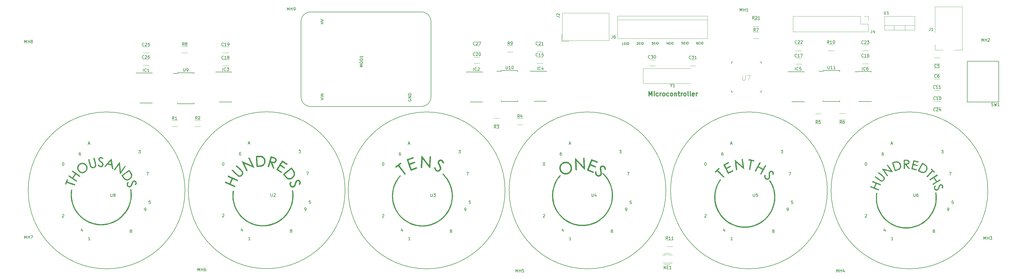
<source format=gto>
G04 #@! TF.GenerationSoftware,KiCad,Pcbnew,(5.0.2)-1*
G04 #@! TF.CreationDate,2019-11-24T00:24:27-05:00*
G04 #@! TF.ProjectId,reidulator_QFP_V5_FINAL,72656964-756c-4617-946f-725f5146505f,rev?*
G04 #@! TF.SameCoordinates,Original*
G04 #@! TF.FileFunction,Legend,Top*
G04 #@! TF.FilePolarity,Positive*
%FSLAX46Y46*%
G04 Gerber Fmt 4.6, Leading zero omitted, Abs format (unit mm)*
G04 Created by KiCad (PCBNEW (5.0.2)-1) date 11/24/2019 12:24:27 AM*
%MOMM*%
%LPD*%
G01*
G04 APERTURE LIST*
%ADD10C,0.184500*%
%ADD11C,0.300000*%
%ADD12C,0.120000*%
%ADD13C,0.150000*%
%ADD14C,0.152400*%
%ADD15C,0.010000*%
%ADD16C,0.050000*%
G04 APERTURE END LIST*
D10*
X283800628Y-56187057D02*
X283660057Y-56187057D01*
X283589771Y-56222200D01*
X283554628Y-56257342D01*
X283484342Y-56362771D01*
X283449200Y-56503342D01*
X283449200Y-56784485D01*
X283484342Y-56854771D01*
X283519485Y-56889914D01*
X283589771Y-56925057D01*
X283730342Y-56925057D01*
X283800628Y-56889914D01*
X283835771Y-56854771D01*
X283870914Y-56784485D01*
X283870914Y-56608771D01*
X283835771Y-56538485D01*
X283800628Y-56503342D01*
X283730342Y-56468200D01*
X283589771Y-56468200D01*
X283519485Y-56503342D01*
X283484342Y-56538485D01*
X283449200Y-56608771D01*
X284187200Y-56538485D02*
X284433200Y-56538485D01*
X284538628Y-56925057D02*
X284187200Y-56925057D01*
X284187200Y-56187057D01*
X284538628Y-56187057D01*
X284854914Y-56925057D02*
X284854914Y-56187057D01*
X285346914Y-56187057D02*
X285487485Y-56187057D01*
X285557771Y-56222200D01*
X285628057Y-56292485D01*
X285663200Y-56433057D01*
X285663200Y-56679057D01*
X285628057Y-56819628D01*
X285557771Y-56889914D01*
X285487485Y-56925057D01*
X285346914Y-56925057D01*
X285276628Y-56889914D01*
X285206342Y-56819628D01*
X285171200Y-56679057D01*
X285171200Y-56433057D01*
X285206342Y-56292485D01*
X285276628Y-56222200D01*
X285346914Y-56187057D01*
X278819271Y-56187057D02*
X278467842Y-56187057D01*
X278432700Y-56538485D01*
X278467842Y-56503342D01*
X278538128Y-56468200D01*
X278713842Y-56468200D01*
X278784128Y-56503342D01*
X278819271Y-56538485D01*
X278854414Y-56608771D01*
X278854414Y-56784485D01*
X278819271Y-56854771D01*
X278784128Y-56889914D01*
X278713842Y-56925057D01*
X278538128Y-56925057D01*
X278467842Y-56889914D01*
X278432700Y-56854771D01*
X279170700Y-56538485D02*
X279416700Y-56538485D01*
X279522128Y-56925057D02*
X279170700Y-56925057D01*
X279170700Y-56187057D01*
X279522128Y-56187057D01*
X279838414Y-56925057D02*
X279838414Y-56187057D01*
X280330414Y-56187057D02*
X280470985Y-56187057D01*
X280541271Y-56222200D01*
X280611557Y-56292485D01*
X280646700Y-56433057D01*
X280646700Y-56679057D01*
X280611557Y-56819628D01*
X280541271Y-56889914D01*
X280470985Y-56925057D01*
X280330414Y-56925057D01*
X280260128Y-56889914D01*
X280189842Y-56819628D01*
X280154700Y-56679057D01*
X280154700Y-56433057D01*
X280189842Y-56292485D01*
X280260128Y-56222200D01*
X280330414Y-56187057D01*
X273678728Y-56483857D02*
X273678728Y-56975857D01*
X273503014Y-56202714D02*
X273327300Y-56729857D01*
X273784157Y-56729857D01*
X274065300Y-56589285D02*
X274311300Y-56589285D01*
X274416728Y-56975857D02*
X274065300Y-56975857D01*
X274065300Y-56237857D01*
X274416728Y-56237857D01*
X274733014Y-56975857D02*
X274733014Y-56237857D01*
X275225014Y-56237857D02*
X275365585Y-56237857D01*
X275435871Y-56273000D01*
X275506157Y-56343285D01*
X275541300Y-56483857D01*
X275541300Y-56729857D01*
X275506157Y-56870428D01*
X275435871Y-56940714D01*
X275365585Y-56975857D01*
X275225014Y-56975857D01*
X275154728Y-56940714D01*
X275084442Y-56870428D01*
X275049300Y-56729857D01*
X275049300Y-56483857D01*
X275084442Y-56343285D01*
X275154728Y-56273000D01*
X275225014Y-56237857D01*
X268250257Y-56237857D02*
X268707114Y-56237857D01*
X268461114Y-56519000D01*
X268566542Y-56519000D01*
X268636828Y-56554142D01*
X268671971Y-56589285D01*
X268707114Y-56659571D01*
X268707114Y-56835285D01*
X268671971Y-56905571D01*
X268636828Y-56940714D01*
X268566542Y-56975857D01*
X268355685Y-56975857D01*
X268285400Y-56940714D01*
X268250257Y-56905571D01*
X269023400Y-56589285D02*
X269269400Y-56589285D01*
X269374828Y-56975857D02*
X269023400Y-56975857D01*
X269023400Y-56237857D01*
X269374828Y-56237857D01*
X269691114Y-56975857D02*
X269691114Y-56237857D01*
X270183114Y-56237857D02*
X270323685Y-56237857D01*
X270393971Y-56273000D01*
X270464257Y-56343285D01*
X270499400Y-56483857D01*
X270499400Y-56729857D01*
X270464257Y-56870428D01*
X270393971Y-56940714D01*
X270323685Y-56975857D01*
X270183114Y-56975857D01*
X270112828Y-56940714D01*
X270042542Y-56870428D01*
X270007400Y-56729857D01*
X270007400Y-56483857D01*
X270042542Y-56343285D01*
X270112828Y-56273000D01*
X270183114Y-56237857D01*
X263230800Y-56371642D02*
X263265942Y-56336500D01*
X263336228Y-56301357D01*
X263511942Y-56301357D01*
X263582228Y-56336500D01*
X263617371Y-56371642D01*
X263652514Y-56441928D01*
X263652514Y-56512214D01*
X263617371Y-56617642D01*
X263195657Y-57039357D01*
X263652514Y-57039357D01*
X263968800Y-56652785D02*
X264214800Y-56652785D01*
X264320228Y-57039357D02*
X263968800Y-57039357D01*
X263968800Y-56301357D01*
X264320228Y-56301357D01*
X264636514Y-57039357D02*
X264636514Y-56301357D01*
X265128514Y-56301357D02*
X265269085Y-56301357D01*
X265339371Y-56336500D01*
X265409657Y-56406785D01*
X265444800Y-56547357D01*
X265444800Y-56793357D01*
X265409657Y-56933928D01*
X265339371Y-57004214D01*
X265269085Y-57039357D01*
X265128514Y-57039357D01*
X265058228Y-57004214D01*
X264987942Y-56933928D01*
X264952800Y-56793357D01*
X264952800Y-56547357D01*
X264987942Y-56406785D01*
X265058228Y-56336500D01*
X265128514Y-56301357D01*
X258699514Y-57077457D02*
X258277800Y-57077457D01*
X258488657Y-57077457D02*
X258488657Y-56339457D01*
X258418371Y-56444885D01*
X258348085Y-56515171D01*
X258277800Y-56550314D01*
X259015800Y-56690885D02*
X259261800Y-56690885D01*
X259367228Y-57077457D02*
X259015800Y-57077457D01*
X259015800Y-56339457D01*
X259367228Y-56339457D01*
X259683514Y-57077457D02*
X259683514Y-56339457D01*
X260175514Y-56339457D02*
X260316085Y-56339457D01*
X260386371Y-56374600D01*
X260456657Y-56444885D01*
X260491800Y-56585457D01*
X260491800Y-56831457D01*
X260456657Y-56972028D01*
X260386371Y-57042314D01*
X260316085Y-57077457D01*
X260175514Y-57077457D01*
X260105228Y-57042314D01*
X260034942Y-56972028D01*
X259999800Y-56831457D01*
X259999800Y-56585457D01*
X260034942Y-56444885D01*
X260105228Y-56374600D01*
X260175514Y-56339457D01*
D11*
X267381257Y-74440171D02*
X267381257Y-72940171D01*
X267881257Y-74011600D01*
X268381257Y-72940171D01*
X268381257Y-74440171D01*
X269095542Y-74440171D02*
X269095542Y-73440171D01*
X269095542Y-72940171D02*
X269024114Y-73011600D01*
X269095542Y-73083028D01*
X269166971Y-73011600D01*
X269095542Y-72940171D01*
X269095542Y-73083028D01*
X270452685Y-74368742D02*
X270309828Y-74440171D01*
X270024114Y-74440171D01*
X269881257Y-74368742D01*
X269809828Y-74297314D01*
X269738400Y-74154457D01*
X269738400Y-73725885D01*
X269809828Y-73583028D01*
X269881257Y-73511600D01*
X270024114Y-73440171D01*
X270309828Y-73440171D01*
X270452685Y-73511600D01*
X271095542Y-74440171D02*
X271095542Y-73440171D01*
X271095542Y-73725885D02*
X271166971Y-73583028D01*
X271238400Y-73511600D01*
X271381257Y-73440171D01*
X271524114Y-73440171D01*
X272238400Y-74440171D02*
X272095542Y-74368742D01*
X272024114Y-74297314D01*
X271952685Y-74154457D01*
X271952685Y-73725885D01*
X272024114Y-73583028D01*
X272095542Y-73511600D01*
X272238400Y-73440171D01*
X272452685Y-73440171D01*
X272595542Y-73511600D01*
X272666971Y-73583028D01*
X272738400Y-73725885D01*
X272738400Y-74154457D01*
X272666971Y-74297314D01*
X272595542Y-74368742D01*
X272452685Y-74440171D01*
X272238400Y-74440171D01*
X274024114Y-74368742D02*
X273881257Y-74440171D01*
X273595542Y-74440171D01*
X273452685Y-74368742D01*
X273381257Y-74297314D01*
X273309828Y-74154457D01*
X273309828Y-73725885D01*
X273381257Y-73583028D01*
X273452685Y-73511600D01*
X273595542Y-73440171D01*
X273881257Y-73440171D01*
X274024114Y-73511600D01*
X274881257Y-74440171D02*
X274738400Y-74368742D01*
X274666971Y-74297314D01*
X274595542Y-74154457D01*
X274595542Y-73725885D01*
X274666971Y-73583028D01*
X274738400Y-73511600D01*
X274881257Y-73440171D01*
X275095542Y-73440171D01*
X275238400Y-73511600D01*
X275309828Y-73583028D01*
X275381257Y-73725885D01*
X275381257Y-74154457D01*
X275309828Y-74297314D01*
X275238400Y-74368742D01*
X275095542Y-74440171D01*
X274881257Y-74440171D01*
X276024114Y-73440171D02*
X276024114Y-74440171D01*
X276024114Y-73583028D02*
X276095542Y-73511600D01*
X276238400Y-73440171D01*
X276452685Y-73440171D01*
X276595542Y-73511600D01*
X276666971Y-73654457D01*
X276666971Y-74440171D01*
X277166971Y-73440171D02*
X277738400Y-73440171D01*
X277381257Y-72940171D02*
X277381257Y-74225885D01*
X277452685Y-74368742D01*
X277595542Y-74440171D01*
X277738400Y-74440171D01*
X278238400Y-74440171D02*
X278238400Y-73440171D01*
X278238400Y-73725885D02*
X278309828Y-73583028D01*
X278381257Y-73511600D01*
X278524114Y-73440171D01*
X278666971Y-73440171D01*
X279381257Y-74440171D02*
X279238400Y-74368742D01*
X279166971Y-74297314D01*
X279095542Y-74154457D01*
X279095542Y-73725885D01*
X279166971Y-73583028D01*
X279238400Y-73511600D01*
X279381257Y-73440171D01*
X279595542Y-73440171D01*
X279738400Y-73511600D01*
X279809828Y-73583028D01*
X279881257Y-73725885D01*
X279881257Y-74154457D01*
X279809828Y-74297314D01*
X279738400Y-74368742D01*
X279595542Y-74440171D01*
X279381257Y-74440171D01*
X280738400Y-74440171D02*
X280595542Y-74368742D01*
X280524114Y-74225885D01*
X280524114Y-72940171D01*
X281524114Y-74440171D02*
X281381257Y-74368742D01*
X281309828Y-74225885D01*
X281309828Y-72940171D01*
X282666971Y-74368742D02*
X282524114Y-74440171D01*
X282238400Y-74440171D01*
X282095542Y-74368742D01*
X282024114Y-74225885D01*
X282024114Y-73654457D01*
X282095542Y-73511600D01*
X282238400Y-73440171D01*
X282524114Y-73440171D01*
X282666971Y-73511600D01*
X282738400Y-73654457D01*
X282738400Y-73797314D01*
X282024114Y-73940171D01*
X283381257Y-74440171D02*
X283381257Y-73440171D01*
X283381257Y-73725885D02*
X283452685Y-73583028D01*
X283524114Y-73511600D01*
X283666971Y-73440171D01*
X283809828Y-73440171D01*
D12*
G04 #@! TO.C,J4*
X316068000Y-47488800D02*
X316068000Y-52688800D01*
X338988000Y-47488800D02*
X316068000Y-47488800D01*
X341588000Y-52688800D02*
X316068000Y-52688800D01*
X338988000Y-47488800D02*
X338988000Y-50088800D01*
X338988000Y-50088800D02*
X341588000Y-50088800D01*
X341588000Y-50088800D02*
X341588000Y-52688800D01*
X340258000Y-47488800D02*
X341588000Y-47488800D01*
X341588000Y-47488800D02*
X341588000Y-48818800D01*
G04 #@! TO.C,NE1*
X271936665Y-130720608D02*
G75*
G03X275169000Y-130877516I1672335J1078608D01*
G01*
X271936665Y-128563392D02*
G75*
G02X275169000Y-128406484I1672335J-1078608D01*
G01*
X272567870Y-130721837D02*
G75*
G03X274649961Y-130722000I1041130J1079837D01*
G01*
X272567870Y-128562163D02*
G75*
G02X274649961Y-128562000I1041130J-1079837D01*
G01*
X275169000Y-130878000D02*
X275169000Y-130722000D01*
X275169000Y-128562000D02*
X275169000Y-128406000D01*
G04 #@! TO.C,J6*
X287172000Y-54965600D02*
X287172000Y-47345600D01*
X256692000Y-47345600D02*
X256692000Y-54965600D01*
X287172000Y-48615600D02*
X256692000Y-48615600D01*
X287172000Y-54965600D02*
X256692000Y-54965600D01*
X287172000Y-47345600D02*
X256692000Y-47345600D01*
D13*
G04 #@! TO.C,U8*
X110196136Y-106438000D02*
G75*
G03X110196136Y-106438000I-26553936J0D01*
G01*
D12*
G04 #@! TO.C,J1*
X364208000Y-53013600D02*
X364208000Y-44213600D01*
X364208000Y-44213600D02*
X373408000Y-44213600D01*
X366908000Y-58913600D02*
X364208000Y-58913600D01*
X364208000Y-58913600D02*
X364208000Y-57013600D01*
X373408000Y-44213600D02*
X373408000Y-58913600D01*
X373408000Y-58913600D02*
X370808000Y-58913600D01*
D13*
G04 #@! TO.C,U2*
X164424936Y-106375000D02*
G75*
G03X164424936Y-106375000I-26553936J0D01*
G01*
G04 #@! TO.C,U3*
X218590936Y-106438000D02*
G75*
G03X218590936Y-106438000I-26553936J0D01*
G01*
G04 #@! TO.C,U4*
X273072936Y-106438000D02*
G75*
G03X273072936Y-106438000I-26553936J0D01*
G01*
G04 #@! TO.C,U5*
X327746936Y-106438000D02*
G75*
G03X327746936Y-106438000I-26553936J0D01*
G01*
G04 #@! TO.C,U6*
X382102936Y-106438000D02*
G75*
G03X382102936Y-106438000I-26553936J0D01*
G01*
D12*
G04 #@! TO.C,C5*
X363883000Y-63578800D02*
X365883000Y-63578800D01*
X365883000Y-61538800D02*
X363883000Y-61538800D01*
G04 #@! TO.C,C6*
X363846000Y-67060000D02*
X365846000Y-67060000D01*
X365846000Y-65020000D02*
X363846000Y-65020000D01*
G04 #@! TO.C,C10*
X365966000Y-72538400D02*
X363966000Y-72538400D01*
X363966000Y-74578400D02*
X365966000Y-74578400D01*
G04 #@! TO.C,C11*
X365896000Y-68728400D02*
X363896000Y-68728400D01*
X363896000Y-70768400D02*
X365896000Y-70768400D01*
G04 #@! TO.C,C15*
X229327000Y-63402400D02*
X231327000Y-63402400D01*
X231327000Y-61362400D02*
X229327000Y-61362400D01*
G04 #@! TO.C,C16*
X341614000Y-61514800D02*
X339614000Y-61514800D01*
X339614000Y-63554800D02*
X341614000Y-63554800D01*
G04 #@! TO.C,C17*
X317008000Y-63605600D02*
X319008000Y-63605600D01*
X319008000Y-61565600D02*
X317008000Y-61565600D01*
G04 #@! TO.C,C18*
X124901000Y-62175200D02*
X122901000Y-62175200D01*
X122901000Y-64215200D02*
X124901000Y-64215200D01*
G04 #@! TO.C,C19*
X124901000Y-57755600D02*
X122901000Y-57755600D01*
X122901000Y-59795600D02*
X124901000Y-59795600D01*
G04 #@! TO.C,C20*
X208042000Y-63402400D02*
X210042000Y-63402400D01*
X210042000Y-61362400D02*
X208042000Y-61362400D01*
G04 #@! TO.C,C21*
X229327000Y-59490800D02*
X231327000Y-59490800D01*
X231327000Y-57450800D02*
X229327000Y-57450800D01*
G04 #@! TO.C,C22*
X318989000Y-57095200D02*
X316989000Y-57095200D01*
X316989000Y-59135200D02*
X318989000Y-59135200D01*
G04 #@! TO.C,C23*
X341595000Y-57095200D02*
X339595000Y-57095200D01*
X339595000Y-59135200D02*
X341595000Y-59135200D01*
G04 #@! TO.C,C24*
X363947000Y-78337600D02*
X365947000Y-78337600D01*
X365947000Y-76297600D02*
X363947000Y-76297600D01*
G04 #@! TO.C,C25*
X95977200Y-59846400D02*
X97977200Y-59846400D01*
X97977200Y-57806400D02*
X95977200Y-57806400D01*
G04 #@! TO.C,C26*
X95977200Y-64062800D02*
X97977200Y-64062800D01*
X97977200Y-62022800D02*
X95977200Y-62022800D01*
G04 #@! TO.C,C27*
X210042000Y-57450800D02*
X208042000Y-57450800D01*
X208042000Y-59490800D02*
X210042000Y-59490800D01*
G04 #@! TO.C,C30*
X269427000Y-62175200D02*
X267427000Y-62175200D01*
X267427000Y-64215200D02*
X269427000Y-64215200D01*
G04 #@! TO.C,C31*
X281194000Y-64215200D02*
X283194000Y-64215200D01*
X283194000Y-62175200D02*
X281194000Y-62175200D01*
G04 #@! TO.C,R1*
X105680000Y-82699200D02*
X107680000Y-82699200D01*
X107680000Y-84839200D02*
X105680000Y-84839200D01*
G04 #@! TO.C,R2*
X115484000Y-84839200D02*
X113484000Y-84839200D01*
X113484000Y-82699200D02*
X115484000Y-82699200D01*
G04 #@! TO.C,R3*
X214697000Y-82038800D02*
X216697000Y-82038800D01*
X216697000Y-84178800D02*
X214697000Y-84178800D01*
G04 #@! TO.C,R4*
X222622000Y-82038800D02*
X224622000Y-82038800D01*
X224622000Y-84178800D02*
X222622000Y-84178800D01*
G04 #@! TO.C,R5*
X323631000Y-80464000D02*
X325631000Y-80464000D01*
X325631000Y-82604000D02*
X323631000Y-82604000D01*
G04 #@! TO.C,R6*
X331772000Y-80413200D02*
X333772000Y-80413200D01*
X333772000Y-82553200D02*
X331772000Y-82553200D01*
G04 #@! TO.C,R7*
X302581000Y-52828800D02*
X304581000Y-52828800D01*
X304581000Y-54968800D02*
X302581000Y-54968800D01*
G04 #@! TO.C,R8*
X109033000Y-57705600D02*
X111033000Y-57705600D01*
X111033000Y-59845600D02*
X109033000Y-59845600D01*
G04 #@! TO.C,R9*
X221320000Y-59540800D02*
X219320000Y-59540800D01*
X219320000Y-57400800D02*
X221320000Y-57400800D01*
G04 #@! TO.C,R10*
X327981000Y-57045200D02*
X329981000Y-57045200D01*
X329981000Y-59185200D02*
X327981000Y-59185200D01*
G04 #@! TO.C,R11*
X273371000Y-123288000D02*
X275371000Y-123288000D01*
X275371000Y-125428000D02*
X273371000Y-125428000D01*
D13*
G04 #@! TO.C,U9*
X107678000Y-66849800D02*
X106153000Y-66849800D01*
X107678000Y-77124800D02*
X113228000Y-77124800D01*
X107678000Y-66574800D02*
X113228000Y-66574800D01*
X107678000Y-77124800D02*
X107678000Y-76769800D01*
X113228000Y-77124800D02*
X113228000Y-76769800D01*
X113228000Y-66574800D02*
X113228000Y-66929800D01*
X107678000Y-66574800D02*
X107678000Y-66849800D01*
G04 #@! TO.C,U10*
X217341000Y-65794200D02*
X217341000Y-66069200D01*
X222891000Y-65794200D02*
X222891000Y-66149200D01*
X222891000Y-76344200D02*
X222891000Y-75989200D01*
X217341000Y-76344200D02*
X217341000Y-75989200D01*
X217341000Y-65794200D02*
X222891000Y-65794200D01*
X217341000Y-76344200D02*
X222891000Y-76344200D01*
X217341000Y-66069200D02*
X215816000Y-66069200D01*
G04 #@! TO.C,U11*
X326358000Y-66069200D02*
X324833000Y-66069200D01*
X326358000Y-76344200D02*
X331908000Y-76344200D01*
X326358000Y-65794200D02*
X331908000Y-65794200D01*
X326358000Y-76344200D02*
X326358000Y-75989200D01*
X331908000Y-76344200D02*
X331908000Y-75989200D01*
X331908000Y-65794200D02*
X331908000Y-66149200D01*
X326358000Y-65794200D02*
X326358000Y-66069200D01*
D12*
G04 #@! TO.C,Y1*
X265312000Y-70215600D02*
X281287000Y-70215600D01*
X265312000Y-65115600D02*
X265312000Y-70215600D01*
X281287000Y-65115600D02*
X265312000Y-65115600D01*
G04 #@! TO.C,J2*
X237982000Y-46328200D02*
X253762000Y-46328200D01*
X253762000Y-46328200D02*
X253762000Y-55678200D01*
X253762000Y-55678200D02*
X237982000Y-55678200D01*
X237982000Y-55678200D02*
X237982000Y-46328200D01*
X237732000Y-55928200D02*
X240272000Y-55928200D01*
X237732000Y-55928200D02*
X237732000Y-53388200D01*
D14*
G04 #@! TO.C,U7*
X295275400Y-72593200D02*
X295275400Y-73075800D01*
X295758000Y-62966600D02*
X295275400Y-62966600D01*
X305384600Y-63449200D02*
X305384600Y-62966600D01*
X305384600Y-73075800D02*
X305384600Y-72593200D01*
X305384600Y-62966600D02*
X304902000Y-62966600D01*
X295275400Y-62966600D02*
X295275400Y-63449200D01*
X295275400Y-73075800D02*
X295758000Y-73075800D01*
X304902000Y-73075800D02*
X305384600Y-73075800D01*
D12*
G04 #@! TO.C,R21*
X302632000Y-48764800D02*
X304632000Y-48764800D01*
X304632000Y-50904800D02*
X302632000Y-50904800D01*
D15*
G04 #@! TO.C,Tenths*
G36*
X301131308Y-95882809D02*
X301246584Y-95900250D01*
X301420705Y-95929970D01*
X301641569Y-95969870D01*
X301897074Y-96017852D01*
X302020459Y-96041586D01*
X302938006Y-96219360D01*
X302910887Y-96369680D01*
X302890138Y-96472191D01*
X302874099Y-96530338D01*
X302872294Y-96533562D01*
X302828588Y-96531950D01*
X302721485Y-96516122D01*
X302570472Y-96489129D01*
X302495857Y-96474643D01*
X302331747Y-96444057D01*
X302202949Y-96423842D01*
X302128982Y-96416891D01*
X302118857Y-96418748D01*
X302108484Y-96462419D01*
X302084593Y-96577887D01*
X302049377Y-96753752D01*
X302005029Y-96978615D01*
X301953741Y-97241074D01*
X301897705Y-97529732D01*
X301839115Y-97833188D01*
X301780163Y-98140042D01*
X301723042Y-98438895D01*
X301669944Y-98718346D01*
X301623063Y-98966998D01*
X301584590Y-99173448D01*
X301556718Y-99326299D01*
X301541640Y-99414150D01*
X301539585Y-99430417D01*
X301511201Y-99455843D01*
X301508583Y-99455392D01*
X301447866Y-99445891D01*
X301344509Y-99432198D01*
X301339250Y-99431543D01*
X301232649Y-99399141D01*
X301201666Y-99347938D01*
X301209462Y-99292007D01*
X301231623Y-99162955D01*
X301266306Y-98970758D01*
X301311669Y-98725395D01*
X301365871Y-98436846D01*
X301427068Y-98115088D01*
X301482724Y-97825456D01*
X301547596Y-97485962D01*
X301606044Y-97173397D01*
X301656378Y-96897327D01*
X301696908Y-96667320D01*
X301725944Y-96492945D01*
X301741794Y-96383768D01*
X301743550Y-96349273D01*
X301695443Y-96332238D01*
X301584863Y-96304443D01*
X301432512Y-96270944D01*
X301373408Y-96258860D01*
X301023498Y-96188678D01*
X301047272Y-96042177D01*
X301067268Y-95940154D01*
X301085070Y-95882403D01*
X301086978Y-95879744D01*
X301131308Y-95882809D01*
X301131308Y-95882809D01*
G37*
X301131308Y-95882809D02*
X301246584Y-95900250D01*
X301420705Y-95929970D01*
X301641569Y-95969870D01*
X301897074Y-96017852D01*
X302020459Y-96041586D01*
X302938006Y-96219360D01*
X302910887Y-96369680D01*
X302890138Y-96472191D01*
X302874099Y-96530338D01*
X302872294Y-96533562D01*
X302828588Y-96531950D01*
X302721485Y-96516122D01*
X302570472Y-96489129D01*
X302495857Y-96474643D01*
X302331747Y-96444057D01*
X302202949Y-96423842D01*
X302128982Y-96416891D01*
X302118857Y-96418748D01*
X302108484Y-96462419D01*
X302084593Y-96577887D01*
X302049377Y-96753752D01*
X302005029Y-96978615D01*
X301953741Y-97241074D01*
X301897705Y-97529732D01*
X301839115Y-97833188D01*
X301780163Y-98140042D01*
X301723042Y-98438895D01*
X301669944Y-98718346D01*
X301623063Y-98966998D01*
X301584590Y-99173448D01*
X301556718Y-99326299D01*
X301541640Y-99414150D01*
X301539585Y-99430417D01*
X301511201Y-99455843D01*
X301508583Y-99455392D01*
X301447866Y-99445891D01*
X301344509Y-99432198D01*
X301339250Y-99431543D01*
X301232649Y-99399141D01*
X301201666Y-99347938D01*
X301209462Y-99292007D01*
X301231623Y-99162955D01*
X301266306Y-98970758D01*
X301311669Y-98725395D01*
X301365871Y-98436846D01*
X301427068Y-98115088D01*
X301482724Y-97825456D01*
X301547596Y-97485962D01*
X301606044Y-97173397D01*
X301656378Y-96897327D01*
X301696908Y-96667320D01*
X301725944Y-96492945D01*
X301741794Y-96383768D01*
X301743550Y-96349273D01*
X301695443Y-96332238D01*
X301584863Y-96304443D01*
X301432512Y-96270944D01*
X301373408Y-96258860D01*
X301023498Y-96188678D01*
X301047272Y-96042177D01*
X301067268Y-95940154D01*
X301085070Y-95882403D01*
X301086978Y-95879744D01*
X301131308Y-95882809D01*
G36*
X299007399Y-95752063D02*
X299028508Y-95787172D01*
X299048902Y-95851977D01*
X299070288Y-95953802D01*
X299094370Y-96099971D01*
X299122854Y-96297809D01*
X299157445Y-96554638D01*
X299199847Y-96877784D01*
X299251768Y-97274569D01*
X299275028Y-97451334D01*
X299320768Y-97796913D01*
X299363934Y-98120772D01*
X299403054Y-98412055D01*
X299436659Y-98659901D01*
X299463279Y-98853454D01*
X299481443Y-98981856D01*
X299488526Y-99028250D01*
X299493798Y-99123041D01*
X299473502Y-99165503D01*
X299470533Y-99165834D01*
X299430658Y-99138773D01*
X299334330Y-99061540D01*
X299188517Y-98940059D01*
X299000181Y-98780255D01*
X298776288Y-98588051D01*
X298523803Y-98369372D01*
X298249690Y-98130143D01*
X298145698Y-98038937D01*
X297860919Y-97790447D01*
X297599034Y-97565044D01*
X297366416Y-97367993D01*
X297169437Y-97204561D01*
X297014470Y-97080012D01*
X296907887Y-96999613D01*
X296856062Y-96968629D01*
X296852081Y-96970020D01*
X296854945Y-97025520D01*
X296868177Y-97153725D01*
X296890418Y-97343493D01*
X296920310Y-97583679D01*
X296956492Y-97863138D01*
X296997606Y-98170728D01*
X297006282Y-98234500D01*
X297047967Y-98543698D01*
X297084870Y-98824570D01*
X297115671Y-99066485D01*
X297139050Y-99258815D01*
X297153689Y-99390933D01*
X297158269Y-99452207D01*
X297157780Y-99455143D01*
X297111485Y-99469247D01*
X297012708Y-99486747D01*
X296980544Y-99491298D01*
X296816429Y-99513310D01*
X296590371Y-97814193D01*
X296541887Y-97444703D01*
X296498176Y-97101676D01*
X296460287Y-96794108D01*
X296429270Y-96530996D01*
X296406173Y-96321335D01*
X296392047Y-96174122D01*
X296387941Y-96098352D01*
X296389243Y-96090145D01*
X296425854Y-96110931D01*
X296517908Y-96181569D01*
X296657645Y-96295578D01*
X296837305Y-96446475D01*
X297049126Y-96627779D01*
X297285349Y-96833006D01*
X297417234Y-96948774D01*
X297777270Y-97265857D01*
X298078992Y-97531317D01*
X298327598Y-97749522D01*
X298528284Y-97924839D01*
X298686247Y-98061638D01*
X298806683Y-98164285D01*
X298894788Y-98237149D01*
X298955758Y-98284597D01*
X298994792Y-98310998D01*
X299017084Y-98320720D01*
X299027831Y-98318130D01*
X299032230Y-98307597D01*
X299032474Y-98306493D01*
X299029742Y-98252987D01*
X299016650Y-98126584D01*
X298994538Y-97938244D01*
X298964744Y-97698924D01*
X298928610Y-97419584D01*
X298887474Y-97111181D01*
X298876309Y-97028943D01*
X298834170Y-96717540D01*
X298796469Y-96434840D01*
X298764556Y-96191289D01*
X298739779Y-95997335D01*
X298723487Y-95863427D01*
X298717029Y-95800011D01*
X298717168Y-95796308D01*
X298759633Y-95785751D01*
X298854693Y-95767060D01*
X298881715Y-95762111D01*
X298922734Y-95751674D01*
X298956217Y-95741638D01*
X298983870Y-95739326D01*
X299007399Y-95752063D01*
X299007399Y-95752063D01*
G37*
X299007399Y-95752063D02*
X299028508Y-95787172D01*
X299048902Y-95851977D01*
X299070288Y-95953802D01*
X299094370Y-96099971D01*
X299122854Y-96297809D01*
X299157445Y-96554638D01*
X299199847Y-96877784D01*
X299251768Y-97274569D01*
X299275028Y-97451334D01*
X299320768Y-97796913D01*
X299363934Y-98120772D01*
X299403054Y-98412055D01*
X299436659Y-98659901D01*
X299463279Y-98853454D01*
X299481443Y-98981856D01*
X299488526Y-99028250D01*
X299493798Y-99123041D01*
X299473502Y-99165503D01*
X299470533Y-99165834D01*
X299430658Y-99138773D01*
X299334330Y-99061540D01*
X299188517Y-98940059D01*
X299000181Y-98780255D01*
X298776288Y-98588051D01*
X298523803Y-98369372D01*
X298249690Y-98130143D01*
X298145698Y-98038937D01*
X297860919Y-97790447D01*
X297599034Y-97565044D01*
X297366416Y-97367993D01*
X297169437Y-97204561D01*
X297014470Y-97080012D01*
X296907887Y-96999613D01*
X296856062Y-96968629D01*
X296852081Y-96970020D01*
X296854945Y-97025520D01*
X296868177Y-97153725D01*
X296890418Y-97343493D01*
X296920310Y-97583679D01*
X296956492Y-97863138D01*
X296997606Y-98170728D01*
X297006282Y-98234500D01*
X297047967Y-98543698D01*
X297084870Y-98824570D01*
X297115671Y-99066485D01*
X297139050Y-99258815D01*
X297153689Y-99390933D01*
X297158269Y-99452207D01*
X297157780Y-99455143D01*
X297111485Y-99469247D01*
X297012708Y-99486747D01*
X296980544Y-99491298D01*
X296816429Y-99513310D01*
X296590371Y-97814193D01*
X296541887Y-97444703D01*
X296498176Y-97101676D01*
X296460287Y-96794108D01*
X296429270Y-96530996D01*
X296406173Y-96321335D01*
X296392047Y-96174122D01*
X296387941Y-96098352D01*
X296389243Y-96090145D01*
X296425854Y-96110931D01*
X296517908Y-96181569D01*
X296657645Y-96295578D01*
X296837305Y-96446475D01*
X297049126Y-96627779D01*
X297285349Y-96833006D01*
X297417234Y-96948774D01*
X297777270Y-97265857D01*
X298078992Y-97531317D01*
X298327598Y-97749522D01*
X298528284Y-97924839D01*
X298686247Y-98061638D01*
X298806683Y-98164285D01*
X298894788Y-98237149D01*
X298955758Y-98284597D01*
X298994792Y-98310998D01*
X299017084Y-98320720D01*
X299027831Y-98318130D01*
X299032230Y-98307597D01*
X299032474Y-98306493D01*
X299029742Y-98252987D01*
X299016650Y-98126584D01*
X298994538Y-97938244D01*
X298964744Y-97698924D01*
X298928610Y-97419584D01*
X298887474Y-97111181D01*
X298876309Y-97028943D01*
X298834170Y-96717540D01*
X298796469Y-96434840D01*
X298764556Y-96191289D01*
X298739779Y-95997335D01*
X298723487Y-95863427D01*
X298717029Y-95800011D01*
X298717168Y-95796308D01*
X298759633Y-95785751D01*
X298854693Y-95767060D01*
X298881715Y-95762111D01*
X298922734Y-95751674D01*
X298956217Y-95741638D01*
X298983870Y-95739326D01*
X299007399Y-95752063D01*
G36*
X294306400Y-96926926D02*
X294362754Y-97015448D01*
X294385058Y-97078483D01*
X294349564Y-97113121D01*
X294250281Y-97179039D01*
X294098944Y-97269245D01*
X293907285Y-97376744D01*
X293687500Y-97494299D01*
X293467589Y-97610504D01*
X293276093Y-97713962D01*
X293124702Y-97798169D01*
X293025107Y-97856621D01*
X292989001Y-97882814D01*
X292989000Y-97882862D01*
X293007430Y-97927257D01*
X293057675Y-98031298D01*
X293132165Y-98179679D01*
X293223332Y-98357099D01*
X293227898Y-98365891D01*
X293466797Y-98825690D01*
X294153369Y-98466595D01*
X294373927Y-98352280D01*
X294569242Y-98253022D01*
X294726751Y-98175044D01*
X294833895Y-98124572D01*
X294877554Y-98107768D01*
X294921811Y-98141162D01*
X294980078Y-98222405D01*
X294987010Y-98234296D01*
X295058853Y-98360556D01*
X294881176Y-98461290D01*
X294777715Y-98518332D01*
X294618961Y-98603914D01*
X294424705Y-98707447D01*
X294214736Y-98818343D01*
X294165167Y-98844372D01*
X293626834Y-99126721D01*
X293842967Y-99537860D01*
X293943895Y-99728549D01*
X294042168Y-99911984D01*
X294124026Y-100062586D01*
X294161976Y-100130865D01*
X294264852Y-100312730D01*
X294957399Y-99950948D01*
X295177829Y-99836421D01*
X295371814Y-99736818D01*
X295527165Y-99658301D01*
X295631693Y-99607034D01*
X295673052Y-99589167D01*
X295703729Y-99622008D01*
X295751584Y-99698497D01*
X295797941Y-99785578D01*
X295824125Y-99850197D01*
X295825333Y-99858699D01*
X295790011Y-99881394D01*
X295692585Y-99936675D01*
X295545861Y-100017677D01*
X295362647Y-100117533D01*
X295155752Y-100229376D01*
X294937982Y-100346339D01*
X294722145Y-100461556D01*
X294521050Y-100568161D01*
X294347503Y-100659287D01*
X294214312Y-100728068D01*
X294134284Y-100767637D01*
X294117154Y-100774500D01*
X294096231Y-100738362D01*
X294040061Y-100635213D01*
X293952856Y-100472948D01*
X293838830Y-100259464D01*
X293702198Y-100002657D01*
X293547173Y-99710423D01*
X293377969Y-99390659D01*
X293311109Y-99264099D01*
X293111491Y-98885332D01*
X292948711Y-98574291D01*
X292819568Y-98324104D01*
X292720860Y-98127894D01*
X292649387Y-97978788D01*
X292601948Y-97869911D01*
X292575343Y-97794388D01*
X292566370Y-97745345D01*
X292571830Y-97715908D01*
X292583915Y-97702232D01*
X292641476Y-97667695D01*
X292761828Y-97600782D01*
X292932640Y-97508166D01*
X293141577Y-97396519D01*
X293376306Y-97272513D01*
X293441491Y-97238309D01*
X294228683Y-96825852D01*
X294306400Y-96926926D01*
X294306400Y-96926926D01*
G37*
X294306400Y-96926926D02*
X294362754Y-97015448D01*
X294385058Y-97078483D01*
X294349564Y-97113121D01*
X294250281Y-97179039D01*
X294098944Y-97269245D01*
X293907285Y-97376744D01*
X293687500Y-97494299D01*
X293467589Y-97610504D01*
X293276093Y-97713962D01*
X293124702Y-97798169D01*
X293025107Y-97856621D01*
X292989001Y-97882814D01*
X292989000Y-97882862D01*
X293007430Y-97927257D01*
X293057675Y-98031298D01*
X293132165Y-98179679D01*
X293223332Y-98357099D01*
X293227898Y-98365891D01*
X293466797Y-98825690D01*
X294153369Y-98466595D01*
X294373927Y-98352280D01*
X294569242Y-98253022D01*
X294726751Y-98175044D01*
X294833895Y-98124572D01*
X294877554Y-98107768D01*
X294921811Y-98141162D01*
X294980078Y-98222405D01*
X294987010Y-98234296D01*
X295058853Y-98360556D01*
X294881176Y-98461290D01*
X294777715Y-98518332D01*
X294618961Y-98603914D01*
X294424705Y-98707447D01*
X294214736Y-98818343D01*
X294165167Y-98844372D01*
X293626834Y-99126721D01*
X293842967Y-99537860D01*
X293943895Y-99728549D01*
X294042168Y-99911984D01*
X294124026Y-100062586D01*
X294161976Y-100130865D01*
X294264852Y-100312730D01*
X294957399Y-99950948D01*
X295177829Y-99836421D01*
X295371814Y-99736818D01*
X295527165Y-99658301D01*
X295631693Y-99607034D01*
X295673052Y-99589167D01*
X295703729Y-99622008D01*
X295751584Y-99698497D01*
X295797941Y-99785578D01*
X295824125Y-99850197D01*
X295825333Y-99858699D01*
X295790011Y-99881394D01*
X295692585Y-99936675D01*
X295545861Y-100017677D01*
X295362647Y-100117533D01*
X295155752Y-100229376D01*
X294937982Y-100346339D01*
X294722145Y-100461556D01*
X294521050Y-100568161D01*
X294347503Y-100659287D01*
X294214312Y-100728068D01*
X294134284Y-100767637D01*
X294117154Y-100774500D01*
X294096231Y-100738362D01*
X294040061Y-100635213D01*
X293952856Y-100472948D01*
X293838830Y-100259464D01*
X293702198Y-100002657D01*
X293547173Y-99710423D01*
X293377969Y-99390659D01*
X293311109Y-99264099D01*
X293111491Y-98885332D01*
X292948711Y-98574291D01*
X292819568Y-98324104D01*
X292720860Y-98127894D01*
X292649387Y-97978788D01*
X292601948Y-97869911D01*
X292575343Y-97794388D01*
X292566370Y-97745345D01*
X292571830Y-97715908D01*
X292583915Y-97702232D01*
X292641476Y-97667695D01*
X292761828Y-97600782D01*
X292932640Y-97508166D01*
X293141577Y-97396519D01*
X293376306Y-97272513D01*
X293441491Y-97238309D01*
X294228683Y-96825852D01*
X294306400Y-96926926D01*
G36*
X304940435Y-96931821D02*
X305032230Y-96974338D01*
X305090369Y-97018185D01*
X305096333Y-97032552D01*
X305076836Y-97075622D01*
X305022878Y-97179870D01*
X304941256Y-97332542D01*
X304838767Y-97520882D01*
X304755759Y-97671614D01*
X304643477Y-97876313D01*
X304548301Y-98053231D01*
X304476720Y-98190025D01*
X304435222Y-98274352D01*
X304427676Y-98295704D01*
X304486473Y-98330748D01*
X304601694Y-98395245D01*
X304759890Y-98482001D01*
X304947614Y-98583819D01*
X305151417Y-98693504D01*
X305357849Y-98803860D01*
X305553464Y-98907690D01*
X305724813Y-98997799D01*
X305858446Y-99066991D01*
X305940917Y-99108069D01*
X305961073Y-99116189D01*
X305983992Y-99076310D01*
X306040628Y-98974926D01*
X306123934Y-98824734D01*
X306226858Y-98638435D01*
X306303643Y-98499084D01*
X306417342Y-98296429D01*
X306518869Y-98122767D01*
X306600634Y-97990514D01*
X306655045Y-97912086D01*
X306672455Y-97895834D01*
X306732248Y-97913761D01*
X306828100Y-97957359D01*
X306836700Y-97961764D01*
X306964196Y-98027695D01*
X306862265Y-98205181D01*
X306818149Y-98283460D01*
X306738655Y-98426037D01*
X306629250Y-98623048D01*
X306495399Y-98864628D01*
X306342569Y-99140913D01*
X306176227Y-99442038D01*
X306030817Y-99705584D01*
X305861790Y-100010662D01*
X305705043Y-100290820D01*
X305565348Y-100537739D01*
X305447478Y-100743098D01*
X305356206Y-100898577D01*
X305296304Y-100995858D01*
X305272900Y-101026805D01*
X305219053Y-101007239D01*
X305129081Y-100962494D01*
X305128083Y-100961953D01*
X305046817Y-100908938D01*
X305011701Y-100868330D01*
X305011666Y-100867541D01*
X305031224Y-100822293D01*
X305085626Y-100715232D01*
X305168465Y-100558482D01*
X305273331Y-100364168D01*
X305393818Y-100144414D01*
X305394708Y-100142801D01*
X305513329Y-99923228D01*
X305613390Y-99728678D01*
X305689084Y-99571237D01*
X305734605Y-99462991D01*
X305744145Y-99416028D01*
X305743958Y-99415825D01*
X305697888Y-99385905D01*
X305589415Y-99322260D01*
X305430478Y-99231688D01*
X305233017Y-99120982D01*
X305008970Y-98996939D01*
X304980815Y-98981453D01*
X304251465Y-98580574D01*
X303858982Y-99296189D01*
X303735191Y-99518080D01*
X303623016Y-99711978D01*
X303529391Y-99866470D01*
X303461248Y-99970143D01*
X303425523Y-100011586D01*
X303424166Y-100011873D01*
X303362063Y-99990370D01*
X303270147Y-99938276D01*
X303266231Y-99935709D01*
X303150629Y-99859477D01*
X303955456Y-98402213D01*
X304133894Y-98079848D01*
X304300416Y-97780397D01*
X304450411Y-97512051D01*
X304579268Y-97282997D01*
X304682376Y-97101423D01*
X304755124Y-96975518D01*
X304792901Y-96913470D01*
X304796444Y-96908789D01*
X304850125Y-96905137D01*
X304940435Y-96931821D01*
X304940435Y-96931821D01*
G37*
X304940435Y-96931821D02*
X305032230Y-96974338D01*
X305090369Y-97018185D01*
X305096333Y-97032552D01*
X305076836Y-97075622D01*
X305022878Y-97179870D01*
X304941256Y-97332542D01*
X304838767Y-97520882D01*
X304755759Y-97671614D01*
X304643477Y-97876313D01*
X304548301Y-98053231D01*
X304476720Y-98190025D01*
X304435222Y-98274352D01*
X304427676Y-98295704D01*
X304486473Y-98330748D01*
X304601694Y-98395245D01*
X304759890Y-98482001D01*
X304947614Y-98583819D01*
X305151417Y-98693504D01*
X305357849Y-98803860D01*
X305553464Y-98907690D01*
X305724813Y-98997799D01*
X305858446Y-99066991D01*
X305940917Y-99108069D01*
X305961073Y-99116189D01*
X305983992Y-99076310D01*
X306040628Y-98974926D01*
X306123934Y-98824734D01*
X306226858Y-98638435D01*
X306303643Y-98499084D01*
X306417342Y-98296429D01*
X306518869Y-98122767D01*
X306600634Y-97990514D01*
X306655045Y-97912086D01*
X306672455Y-97895834D01*
X306732248Y-97913761D01*
X306828100Y-97957359D01*
X306836700Y-97961764D01*
X306964196Y-98027695D01*
X306862265Y-98205181D01*
X306818149Y-98283460D01*
X306738655Y-98426037D01*
X306629250Y-98623048D01*
X306495399Y-98864628D01*
X306342569Y-99140913D01*
X306176227Y-99442038D01*
X306030817Y-99705584D01*
X305861790Y-100010662D01*
X305705043Y-100290820D01*
X305565348Y-100537739D01*
X305447478Y-100743098D01*
X305356206Y-100898577D01*
X305296304Y-100995858D01*
X305272900Y-101026805D01*
X305219053Y-101007239D01*
X305129081Y-100962494D01*
X305128083Y-100961953D01*
X305046817Y-100908938D01*
X305011701Y-100868330D01*
X305011666Y-100867541D01*
X305031224Y-100822293D01*
X305085626Y-100715232D01*
X305168465Y-100558482D01*
X305273331Y-100364168D01*
X305393818Y-100144414D01*
X305394708Y-100142801D01*
X305513329Y-99923228D01*
X305613390Y-99728678D01*
X305689084Y-99571237D01*
X305734605Y-99462991D01*
X305744145Y-99416028D01*
X305743958Y-99415825D01*
X305697888Y-99385905D01*
X305589415Y-99322260D01*
X305430478Y-99231688D01*
X305233017Y-99120982D01*
X305008970Y-98996939D01*
X304980815Y-98981453D01*
X304251465Y-98580574D01*
X303858982Y-99296189D01*
X303735191Y-99518080D01*
X303623016Y-99711978D01*
X303529391Y-99866470D01*
X303461248Y-99970143D01*
X303425523Y-100011586D01*
X303424166Y-100011873D01*
X303362063Y-99990370D01*
X303270147Y-99938276D01*
X303266231Y-99935709D01*
X303150629Y-99859477D01*
X303955456Y-98402213D01*
X304133894Y-98079848D01*
X304300416Y-97780397D01*
X304450411Y-97512051D01*
X304579268Y-97282997D01*
X304682376Y-97101423D01*
X304755124Y-96975518D01*
X304792901Y-96913470D01*
X304796444Y-96908789D01*
X304850125Y-96905137D01*
X304940435Y-96931821D01*
G36*
X291218573Y-99060000D02*
X290650561Y-99589590D01*
X291449364Y-100419318D01*
X291677597Y-100656908D01*
X291901895Y-100891354D01*
X292110868Y-101110680D01*
X292293130Y-101302915D01*
X292437292Y-101456082D01*
X292519204Y-101544254D01*
X292790242Y-101839463D01*
X292667371Y-101958146D01*
X292544500Y-102076828D01*
X291954776Y-101457414D01*
X291730916Y-101223019D01*
X291485428Y-100967206D01*
X291239740Y-100712226D01*
X291015279Y-100480330D01*
X290877863Y-100339148D01*
X290390674Y-99840296D01*
X290123298Y-100105295D01*
X289855922Y-100370295D01*
X289732792Y-100244314D01*
X289609662Y-100118334D01*
X290290291Y-99471499D01*
X290970921Y-98824664D01*
X291218573Y-99060000D01*
X291218573Y-99060000D01*
G37*
X291218573Y-99060000D02*
X290650561Y-99589590D01*
X291449364Y-100419318D01*
X291677597Y-100656908D01*
X291901895Y-100891354D01*
X292110868Y-101110680D01*
X292293130Y-101302915D01*
X292437292Y-101456082D01*
X292519204Y-101544254D01*
X292790242Y-101839463D01*
X292667371Y-101958146D01*
X292544500Y-102076828D01*
X291954776Y-101457414D01*
X291730916Y-101223019D01*
X291485428Y-100967206D01*
X291239740Y-100712226D01*
X291015279Y-100480330D01*
X290877863Y-100339148D01*
X290390674Y-99840296D01*
X290123298Y-100105295D01*
X289855922Y-100370295D01*
X289732792Y-100244314D01*
X289609662Y-100118334D01*
X290290291Y-99471499D01*
X290970921Y-98824664D01*
X291218573Y-99060000D01*
G36*
X308854910Y-99772786D02*
X309078877Y-99854433D01*
X309279686Y-100001432D01*
X309391247Y-100132697D01*
X309460083Y-100241586D01*
X309500923Y-100344993D01*
X309522351Y-100473825D01*
X309532262Y-100640338D01*
X309533872Y-100802752D01*
X309526761Y-100934684D01*
X309512438Y-101011170D01*
X309509513Y-101016690D01*
X309437761Y-101049256D01*
X309317618Y-101042946D01*
X309160885Y-101017512D01*
X309186449Y-100799999D01*
X309182546Y-100558749D01*
X309112384Y-100358800D01*
X308979568Y-100209197D01*
X308940630Y-100182919D01*
X308750194Y-100106820D01*
X308571417Y-100111485D01*
X308415179Y-100194012D01*
X308292358Y-100351495D01*
X308289655Y-100356668D01*
X308265754Y-100415221D01*
X308249754Y-100491403D01*
X308241101Y-100598646D01*
X308239241Y-100750383D01*
X308243617Y-100960046D01*
X308253411Y-101234357D01*
X308263555Y-101505823D01*
X308268756Y-101707814D01*
X308268024Y-101855430D01*
X308260368Y-101963770D01*
X308244796Y-102047933D01*
X308220319Y-102123019D01*
X308190446Y-102193981D01*
X308072101Y-102412373D01*
X307930419Y-102569469D01*
X307754436Y-102683620D01*
X307583473Y-102738667D01*
X307372229Y-102761551D01*
X307159174Y-102751190D01*
X306982782Y-102706504D01*
X306980166Y-102705372D01*
X306745154Y-102558511D01*
X306558193Y-102352031D01*
X306429667Y-102102141D01*
X306369958Y-101825048D01*
X306366982Y-101748167D01*
X306377659Y-101535838D01*
X306407568Y-101367451D01*
X306453001Y-101255347D01*
X306510248Y-101211866D01*
X306527637Y-101213599D01*
X306670861Y-101254813D01*
X306748474Y-101284391D01*
X306776731Y-101312291D01*
X306771887Y-101348474D01*
X306767235Y-101360408D01*
X306748585Y-101439285D01*
X306730004Y-101570284D01*
X306718908Y-101684667D01*
X306714382Y-101859745D01*
X306737174Y-101988997D01*
X306780558Y-102086834D01*
X306911664Y-102252569D01*
X307079419Y-102360192D01*
X307266547Y-102409582D01*
X307455771Y-102400621D01*
X307629816Y-102333189D01*
X307771404Y-102207167D01*
X307837699Y-102094124D01*
X307862438Y-102019624D01*
X307880828Y-101918237D01*
X307893753Y-101777643D01*
X307902096Y-101585520D01*
X307906740Y-101329546D01*
X307908246Y-101110258D01*
X307911500Y-100281848D01*
X308027963Y-100105677D01*
X308194311Y-99922937D01*
X308397602Y-99806740D01*
X308622810Y-99756789D01*
X308854910Y-99772786D01*
X308854910Y-99772786D01*
G37*
X308854910Y-99772786D02*
X309078877Y-99854433D01*
X309279686Y-100001432D01*
X309391247Y-100132697D01*
X309460083Y-100241586D01*
X309500923Y-100344993D01*
X309522351Y-100473825D01*
X309532262Y-100640338D01*
X309533872Y-100802752D01*
X309526761Y-100934684D01*
X309512438Y-101011170D01*
X309509513Y-101016690D01*
X309437761Y-101049256D01*
X309317618Y-101042946D01*
X309160885Y-101017512D01*
X309186449Y-100799999D01*
X309182546Y-100558749D01*
X309112384Y-100358800D01*
X308979568Y-100209197D01*
X308940630Y-100182919D01*
X308750194Y-100106820D01*
X308571417Y-100111485D01*
X308415179Y-100194012D01*
X308292358Y-100351495D01*
X308289655Y-100356668D01*
X308265754Y-100415221D01*
X308249754Y-100491403D01*
X308241101Y-100598646D01*
X308239241Y-100750383D01*
X308243617Y-100960046D01*
X308253411Y-101234357D01*
X308263555Y-101505823D01*
X308268756Y-101707814D01*
X308268024Y-101855430D01*
X308260368Y-101963770D01*
X308244796Y-102047933D01*
X308220319Y-102123019D01*
X308190446Y-102193981D01*
X308072101Y-102412373D01*
X307930419Y-102569469D01*
X307754436Y-102683620D01*
X307583473Y-102738667D01*
X307372229Y-102761551D01*
X307159174Y-102751190D01*
X306982782Y-102706504D01*
X306980166Y-102705372D01*
X306745154Y-102558511D01*
X306558193Y-102352031D01*
X306429667Y-102102141D01*
X306369958Y-101825048D01*
X306366982Y-101748167D01*
X306377659Y-101535838D01*
X306407568Y-101367451D01*
X306453001Y-101255347D01*
X306510248Y-101211866D01*
X306527637Y-101213599D01*
X306670861Y-101254813D01*
X306748474Y-101284391D01*
X306776731Y-101312291D01*
X306771887Y-101348474D01*
X306767235Y-101360408D01*
X306748585Y-101439285D01*
X306730004Y-101570284D01*
X306718908Y-101684667D01*
X306714382Y-101859745D01*
X306737174Y-101988997D01*
X306780558Y-102086834D01*
X306911664Y-102252569D01*
X307079419Y-102360192D01*
X307266547Y-102409582D01*
X307455771Y-102400621D01*
X307629816Y-102333189D01*
X307771404Y-102207167D01*
X307837699Y-102094124D01*
X307862438Y-102019624D01*
X307880828Y-101918237D01*
X307893753Y-101777643D01*
X307902096Y-101585520D01*
X307906740Y-101329546D01*
X307908246Y-101110258D01*
X307911500Y-100281848D01*
X308027963Y-100105677D01*
X308194311Y-99922937D01*
X308397602Y-99806740D01*
X308622810Y-99756789D01*
X308854910Y-99772786D01*
G36*
X291512107Y-102767566D02*
X291591952Y-102843136D01*
X291604226Y-102902587D01*
X291602869Y-102904882D01*
X291567295Y-102959221D01*
X291496276Y-103067196D01*
X291401013Y-103211786D01*
X291319309Y-103335667D01*
X290919177Y-104010159D01*
X290567609Y-104742989D01*
X290270012Y-105519653D01*
X290031791Y-106325649D01*
X289858352Y-107146473D01*
X289828144Y-107336167D01*
X289792406Y-107650867D01*
X289767911Y-108025927D01*
X289754673Y-108438438D01*
X289752708Y-108865495D01*
X289762031Y-109284192D01*
X289782657Y-109671623D01*
X289814601Y-110004880D01*
X289826310Y-110090305D01*
X290005631Y-111011874D01*
X290263395Y-111904074D01*
X290598096Y-112763553D01*
X291008233Y-113586963D01*
X291492302Y-114370952D01*
X292048799Y-115112171D01*
X292115464Y-115192249D01*
X292705389Y-115829310D01*
X293358234Y-116415810D01*
X294065372Y-116946459D01*
X294818175Y-117415965D01*
X295608016Y-117819037D01*
X296426266Y-118150383D01*
X297264298Y-118404713D01*
X297412833Y-118441023D01*
X297839301Y-118534920D01*
X298227904Y-118604554D01*
X298604880Y-118652837D01*
X298996469Y-118682680D01*
X299428909Y-118696994D01*
X299741166Y-118699350D01*
X300576324Y-118671226D01*
X301364050Y-118584252D01*
X302121328Y-118434526D01*
X302865142Y-118218146D01*
X303612473Y-117931209D01*
X304143833Y-117687724D01*
X304950499Y-117248836D01*
X305705966Y-116743263D01*
X306407482Y-116173760D01*
X307052291Y-115543079D01*
X307637641Y-114853973D01*
X308160776Y-114109196D01*
X308618945Y-113311500D01*
X308717865Y-113114667D01*
X309086199Y-112267726D01*
X309373149Y-111401616D01*
X309578606Y-110520896D01*
X309702459Y-109630127D01*
X309744599Y-108733867D01*
X309704915Y-107836676D01*
X309583298Y-106943114D01*
X309379636Y-106057741D01*
X309093822Y-105185115D01*
X308919567Y-104753834D01*
X308818130Y-104523350D01*
X308722558Y-104319981D01*
X308621607Y-104122201D01*
X308504029Y-103908485D01*
X308358579Y-103657311D01*
X308258036Y-103487695D01*
X308045863Y-103131724D01*
X308142121Y-103053779D01*
X308219745Y-102997778D01*
X308265439Y-102976204D01*
X308307476Y-103012431D01*
X308380358Y-103112417D01*
X308477219Y-103264116D01*
X308591193Y-103455483D01*
X308715415Y-103674472D01*
X308843018Y-103909037D01*
X308967137Y-104147133D01*
X309080905Y-104376713D01*
X309158112Y-104542284D01*
X309407954Y-105161537D01*
X309627224Y-105835142D01*
X309808077Y-106535896D01*
X309942668Y-107236590D01*
X309951505Y-107293834D01*
X309986385Y-107597777D01*
X310010629Y-107963911D01*
X310024248Y-108370431D01*
X310027252Y-108795533D01*
X310019652Y-109217413D01*
X310001458Y-109614267D01*
X309972681Y-109964290D01*
X309950131Y-110144168D01*
X309771378Y-111071734D01*
X309514936Y-111969130D01*
X309183204Y-112832554D01*
X308778584Y-113658206D01*
X308303474Y-114442284D01*
X307760274Y-115180987D01*
X307151384Y-115870514D01*
X306479203Y-116507064D01*
X305746132Y-117086835D01*
X305427635Y-117307844D01*
X304663495Y-117767775D01*
X303850956Y-118161570D01*
X302998110Y-118486157D01*
X302113049Y-118738463D01*
X301203866Y-118915419D01*
X301184956Y-118918248D01*
X301015823Y-118937679D01*
X300787177Y-118955850D01*
X300516463Y-118972163D01*
X300221124Y-118986019D01*
X299918604Y-118996819D01*
X299626348Y-119003964D01*
X299361798Y-119006856D01*
X299142400Y-119004896D01*
X298985598Y-118997485D01*
X298958000Y-118994683D01*
X298638987Y-118955787D01*
X298385917Y-118923296D01*
X298180556Y-118894525D01*
X298004669Y-118866788D01*
X297840022Y-118837401D01*
X297688000Y-118807649D01*
X296794377Y-118584742D01*
X295928427Y-118283862D01*
X295095231Y-117908407D01*
X294299872Y-117461773D01*
X293547432Y-116947358D01*
X292842994Y-116368560D01*
X292191639Y-115728775D01*
X291598450Y-115031403D01*
X291187938Y-114462413D01*
X290707939Y-113671935D01*
X290304664Y-112851817D01*
X289978158Y-112007282D01*
X289728464Y-111143557D01*
X289555625Y-110265866D01*
X289459687Y-109379433D01*
X289440693Y-108489484D01*
X289498687Y-107601244D01*
X289633712Y-106719938D01*
X289845812Y-105850790D01*
X290135032Y-104999025D01*
X290501415Y-104169869D01*
X290945005Y-103368546D01*
X291092823Y-103134851D01*
X291389180Y-102680035D01*
X291512107Y-102767566D01*
X291512107Y-102767566D01*
G37*
X291512107Y-102767566D02*
X291591952Y-102843136D01*
X291604226Y-102902587D01*
X291602869Y-102904882D01*
X291567295Y-102959221D01*
X291496276Y-103067196D01*
X291401013Y-103211786D01*
X291319309Y-103335667D01*
X290919177Y-104010159D01*
X290567609Y-104742989D01*
X290270012Y-105519653D01*
X290031791Y-106325649D01*
X289858352Y-107146473D01*
X289828144Y-107336167D01*
X289792406Y-107650867D01*
X289767911Y-108025927D01*
X289754673Y-108438438D01*
X289752708Y-108865495D01*
X289762031Y-109284192D01*
X289782657Y-109671623D01*
X289814601Y-110004880D01*
X289826310Y-110090305D01*
X290005631Y-111011874D01*
X290263395Y-111904074D01*
X290598096Y-112763553D01*
X291008233Y-113586963D01*
X291492302Y-114370952D01*
X292048799Y-115112171D01*
X292115464Y-115192249D01*
X292705389Y-115829310D01*
X293358234Y-116415810D01*
X294065372Y-116946459D01*
X294818175Y-117415965D01*
X295608016Y-117819037D01*
X296426266Y-118150383D01*
X297264298Y-118404713D01*
X297412833Y-118441023D01*
X297839301Y-118534920D01*
X298227904Y-118604554D01*
X298604880Y-118652837D01*
X298996469Y-118682680D01*
X299428909Y-118696994D01*
X299741166Y-118699350D01*
X300576324Y-118671226D01*
X301364050Y-118584252D01*
X302121328Y-118434526D01*
X302865142Y-118218146D01*
X303612473Y-117931209D01*
X304143833Y-117687724D01*
X304950499Y-117248836D01*
X305705966Y-116743263D01*
X306407482Y-116173760D01*
X307052291Y-115543079D01*
X307637641Y-114853973D01*
X308160776Y-114109196D01*
X308618945Y-113311500D01*
X308717865Y-113114667D01*
X309086199Y-112267726D01*
X309373149Y-111401616D01*
X309578606Y-110520896D01*
X309702459Y-109630127D01*
X309744599Y-108733867D01*
X309704915Y-107836676D01*
X309583298Y-106943114D01*
X309379636Y-106057741D01*
X309093822Y-105185115D01*
X308919567Y-104753834D01*
X308818130Y-104523350D01*
X308722558Y-104319981D01*
X308621607Y-104122201D01*
X308504029Y-103908485D01*
X308358579Y-103657311D01*
X308258036Y-103487695D01*
X308045863Y-103131724D01*
X308142121Y-103053779D01*
X308219745Y-102997778D01*
X308265439Y-102976204D01*
X308307476Y-103012431D01*
X308380358Y-103112417D01*
X308477219Y-103264116D01*
X308591193Y-103455483D01*
X308715415Y-103674472D01*
X308843018Y-103909037D01*
X308967137Y-104147133D01*
X309080905Y-104376713D01*
X309158112Y-104542284D01*
X309407954Y-105161537D01*
X309627224Y-105835142D01*
X309808077Y-106535896D01*
X309942668Y-107236590D01*
X309951505Y-107293834D01*
X309986385Y-107597777D01*
X310010629Y-107963911D01*
X310024248Y-108370431D01*
X310027252Y-108795533D01*
X310019652Y-109217413D01*
X310001458Y-109614267D01*
X309972681Y-109964290D01*
X309950131Y-110144168D01*
X309771378Y-111071734D01*
X309514936Y-111969130D01*
X309183204Y-112832554D01*
X308778584Y-113658206D01*
X308303474Y-114442284D01*
X307760274Y-115180987D01*
X307151384Y-115870514D01*
X306479203Y-116507064D01*
X305746132Y-117086835D01*
X305427635Y-117307844D01*
X304663495Y-117767775D01*
X303850956Y-118161570D01*
X302998110Y-118486157D01*
X302113049Y-118738463D01*
X301203866Y-118915419D01*
X301184956Y-118918248D01*
X301015823Y-118937679D01*
X300787177Y-118955850D01*
X300516463Y-118972163D01*
X300221124Y-118986019D01*
X299918604Y-118996819D01*
X299626348Y-119003964D01*
X299361798Y-119006856D01*
X299142400Y-119004896D01*
X298985598Y-118997485D01*
X298958000Y-118994683D01*
X298638987Y-118955787D01*
X298385917Y-118923296D01*
X298180556Y-118894525D01*
X298004669Y-118866788D01*
X297840022Y-118837401D01*
X297688000Y-118807649D01*
X296794377Y-118584742D01*
X295928427Y-118283862D01*
X295095231Y-117908407D01*
X294299872Y-117461773D01*
X293547432Y-116947358D01*
X292842994Y-116368560D01*
X292191639Y-115728775D01*
X291598450Y-115031403D01*
X291187938Y-114462413D01*
X290707939Y-113671935D01*
X290304664Y-112851817D01*
X289978158Y-112007282D01*
X289728464Y-111143557D01*
X289555625Y-110265866D01*
X289459687Y-109379433D01*
X289440693Y-108489484D01*
X289498687Y-107601244D01*
X289633712Y-106719938D01*
X289845812Y-105850790D01*
X290135032Y-104999025D01*
X290501415Y-104169869D01*
X290945005Y-103368546D01*
X291092823Y-103134851D01*
X291389180Y-102680035D01*
X291512107Y-102767566D01*
G04 #@! TO.C,Hundredths*
G36*
X354277083Y-96040821D02*
X354562624Y-96050092D01*
X354778608Y-96064451D01*
X354940136Y-96087912D01*
X355062312Y-96124490D01*
X355160237Y-96178198D01*
X355249013Y-96253051D01*
X355309143Y-96315137D01*
X355438613Y-96514656D01*
X355501503Y-96751516D01*
X355498843Y-96957101D01*
X355427087Y-97197507D01*
X355287711Y-97390884D01*
X355086761Y-97531946D01*
X354830281Y-97615402D01*
X354729902Y-97629881D01*
X354604842Y-97648407D01*
X354525064Y-97671156D01*
X354508415Y-97687450D01*
X354537216Y-97729688D01*
X354610293Y-97827546D01*
X354719396Y-97970242D01*
X354856275Y-98146994D01*
X355012679Y-98347019D01*
X355028500Y-98367154D01*
X355186484Y-98568917D01*
X355325907Y-98748472D01*
X355438483Y-98895025D01*
X355515922Y-98997777D01*
X355549937Y-99045934D01*
X355550611Y-99047282D01*
X355522393Y-99068275D01*
X355434742Y-99080163D01*
X355393968Y-99081167D01*
X355340024Y-99081571D01*
X355294820Y-99077927D01*
X355251133Y-99062945D01*
X355201741Y-99029337D01*
X355139421Y-98969815D01*
X355056952Y-98877091D01*
X354947112Y-98743876D01*
X354802677Y-98562881D01*
X354616427Y-98326819D01*
X354499835Y-98178846D01*
X354312521Y-97943154D01*
X354171179Y-97776308D01*
X354069615Y-97680468D01*
X354001633Y-97657792D01*
X353961041Y-97710439D01*
X353941644Y-97840569D01*
X353937249Y-98050340D01*
X353941660Y-98341911D01*
X353942297Y-98373178D01*
X353956761Y-99081167D01*
X353811769Y-99081167D01*
X353705807Y-99073623D01*
X353641317Y-99055231D01*
X353638555Y-99052944D01*
X353632017Y-99005492D01*
X353626013Y-98883134D01*
X353620726Y-98695631D01*
X353616335Y-98452745D01*
X353613020Y-98164237D01*
X353610962Y-97839866D01*
X353610333Y-97524509D01*
X353610333Y-96329500D01*
X353906667Y-96329500D01*
X353906667Y-97345500D01*
X354353269Y-97345500D01*
X354606443Y-97339790D01*
X354786592Y-97321851D01*
X354904636Y-97290468D01*
X354922199Y-97282242D01*
X355073214Y-97167894D01*
X355155695Y-97011265D01*
X355176667Y-96837500D01*
X355156619Y-96657565D01*
X355091311Y-96522017D01*
X354972991Y-96426200D01*
X354793911Y-96365456D01*
X354546321Y-96335127D01*
X354331360Y-96329500D01*
X353906667Y-96329500D01*
X353610333Y-96329500D01*
X353610333Y-96024296D01*
X354277083Y-96040821D01*
X354277083Y-96040821D01*
G37*
X354277083Y-96040821D02*
X354562624Y-96050092D01*
X354778608Y-96064451D01*
X354940136Y-96087912D01*
X355062312Y-96124490D01*
X355160237Y-96178198D01*
X355249013Y-96253051D01*
X355309143Y-96315137D01*
X355438613Y-96514656D01*
X355501503Y-96751516D01*
X355498843Y-96957101D01*
X355427087Y-97197507D01*
X355287711Y-97390884D01*
X355086761Y-97531946D01*
X354830281Y-97615402D01*
X354729902Y-97629881D01*
X354604842Y-97648407D01*
X354525064Y-97671156D01*
X354508415Y-97687450D01*
X354537216Y-97729688D01*
X354610293Y-97827546D01*
X354719396Y-97970242D01*
X354856275Y-98146994D01*
X355012679Y-98347019D01*
X355028500Y-98367154D01*
X355186484Y-98568917D01*
X355325907Y-98748472D01*
X355438483Y-98895025D01*
X355515922Y-98997777D01*
X355549937Y-99045934D01*
X355550611Y-99047282D01*
X355522393Y-99068275D01*
X355434742Y-99080163D01*
X355393968Y-99081167D01*
X355340024Y-99081571D01*
X355294820Y-99077927D01*
X355251133Y-99062945D01*
X355201741Y-99029337D01*
X355139421Y-98969815D01*
X355056952Y-98877091D01*
X354947112Y-98743876D01*
X354802677Y-98562881D01*
X354616427Y-98326819D01*
X354499835Y-98178846D01*
X354312521Y-97943154D01*
X354171179Y-97776308D01*
X354069615Y-97680468D01*
X354001633Y-97657792D01*
X353961041Y-97710439D01*
X353941644Y-97840569D01*
X353937249Y-98050340D01*
X353941660Y-98341911D01*
X353942297Y-98373178D01*
X353956761Y-99081167D01*
X353811769Y-99081167D01*
X353705807Y-99073623D01*
X353641317Y-99055231D01*
X353638555Y-99052944D01*
X353632017Y-99005492D01*
X353626013Y-98883134D01*
X353620726Y-98695631D01*
X353616335Y-98452745D01*
X353613020Y-98164237D01*
X353610962Y-97839866D01*
X353610333Y-97524509D01*
X353610333Y-96329500D01*
X353906667Y-96329500D01*
X353906667Y-97345500D01*
X354353269Y-97345500D01*
X354606443Y-97339790D01*
X354786592Y-97321851D01*
X354904636Y-97290468D01*
X354922199Y-97282242D01*
X355073214Y-97167894D01*
X355155695Y-97011265D01*
X355176667Y-96837500D01*
X355156619Y-96657565D01*
X355091311Y-96522017D01*
X354972991Y-96426200D01*
X354793911Y-96365456D01*
X354546321Y-96335127D01*
X354331360Y-96329500D01*
X353906667Y-96329500D01*
X353610333Y-96329500D01*
X353610333Y-96024296D01*
X354277083Y-96040821D01*
G36*
X357034219Y-96256368D02*
X357149903Y-96276475D01*
X357320241Y-96314021D01*
X357556544Y-96370703D01*
X357674333Y-96399673D01*
X357918578Y-96459933D01*
X358139005Y-96514201D01*
X358320522Y-96558770D01*
X358448037Y-96589933D01*
X358503231Y-96603240D01*
X358564350Y-96635210D01*
X358577442Y-96707814D01*
X358572433Y-96752354D01*
X358550534Y-96848495D01*
X358524476Y-96898851D01*
X358475558Y-96895068D01*
X358359284Y-96872971D01*
X358190197Y-96835703D01*
X357982845Y-96786411D01*
X357841440Y-96751187D01*
X357617741Y-96694864D01*
X357423587Y-96646624D01*
X357273486Y-96610021D01*
X357181944Y-96588609D01*
X357160975Y-96584521D01*
X357143604Y-96621930D01*
X357111267Y-96721361D01*
X357069497Y-96862687D01*
X357023831Y-97025782D01*
X356979801Y-97190520D01*
X356942943Y-97336776D01*
X356918791Y-97444422D01*
X356912333Y-97488693D01*
X356951323Y-97504135D01*
X357059204Y-97534908D01*
X357222341Y-97577426D01*
X357427098Y-97628100D01*
X357589667Y-97666922D01*
X357842128Y-97727319D01*
X358023367Y-97773866D01*
X358144885Y-97810764D01*
X358218180Y-97842212D01*
X358254752Y-97872409D01*
X358266100Y-97905554D01*
X358266352Y-97914023D01*
X358261979Y-97991462D01*
X358242734Y-98044131D01*
X358197427Y-98072719D01*
X358114868Y-98077911D01*
X357983870Y-98060397D01*
X357793242Y-98020863D01*
X357531795Y-97959997D01*
X357528978Y-97959329D01*
X357303932Y-97907388D01*
X357109047Y-97865163D01*
X356958576Y-97835521D01*
X356866770Y-97821330D01*
X356845284Y-97821771D01*
X356828417Y-97868150D01*
X356796384Y-97980931D01*
X356753496Y-98144120D01*
X356704067Y-98341724D01*
X356694338Y-98381648D01*
X356637275Y-98629834D01*
X356605021Y-98803436D01*
X356596677Y-98908545D01*
X356610450Y-98950737D01*
X356666598Y-98970137D01*
X356789540Y-99004003D01*
X356963463Y-99048243D01*
X357172552Y-99098762D01*
X357273768Y-99122422D01*
X357490884Y-99174461D01*
X357677284Y-99222565D01*
X357817994Y-99262602D01*
X357898037Y-99290438D01*
X357910437Y-99298124D01*
X357916550Y-99360337D01*
X357903872Y-99439053D01*
X357889356Y-99485416D01*
X357865567Y-99517249D01*
X357821989Y-99533663D01*
X357748104Y-99533768D01*
X357633396Y-99516673D01*
X357467347Y-99481490D01*
X357239442Y-99427329D01*
X356964503Y-99359579D01*
X356727939Y-99300206D01*
X356521152Y-99246870D01*
X356357654Y-99203172D01*
X356250958Y-99172716D01*
X356214756Y-99159700D01*
X356220155Y-99116180D01*
X356243214Y-99001946D01*
X356281195Y-98828458D01*
X356331359Y-98607175D01*
X356390969Y-98349556D01*
X356457287Y-98067061D01*
X356527573Y-97771148D01*
X356599091Y-97473278D01*
X356669101Y-97184909D01*
X356734865Y-96917500D01*
X356793645Y-96682511D01*
X356842704Y-96491401D01*
X356879302Y-96355629D01*
X356900702Y-96286654D01*
X356901987Y-96283686D01*
X356921572Y-96261672D01*
X356961879Y-96252000D01*
X357034219Y-96256368D01*
X357034219Y-96256368D01*
G37*
X357034219Y-96256368D02*
X357149903Y-96276475D01*
X357320241Y-96314021D01*
X357556544Y-96370703D01*
X357674333Y-96399673D01*
X357918578Y-96459933D01*
X358139005Y-96514201D01*
X358320522Y-96558770D01*
X358448037Y-96589933D01*
X358503231Y-96603240D01*
X358564350Y-96635210D01*
X358577442Y-96707814D01*
X358572433Y-96752354D01*
X358550534Y-96848495D01*
X358524476Y-96898851D01*
X358475558Y-96895068D01*
X358359284Y-96872971D01*
X358190197Y-96835703D01*
X357982845Y-96786411D01*
X357841440Y-96751187D01*
X357617741Y-96694864D01*
X357423587Y-96646624D01*
X357273486Y-96610021D01*
X357181944Y-96588609D01*
X357160975Y-96584521D01*
X357143604Y-96621930D01*
X357111267Y-96721361D01*
X357069497Y-96862687D01*
X357023831Y-97025782D01*
X356979801Y-97190520D01*
X356942943Y-97336776D01*
X356918791Y-97444422D01*
X356912333Y-97488693D01*
X356951323Y-97504135D01*
X357059204Y-97534908D01*
X357222341Y-97577426D01*
X357427098Y-97628100D01*
X357589667Y-97666922D01*
X357842128Y-97727319D01*
X358023367Y-97773866D01*
X358144885Y-97810764D01*
X358218180Y-97842212D01*
X358254752Y-97872409D01*
X358266100Y-97905554D01*
X358266352Y-97914023D01*
X358261979Y-97991462D01*
X358242734Y-98044131D01*
X358197427Y-98072719D01*
X358114868Y-98077911D01*
X357983870Y-98060397D01*
X357793242Y-98020863D01*
X357531795Y-97959997D01*
X357528978Y-97959329D01*
X357303932Y-97907388D01*
X357109047Y-97865163D01*
X356958576Y-97835521D01*
X356866770Y-97821330D01*
X356845284Y-97821771D01*
X356828417Y-97868150D01*
X356796384Y-97980931D01*
X356753496Y-98144120D01*
X356704067Y-98341724D01*
X356694338Y-98381648D01*
X356637275Y-98629834D01*
X356605021Y-98803436D01*
X356596677Y-98908545D01*
X356610450Y-98950737D01*
X356666598Y-98970137D01*
X356789540Y-99004003D01*
X356963463Y-99048243D01*
X357172552Y-99098762D01*
X357273768Y-99122422D01*
X357490884Y-99174461D01*
X357677284Y-99222565D01*
X357817994Y-99262602D01*
X357898037Y-99290438D01*
X357910437Y-99298124D01*
X357916550Y-99360337D01*
X357903872Y-99439053D01*
X357889356Y-99485416D01*
X357865567Y-99517249D01*
X357821989Y-99533663D01*
X357748104Y-99533768D01*
X357633396Y-99516673D01*
X357467347Y-99481490D01*
X357239442Y-99427329D01*
X356964503Y-99359579D01*
X356727939Y-99300206D01*
X356521152Y-99246870D01*
X356357654Y-99203172D01*
X356250958Y-99172716D01*
X356214756Y-99159700D01*
X356220155Y-99116180D01*
X356243214Y-99001946D01*
X356281195Y-98828458D01*
X356331359Y-98607175D01*
X356390969Y-98349556D01*
X356457287Y-98067061D01*
X356527573Y-97771148D01*
X356599091Y-97473278D01*
X356669101Y-97184909D01*
X356734865Y-96917500D01*
X356793645Y-96682511D01*
X356842704Y-96491401D01*
X356879302Y-96355629D01*
X356900702Y-96286654D01*
X356901987Y-96283686D01*
X356921572Y-96261672D01*
X356961879Y-96252000D01*
X357034219Y-96256368D01*
G36*
X351466335Y-96613509D02*
X351694171Y-96675183D01*
X351904401Y-96780958D01*
X351947234Y-96808705D01*
X352193640Y-97021363D01*
X352391818Y-97287129D01*
X352536985Y-97589991D01*
X352624356Y-97913936D01*
X352649147Y-98242952D01*
X352606575Y-98561026D01*
X352533314Y-98770382D01*
X352406144Y-99004483D01*
X352257749Y-99179141D01*
X352064283Y-99319543D01*
X351959333Y-99376654D01*
X351856034Y-99422415D01*
X351699757Y-99483656D01*
X351508030Y-99554356D01*
X351298379Y-99628491D01*
X351088331Y-99700039D01*
X350895414Y-99762979D01*
X350737154Y-99811287D01*
X350631080Y-99838941D01*
X350601626Y-99843167D01*
X350576395Y-99805187D01*
X350533434Y-99701838D01*
X350478806Y-99549007D01*
X350419910Y-99366917D01*
X350361022Y-99176364D01*
X350283735Y-98926377D01*
X350194682Y-98638403D01*
X350100496Y-98333891D01*
X350007809Y-98034288D01*
X349997716Y-98001667D01*
X349916411Y-97737349D01*
X349843339Y-97496861D01*
X349782368Y-97293171D01*
X349747146Y-97172699D01*
X350054333Y-97172699D01*
X350066205Y-97216851D01*
X350099240Y-97329240D01*
X350149570Y-97497221D01*
X350213325Y-97708148D01*
X350286637Y-97949376D01*
X350365637Y-98208261D01*
X350446455Y-98472158D01*
X350525222Y-98728421D01*
X350598070Y-98964405D01*
X350661129Y-99167466D01*
X350710531Y-99324958D01*
X350742406Y-99424237D01*
X350750468Y-99447840D01*
X350797619Y-99461365D01*
X350907300Y-99445904D01*
X351064237Y-99405862D01*
X351253157Y-99345644D01*
X351458784Y-99269655D01*
X351656450Y-99186532D01*
X351892511Y-99049886D01*
X352093604Y-98874247D01*
X352241012Y-98678103D01*
X352297659Y-98553032D01*
X352333041Y-98352702D01*
X352329820Y-98110576D01*
X352291070Y-97858560D01*
X352219866Y-97628555D01*
X352205360Y-97595258D01*
X352038463Y-97317369D01*
X351825565Y-97109923D01*
X351569022Y-96974460D01*
X351271188Y-96912520D01*
X351155000Y-96908511D01*
X351027384Y-96918425D01*
X350860719Y-96943846D01*
X350673150Y-96980419D01*
X350482826Y-97023789D01*
X350307892Y-97069599D01*
X350166495Y-97113494D01*
X350076783Y-97151118D01*
X350054333Y-97172699D01*
X349747146Y-97172699D01*
X349737365Y-97139248D01*
X349712198Y-97048060D01*
X349708574Y-97032187D01*
X349713265Y-96993663D01*
X349750370Y-96957537D01*
X349832502Y-96917539D01*
X349972273Y-96867400D01*
X350160167Y-96807680D01*
X350567806Y-96693019D01*
X350914090Y-96622433D01*
X351209953Y-96595927D01*
X351466335Y-96613509D01*
X351466335Y-96613509D01*
G37*
X351466335Y-96613509D02*
X351694171Y-96675183D01*
X351904401Y-96780958D01*
X351947234Y-96808705D01*
X352193640Y-97021363D01*
X352391818Y-97287129D01*
X352536985Y-97589991D01*
X352624356Y-97913936D01*
X352649147Y-98242952D01*
X352606575Y-98561026D01*
X352533314Y-98770382D01*
X352406144Y-99004483D01*
X352257749Y-99179141D01*
X352064283Y-99319543D01*
X351959333Y-99376654D01*
X351856034Y-99422415D01*
X351699757Y-99483656D01*
X351508030Y-99554356D01*
X351298379Y-99628491D01*
X351088331Y-99700039D01*
X350895414Y-99762979D01*
X350737154Y-99811287D01*
X350631080Y-99838941D01*
X350601626Y-99843167D01*
X350576395Y-99805187D01*
X350533434Y-99701838D01*
X350478806Y-99549007D01*
X350419910Y-99366917D01*
X350361022Y-99176364D01*
X350283735Y-98926377D01*
X350194682Y-98638403D01*
X350100496Y-98333891D01*
X350007809Y-98034288D01*
X349997716Y-98001667D01*
X349916411Y-97737349D01*
X349843339Y-97496861D01*
X349782368Y-97293171D01*
X349747146Y-97172699D01*
X350054333Y-97172699D01*
X350066205Y-97216851D01*
X350099240Y-97329240D01*
X350149570Y-97497221D01*
X350213325Y-97708148D01*
X350286637Y-97949376D01*
X350365637Y-98208261D01*
X350446455Y-98472158D01*
X350525222Y-98728421D01*
X350598070Y-98964405D01*
X350661129Y-99167466D01*
X350710531Y-99324958D01*
X350742406Y-99424237D01*
X350750468Y-99447840D01*
X350797619Y-99461365D01*
X350907300Y-99445904D01*
X351064237Y-99405862D01*
X351253157Y-99345644D01*
X351458784Y-99269655D01*
X351656450Y-99186532D01*
X351892511Y-99049886D01*
X352093604Y-98874247D01*
X352241012Y-98678103D01*
X352297659Y-98553032D01*
X352333041Y-98352702D01*
X352329820Y-98110576D01*
X352291070Y-97858560D01*
X352219866Y-97628555D01*
X352205360Y-97595258D01*
X352038463Y-97317369D01*
X351825565Y-97109923D01*
X351569022Y-96974460D01*
X351271188Y-96912520D01*
X351155000Y-96908511D01*
X351027384Y-96918425D01*
X350860719Y-96943846D01*
X350673150Y-96980419D01*
X350482826Y-97023789D01*
X350307892Y-97069599D01*
X350166495Y-97113494D01*
X350076783Y-97151118D01*
X350054333Y-97172699D01*
X349747146Y-97172699D01*
X349737365Y-97139248D01*
X349712198Y-97048060D01*
X349708574Y-97032187D01*
X349713265Y-96993663D01*
X349750370Y-96957537D01*
X349832502Y-96917539D01*
X349972273Y-96867400D01*
X350160167Y-96807680D01*
X350567806Y-96693019D01*
X350914090Y-96622433D01*
X351209953Y-96595927D01*
X351466335Y-96613509D01*
G36*
X360020717Y-97171723D02*
X360120777Y-97230776D01*
X360265479Y-97315158D01*
X360426017Y-97408081D01*
X360449823Y-97421799D01*
X360808448Y-97645134D01*
X361089916Y-97861084D01*
X361300223Y-98078216D01*
X361445361Y-98305099D01*
X361531325Y-98550300D01*
X361564109Y-98822389D01*
X361560301Y-99009202D01*
X361502140Y-99341150D01*
X361377841Y-99652012D01*
X361197453Y-99930743D01*
X360971025Y-100166293D01*
X360708605Y-100347615D01*
X360420243Y-100463662D01*
X360203876Y-100500474D01*
X360048023Y-100503428D01*
X359905682Y-100492473D01*
X359854500Y-100482588D01*
X359723178Y-100441341D01*
X359574922Y-100381706D01*
X359395928Y-100297165D01*
X359172389Y-100181199D01*
X358892300Y-100028288D01*
X358390590Y-99750104D01*
X358463461Y-99624452D01*
X358817333Y-99624452D01*
X358853406Y-99663669D01*
X358951846Y-99729764D01*
X359097984Y-99814486D01*
X359277153Y-99909582D01*
X359474685Y-100006802D01*
X359598337Y-100063806D01*
X359857346Y-100148742D01*
X360122798Y-100181136D01*
X360367767Y-100159208D01*
X360486184Y-100122447D01*
X360683802Y-100004184D01*
X360877435Y-99824665D01*
X361045745Y-99605501D01*
X361114728Y-99485873D01*
X361188217Y-99327695D01*
X361228826Y-99189468D01*
X361245958Y-99030950D01*
X361248860Y-98911833D01*
X361245593Y-98731627D01*
X361227311Y-98602552D01*
X361186703Y-98491426D01*
X361135375Y-98396793D01*
X361033351Y-98253289D01*
X360900636Y-98104289D01*
X360823666Y-98032072D01*
X360722559Y-97953876D01*
X360587391Y-97860272D01*
X360434955Y-97761498D01*
X360282043Y-97667790D01*
X360145451Y-97589386D01*
X360041970Y-97536523D01*
X359988395Y-97519438D01*
X359985294Y-97521017D01*
X359954228Y-97570624D01*
X359889940Y-97681148D01*
X359798824Y-97841071D01*
X359687278Y-98038872D01*
X359561697Y-98263035D01*
X359428478Y-98502038D01*
X359294016Y-98744364D01*
X359164707Y-98978493D01*
X359046949Y-99192906D01*
X358947136Y-99376084D01*
X358871666Y-99516508D01*
X358826933Y-99602659D01*
X358817333Y-99624452D01*
X358463461Y-99624452D01*
X358467946Y-99616719D01*
X358507307Y-99547785D01*
X358582523Y-99415081D01*
X358687935Y-99228626D01*
X358817885Y-98998440D01*
X358966714Y-98734543D01*
X359128764Y-98446955D01*
X359217951Y-98288579D01*
X359890601Y-97093824D01*
X360020717Y-97171723D01*
X360020717Y-97171723D01*
G37*
X360020717Y-97171723D02*
X360120777Y-97230776D01*
X360265479Y-97315158D01*
X360426017Y-97408081D01*
X360449823Y-97421799D01*
X360808448Y-97645134D01*
X361089916Y-97861084D01*
X361300223Y-98078216D01*
X361445361Y-98305099D01*
X361531325Y-98550300D01*
X361564109Y-98822389D01*
X361560301Y-99009202D01*
X361502140Y-99341150D01*
X361377841Y-99652012D01*
X361197453Y-99930743D01*
X360971025Y-100166293D01*
X360708605Y-100347615D01*
X360420243Y-100463662D01*
X360203876Y-100500474D01*
X360048023Y-100503428D01*
X359905682Y-100492473D01*
X359854500Y-100482588D01*
X359723178Y-100441341D01*
X359574922Y-100381706D01*
X359395928Y-100297165D01*
X359172389Y-100181199D01*
X358892300Y-100028288D01*
X358390590Y-99750104D01*
X358463461Y-99624452D01*
X358817333Y-99624452D01*
X358853406Y-99663669D01*
X358951846Y-99729764D01*
X359097984Y-99814486D01*
X359277153Y-99909582D01*
X359474685Y-100006802D01*
X359598337Y-100063806D01*
X359857346Y-100148742D01*
X360122798Y-100181136D01*
X360367767Y-100159208D01*
X360486184Y-100122447D01*
X360683802Y-100004184D01*
X360877435Y-99824665D01*
X361045745Y-99605501D01*
X361114728Y-99485873D01*
X361188217Y-99327695D01*
X361228826Y-99189468D01*
X361245958Y-99030950D01*
X361248860Y-98911833D01*
X361245593Y-98731627D01*
X361227311Y-98602552D01*
X361186703Y-98491426D01*
X361135375Y-98396793D01*
X361033351Y-98253289D01*
X360900636Y-98104289D01*
X360823666Y-98032072D01*
X360722559Y-97953876D01*
X360587391Y-97860272D01*
X360434955Y-97761498D01*
X360282043Y-97667790D01*
X360145451Y-97589386D01*
X360041970Y-97536523D01*
X359988395Y-97519438D01*
X359985294Y-97521017D01*
X359954228Y-97570624D01*
X359889940Y-97681148D01*
X359798824Y-97841071D01*
X359687278Y-98038872D01*
X359561697Y-98263035D01*
X359428478Y-98502038D01*
X359294016Y-98744364D01*
X359164707Y-98978493D01*
X359046949Y-99192906D01*
X358947136Y-99376084D01*
X358871666Y-99516508D01*
X358826933Y-99602659D01*
X358817333Y-99624452D01*
X358463461Y-99624452D01*
X358467946Y-99616719D01*
X358507307Y-99547785D01*
X358582523Y-99415081D01*
X358687935Y-99228626D01*
X358817885Y-98998440D01*
X358966714Y-98734543D01*
X359128764Y-98446955D01*
X359217951Y-98288579D01*
X359890601Y-97093824D01*
X360020717Y-97171723D01*
G36*
X348165325Y-97731349D02*
X348206540Y-97786555D01*
X348287506Y-97899071D01*
X348401394Y-98059146D01*
X348541370Y-98257026D01*
X348700604Y-98482958D01*
X348872263Y-98727189D01*
X349049515Y-98979966D01*
X349225530Y-99231536D01*
X349393475Y-99472145D01*
X349546518Y-99692041D01*
X349677829Y-99881471D01*
X349780574Y-100030681D01*
X349847923Y-100129919D01*
X349872961Y-100169187D01*
X349871569Y-100218382D01*
X349857525Y-100224167D01*
X349809107Y-100214485D01*
X349688231Y-100186987D01*
X349504678Y-100143993D01*
X349268228Y-100087823D01*
X348988660Y-100020797D01*
X348675754Y-99945235D01*
X348424888Y-99884310D01*
X348092677Y-99804132D01*
X347785744Y-99731381D01*
X347513997Y-99668303D01*
X347287342Y-99617143D01*
X347115686Y-99580148D01*
X347008938Y-99559562D01*
X346977499Y-99556227D01*
X346987042Y-99592260D01*
X347040376Y-99687672D01*
X347131599Y-99833293D01*
X347254807Y-100019953D01*
X347404096Y-100238483D01*
X347557418Y-100457000D01*
X347727983Y-100698224D01*
X347881190Y-100916811D01*
X348010510Y-101103288D01*
X348109413Y-101248184D01*
X348171369Y-101342025D01*
X348190144Y-101374867D01*
X348160192Y-101416431D01*
X348085035Y-101479541D01*
X348074488Y-101487173D01*
X347957309Y-101570612D01*
X347099954Y-100357639D01*
X346900396Y-100073999D01*
X346717499Y-99811519D01*
X346556802Y-99578343D01*
X346423845Y-99382617D01*
X346324167Y-99232487D01*
X346263307Y-99136097D01*
X346246242Y-99102333D01*
X346246228Y-99089126D01*
X346248911Y-99079058D01*
X346262053Y-99073752D01*
X346293420Y-99074833D01*
X346350773Y-99083923D01*
X346441876Y-99102646D01*
X346574493Y-99132627D01*
X346756386Y-99175488D01*
X346995320Y-99232854D01*
X347299056Y-99306347D01*
X347675360Y-99397593D01*
X347784501Y-99424051D01*
X348114446Y-99503398D01*
X348417495Y-99575078D01*
X348684030Y-99636908D01*
X348904432Y-99686706D01*
X349069083Y-99722292D01*
X349168364Y-99741483D01*
X349194146Y-99743798D01*
X349175410Y-99706041D01*
X349113546Y-99608778D01*
X349014827Y-99461264D01*
X348885526Y-99272751D01*
X348731918Y-99052494D01*
X348574729Y-98830067D01*
X348403203Y-98587345D01*
X348249156Y-98366568D01*
X348119096Y-98177288D01*
X348019529Y-98029060D01*
X347956963Y-97931437D01*
X347937667Y-97894716D01*
X347966917Y-97850718D01*
X348034194Y-97793645D01*
X348108783Y-97745537D01*
X348159971Y-97728436D01*
X348165325Y-97731349D01*
X348165325Y-97731349D01*
G37*
X348165325Y-97731349D02*
X348206540Y-97786555D01*
X348287506Y-97899071D01*
X348401394Y-98059146D01*
X348541370Y-98257026D01*
X348700604Y-98482958D01*
X348872263Y-98727189D01*
X349049515Y-98979966D01*
X349225530Y-99231536D01*
X349393475Y-99472145D01*
X349546518Y-99692041D01*
X349677829Y-99881471D01*
X349780574Y-100030681D01*
X349847923Y-100129919D01*
X349872961Y-100169187D01*
X349871569Y-100218382D01*
X349857525Y-100224167D01*
X349809107Y-100214485D01*
X349688231Y-100186987D01*
X349504678Y-100143993D01*
X349268228Y-100087823D01*
X348988660Y-100020797D01*
X348675754Y-99945235D01*
X348424888Y-99884310D01*
X348092677Y-99804132D01*
X347785744Y-99731381D01*
X347513997Y-99668303D01*
X347287342Y-99617143D01*
X347115686Y-99580148D01*
X347008938Y-99559562D01*
X346977499Y-99556227D01*
X346987042Y-99592260D01*
X347040376Y-99687672D01*
X347131599Y-99833293D01*
X347254807Y-100019953D01*
X347404096Y-100238483D01*
X347557418Y-100457000D01*
X347727983Y-100698224D01*
X347881190Y-100916811D01*
X348010510Y-101103288D01*
X348109413Y-101248184D01*
X348171369Y-101342025D01*
X348190144Y-101374867D01*
X348160192Y-101416431D01*
X348085035Y-101479541D01*
X348074488Y-101487173D01*
X347957309Y-101570612D01*
X347099954Y-100357639D01*
X346900396Y-100073999D01*
X346717499Y-99811519D01*
X346556802Y-99578343D01*
X346423845Y-99382617D01*
X346324167Y-99232487D01*
X346263307Y-99136097D01*
X346246242Y-99102333D01*
X346246228Y-99089126D01*
X346248911Y-99079058D01*
X346262053Y-99073752D01*
X346293420Y-99074833D01*
X346350773Y-99083923D01*
X346441876Y-99102646D01*
X346574493Y-99132627D01*
X346756386Y-99175488D01*
X346995320Y-99232854D01*
X347299056Y-99306347D01*
X347675360Y-99397593D01*
X347784501Y-99424051D01*
X348114446Y-99503398D01*
X348417495Y-99575078D01*
X348684030Y-99636908D01*
X348904432Y-99686706D01*
X349069083Y-99722292D01*
X349168364Y-99741483D01*
X349194146Y-99743798D01*
X349175410Y-99706041D01*
X349113546Y-99608778D01*
X349014827Y-99461264D01*
X348885526Y-99272751D01*
X348731918Y-99052494D01*
X348574729Y-98830067D01*
X348403203Y-98587345D01*
X348249156Y-98366568D01*
X348119096Y-98177288D01*
X348019529Y-98029060D01*
X347956963Y-97931437D01*
X347937667Y-97894716D01*
X347966917Y-97850718D01*
X348034194Y-97793645D01*
X348108783Y-97745537D01*
X348159971Y-97728436D01*
X348165325Y-97731349D01*
G36*
X362961347Y-99111079D02*
X363029440Y-99149625D01*
X363123415Y-99225854D01*
X363252057Y-99345767D01*
X363424151Y-99515367D01*
X363598589Y-99690428D01*
X363787026Y-99880635D01*
X363922655Y-100020493D01*
X364012455Y-100119602D01*
X364063409Y-100187558D01*
X364082499Y-100233959D01*
X364076704Y-100268404D01*
X364053007Y-100300490D01*
X364047111Y-100307053D01*
X363978852Y-100370806D01*
X363936517Y-100393500D01*
X363891817Y-100366838D01*
X363803240Y-100296356D01*
X363688521Y-100196310D01*
X363667859Y-100177537D01*
X363431561Y-99961575D01*
X362743229Y-100674954D01*
X362529558Y-100896571D01*
X362318986Y-101115288D01*
X362124227Y-101317873D01*
X361957995Y-101491097D01*
X361833007Y-101621730D01*
X361798720Y-101657715D01*
X361542544Y-101927096D01*
X361421949Y-101823364D01*
X361301354Y-101719633D01*
X362258465Y-100728483D01*
X363215577Y-99737333D01*
X362975622Y-99493841D01*
X362735668Y-99250350D01*
X362824510Y-99161508D01*
X362867666Y-99123023D01*
X362910350Y-99104213D01*
X362961347Y-99111079D01*
X362961347Y-99111079D01*
G37*
X362961347Y-99111079D02*
X363029440Y-99149625D01*
X363123415Y-99225854D01*
X363252057Y-99345767D01*
X363424151Y-99515367D01*
X363598589Y-99690428D01*
X363787026Y-99880635D01*
X363922655Y-100020493D01*
X364012455Y-100119602D01*
X364063409Y-100187558D01*
X364082499Y-100233959D01*
X364076704Y-100268404D01*
X364053007Y-100300490D01*
X364047111Y-100307053D01*
X363978852Y-100370806D01*
X363936517Y-100393500D01*
X363891817Y-100366838D01*
X363803240Y-100296356D01*
X363688521Y-100196310D01*
X363667859Y-100177537D01*
X363431561Y-99961575D01*
X362743229Y-100674954D01*
X362529558Y-100896571D01*
X362318986Y-101115288D01*
X362124227Y-101317873D01*
X361957995Y-101491097D01*
X361833007Y-101621730D01*
X361798720Y-101657715D01*
X361542544Y-101927096D01*
X361421949Y-101823364D01*
X361301354Y-101719633D01*
X362258465Y-100728483D01*
X363215577Y-99737333D01*
X362975622Y-99493841D01*
X362735668Y-99250350D01*
X362824510Y-99161508D01*
X362867666Y-99123023D01*
X362910350Y-99104213D01*
X362961347Y-99111079D01*
G36*
X345890376Y-100918996D02*
X346211882Y-101169154D01*
X346471038Y-101377930D01*
X346674411Y-101553126D01*
X346828569Y-101702540D01*
X346940078Y-101833972D01*
X347015507Y-101955224D01*
X347061422Y-102074094D01*
X347084391Y-102198383D01*
X347090982Y-102335890D01*
X347091000Y-102344949D01*
X347066257Y-102577194D01*
X346984895Y-102783574D01*
X346836209Y-102989747D01*
X346809363Y-103020108D01*
X346595594Y-103203057D01*
X346354150Y-103317059D01*
X346099770Y-103358712D01*
X345847193Y-103324613D01*
X345715167Y-103272725D01*
X345638433Y-103226015D01*
X345511253Y-103138913D01*
X345344452Y-103019633D01*
X345148852Y-102876392D01*
X344935277Y-102717405D01*
X344714549Y-102550889D01*
X344497493Y-102385058D01*
X344294931Y-102228129D01*
X344117686Y-102088318D01*
X343976583Y-101973839D01*
X343882443Y-101892909D01*
X343846161Y-101854000D01*
X343860463Y-101793446D01*
X343911909Y-101709380D01*
X343990480Y-101607093D01*
X344831656Y-102258728D01*
X345129907Y-102488578D01*
X345370617Y-102670684D01*
X345562194Y-102810396D01*
X345713047Y-102913064D01*
X345831586Y-102984039D01*
X345926217Y-103028671D01*
X346005351Y-103052310D01*
X346077396Y-103060307D01*
X346091752Y-103060500D01*
X346296577Y-103021630D01*
X346486608Y-102916411D01*
X346644514Y-102761929D01*
X346752965Y-102575270D01*
X346794630Y-102373522D01*
X346794667Y-102367504D01*
X346792313Y-102268438D01*
X346780912Y-102181148D01*
X346753951Y-102098640D01*
X346704919Y-102013924D01*
X346627303Y-101920007D01*
X346514592Y-101809895D01*
X346360275Y-101676598D01*
X346157839Y-101513122D01*
X345900772Y-101312475D01*
X345588167Y-101071964D01*
X345380267Y-100912237D01*
X345194728Y-100769244D01*
X345042266Y-100651282D01*
X344933603Y-100566647D01*
X344879456Y-100523638D01*
X344876260Y-100520897D01*
X344877878Y-100471970D01*
X344926380Y-100391972D01*
X344939760Y-100375758D01*
X345037833Y-100262064D01*
X345890376Y-100918996D01*
X345890376Y-100918996D01*
G37*
X345890376Y-100918996D02*
X346211882Y-101169154D01*
X346471038Y-101377930D01*
X346674411Y-101553126D01*
X346828569Y-101702540D01*
X346940078Y-101833972D01*
X347015507Y-101955224D01*
X347061422Y-102074094D01*
X347084391Y-102198383D01*
X347090982Y-102335890D01*
X347091000Y-102344949D01*
X347066257Y-102577194D01*
X346984895Y-102783574D01*
X346836209Y-102989747D01*
X346809363Y-103020108D01*
X346595594Y-103203057D01*
X346354150Y-103317059D01*
X346099770Y-103358712D01*
X345847193Y-103324613D01*
X345715167Y-103272725D01*
X345638433Y-103226015D01*
X345511253Y-103138913D01*
X345344452Y-103019633D01*
X345148852Y-102876392D01*
X344935277Y-102717405D01*
X344714549Y-102550889D01*
X344497493Y-102385058D01*
X344294931Y-102228129D01*
X344117686Y-102088318D01*
X343976583Y-101973839D01*
X343882443Y-101892909D01*
X343846161Y-101854000D01*
X343860463Y-101793446D01*
X343911909Y-101709380D01*
X343990480Y-101607093D01*
X344831656Y-102258728D01*
X345129907Y-102488578D01*
X345370617Y-102670684D01*
X345562194Y-102810396D01*
X345713047Y-102913064D01*
X345831586Y-102984039D01*
X345926217Y-103028671D01*
X346005351Y-103052310D01*
X346077396Y-103060307D01*
X346091752Y-103060500D01*
X346296577Y-103021630D01*
X346486608Y-102916411D01*
X346644514Y-102761929D01*
X346752965Y-102575270D01*
X346794630Y-102373522D01*
X346794667Y-102367504D01*
X346792313Y-102268438D01*
X346780912Y-102181148D01*
X346753951Y-102098640D01*
X346704919Y-102013924D01*
X346627303Y-101920007D01*
X346514592Y-101809895D01*
X346360275Y-101676598D01*
X346157839Y-101513122D01*
X345900772Y-101312475D01*
X345588167Y-101071964D01*
X345380267Y-100912237D01*
X345194728Y-100769244D01*
X345042266Y-100651282D01*
X344933603Y-100566647D01*
X344879456Y-100523638D01*
X344876260Y-100520897D01*
X344877878Y-100471970D01*
X344926380Y-100391972D01*
X344939760Y-100375758D01*
X345037833Y-100262064D01*
X345890376Y-100918996D01*
G36*
X364959640Y-101201143D02*
X365015758Y-101281935D01*
X365039392Y-101331200D01*
X365005868Y-101362348D01*
X364913034Y-101429403D01*
X364773550Y-101523683D01*
X364600075Y-101636500D01*
X364521750Y-101686297D01*
X364336956Y-101803185D01*
X364179378Y-101903166D01*
X364062040Y-101977953D01*
X363997965Y-102019260D01*
X363990118Y-102024590D01*
X364006619Y-102062055D01*
X364061185Y-102156324D01*
X364145017Y-102293689D01*
X364249317Y-102460438D01*
X364365287Y-102642861D01*
X364484131Y-102827249D01*
X364597049Y-102999890D01*
X364695245Y-103147074D01*
X364769921Y-103255091D01*
X364812278Y-103310230D01*
X364817838Y-103314500D01*
X364860395Y-103293007D01*
X364960649Y-103234003D01*
X365105036Y-103145702D01*
X365279994Y-103036317D01*
X365342118Y-102997000D01*
X365525389Y-102882246D01*
X365683928Y-102785956D01*
X365803761Y-102716394D01*
X365870915Y-102681823D01*
X365879014Y-102679500D01*
X365920971Y-102713806D01*
X365967087Y-102792189D01*
X365996885Y-102884338D01*
X365975875Y-102942608D01*
X365963299Y-102955272D01*
X365914123Y-102990395D01*
X365803038Y-103064206D01*
X365639843Y-103170371D01*
X365434334Y-103302561D01*
X365196311Y-103454444D01*
X364935570Y-103619688D01*
X364913333Y-103633731D01*
X364640650Y-103805925D01*
X364380133Y-103970513D01*
X364143731Y-104119940D01*
X363943396Y-104246649D01*
X363791076Y-104343087D01*
X363700281Y-104400704D01*
X363482063Y-104539611D01*
X363414531Y-104436545D01*
X363365475Y-104350154D01*
X363347000Y-104296847D01*
X363381035Y-104263150D01*
X363475217Y-104193200D01*
X363617659Y-104095237D01*
X363796473Y-103977502D01*
X363939667Y-103886000D01*
X364136917Y-103760251D01*
X364306362Y-103649932D01*
X364436161Y-103562939D01*
X364514475Y-103507168D01*
X364532333Y-103490782D01*
X364510850Y-103445555D01*
X364452346Y-103344663D01*
X364365737Y-103202121D01*
X364259941Y-103031941D01*
X364143874Y-102848135D01*
X364026454Y-102664717D01*
X363916597Y-102495700D01*
X363823221Y-102355095D01*
X363755242Y-102256917D01*
X363721577Y-102215177D01*
X363720258Y-102214626D01*
X363676687Y-102236022D01*
X363574270Y-102295775D01*
X363425344Y-102386402D01*
X363242250Y-102500423D01*
X363089237Y-102597229D01*
X362854780Y-102744180D01*
X362681773Y-102846670D01*
X362562287Y-102908768D01*
X362488396Y-102934544D01*
X362452171Y-102928064D01*
X362449978Y-102925312D01*
X362380332Y-102813101D01*
X362340952Y-102732368D01*
X362338153Y-102704673D01*
X362375943Y-102680573D01*
X362477150Y-102616462D01*
X362633589Y-102517516D01*
X362837075Y-102388906D01*
X363079422Y-102235806D01*
X363352446Y-102063390D01*
X363616498Y-101896692D01*
X364880830Y-101098620D01*
X364959640Y-101201143D01*
X364959640Y-101201143D01*
G37*
X364959640Y-101201143D02*
X365015758Y-101281935D01*
X365039392Y-101331200D01*
X365005868Y-101362348D01*
X364913034Y-101429403D01*
X364773550Y-101523683D01*
X364600075Y-101636500D01*
X364521750Y-101686297D01*
X364336956Y-101803185D01*
X364179378Y-101903166D01*
X364062040Y-101977953D01*
X363997965Y-102019260D01*
X363990118Y-102024590D01*
X364006619Y-102062055D01*
X364061185Y-102156324D01*
X364145017Y-102293689D01*
X364249317Y-102460438D01*
X364365287Y-102642861D01*
X364484131Y-102827249D01*
X364597049Y-102999890D01*
X364695245Y-103147074D01*
X364769921Y-103255091D01*
X364812278Y-103310230D01*
X364817838Y-103314500D01*
X364860395Y-103293007D01*
X364960649Y-103234003D01*
X365105036Y-103145702D01*
X365279994Y-103036317D01*
X365342118Y-102997000D01*
X365525389Y-102882246D01*
X365683928Y-102785956D01*
X365803761Y-102716394D01*
X365870915Y-102681823D01*
X365879014Y-102679500D01*
X365920971Y-102713806D01*
X365967087Y-102792189D01*
X365996885Y-102884338D01*
X365975875Y-102942608D01*
X365963299Y-102955272D01*
X365914123Y-102990395D01*
X365803038Y-103064206D01*
X365639843Y-103170371D01*
X365434334Y-103302561D01*
X365196311Y-103454444D01*
X364935570Y-103619688D01*
X364913333Y-103633731D01*
X364640650Y-103805925D01*
X364380133Y-103970513D01*
X364143731Y-104119940D01*
X363943396Y-104246649D01*
X363791076Y-104343087D01*
X363700281Y-104400704D01*
X363482063Y-104539611D01*
X363414531Y-104436545D01*
X363365475Y-104350154D01*
X363347000Y-104296847D01*
X363381035Y-104263150D01*
X363475217Y-104193200D01*
X363617659Y-104095237D01*
X363796473Y-103977502D01*
X363939667Y-103886000D01*
X364136917Y-103760251D01*
X364306362Y-103649932D01*
X364436161Y-103562939D01*
X364514475Y-103507168D01*
X364532333Y-103490782D01*
X364510850Y-103445555D01*
X364452346Y-103344663D01*
X364365737Y-103202121D01*
X364259941Y-103031941D01*
X364143874Y-102848135D01*
X364026454Y-102664717D01*
X363916597Y-102495700D01*
X363823221Y-102355095D01*
X363755242Y-102256917D01*
X363721577Y-102215177D01*
X363720258Y-102214626D01*
X363676687Y-102236022D01*
X363574270Y-102295775D01*
X363425344Y-102386402D01*
X363242250Y-102500423D01*
X363089237Y-102597229D01*
X362854780Y-102744180D01*
X362681773Y-102846670D01*
X362562287Y-102908768D01*
X362488396Y-102934544D01*
X362452171Y-102928064D01*
X362449978Y-102925312D01*
X362380332Y-102813101D01*
X362340952Y-102732368D01*
X362338153Y-102704673D01*
X362375943Y-102680573D01*
X362477150Y-102616462D01*
X362633589Y-102517516D01*
X362837075Y-102388906D01*
X363079422Y-102235806D01*
X363352446Y-102063390D01*
X363616498Y-101896692D01*
X364880830Y-101098620D01*
X364959640Y-101201143D01*
G36*
X343257315Y-103366273D02*
X343490496Y-103455100D01*
X343755227Y-103556350D01*
X344040903Y-103665930D01*
X344336920Y-103779747D01*
X344632670Y-103893709D01*
X344917549Y-104003721D01*
X345180951Y-104105692D01*
X345412271Y-104195529D01*
X345600903Y-104269137D01*
X345736241Y-104322426D01*
X345807681Y-104351300D01*
X345816115Y-104355193D01*
X345812812Y-104400017D01*
X345782967Y-104489281D01*
X345778781Y-104499556D01*
X345759476Y-104548618D01*
X345740319Y-104583008D01*
X345710228Y-104600638D01*
X345658123Y-104599419D01*
X345572924Y-104577262D01*
X345443549Y-104532079D01*
X345258919Y-104461781D01*
X345007951Y-104364280D01*
X344957761Y-104344798D01*
X344751483Y-104265832D01*
X344575205Y-104200335D01*
X344442944Y-104153359D01*
X344368715Y-104129954D01*
X344357815Y-104128574D01*
X344339511Y-104169963D01*
X344295958Y-104277621D01*
X344232218Y-104438760D01*
X344153352Y-104640595D01*
X344072917Y-104848304D01*
X343799895Y-105556160D01*
X344016697Y-105637895D01*
X344389350Y-105779750D01*
X344684445Y-105895163D01*
X344904505Y-105985187D01*
X345052049Y-106050876D01*
X345129599Y-106093283D01*
X345143667Y-106108879D01*
X345127929Y-106186283D01*
X345091507Y-106276030D01*
X345050586Y-106343164D01*
X345028298Y-106358043D01*
X344982464Y-106342232D01*
X344866939Y-106299298D01*
X344690956Y-106232759D01*
X344463750Y-106146133D01*
X344194555Y-106042940D01*
X343892607Y-105926698D01*
X343619667Y-105821257D01*
X343298369Y-105696873D01*
X343003082Y-105582425D01*
X342742855Y-105481430D01*
X342526738Y-105397407D01*
X342363780Y-105333872D01*
X342263031Y-105294345D01*
X342233059Y-105282246D01*
X342235224Y-105241182D01*
X342262219Y-105159753D01*
X342299910Y-105072762D01*
X342334164Y-105015012D01*
X342344500Y-105007833D01*
X342392467Y-105022320D01*
X342504115Y-105062069D01*
X342664268Y-105121509D01*
X342857753Y-105195071D01*
X342921166Y-105219500D01*
X343121866Y-105296272D01*
X343293930Y-105360620D01*
X343422165Y-105406973D01*
X343491376Y-105429759D01*
X343498415Y-105431167D01*
X343523719Y-105393957D01*
X343572149Y-105292118D01*
X343637201Y-105140329D01*
X343712370Y-104953273D01*
X343728176Y-104912583D01*
X343811268Y-104697470D01*
X343890659Y-104491972D01*
X343957507Y-104318979D01*
X344002967Y-104201379D01*
X344003926Y-104198898D01*
X344079382Y-104003796D01*
X343489691Y-103780536D01*
X343283382Y-103700221D01*
X343108568Y-103627960D01*
X342979069Y-103569801D01*
X342908709Y-103531790D01*
X342900000Y-103522547D01*
X342922225Y-103427059D01*
X342974986Y-103341320D01*
X343037410Y-103294022D01*
X343066290Y-103293962D01*
X343257315Y-103366273D01*
X343257315Y-103366273D01*
G37*
X343257315Y-103366273D02*
X343490496Y-103455100D01*
X343755227Y-103556350D01*
X344040903Y-103665930D01*
X344336920Y-103779747D01*
X344632670Y-103893709D01*
X344917549Y-104003721D01*
X345180951Y-104105692D01*
X345412271Y-104195529D01*
X345600903Y-104269137D01*
X345736241Y-104322426D01*
X345807681Y-104351300D01*
X345816115Y-104355193D01*
X345812812Y-104400017D01*
X345782967Y-104489281D01*
X345778781Y-104499556D01*
X345759476Y-104548618D01*
X345740319Y-104583008D01*
X345710228Y-104600638D01*
X345658123Y-104599419D01*
X345572924Y-104577262D01*
X345443549Y-104532079D01*
X345258919Y-104461781D01*
X345007951Y-104364280D01*
X344957761Y-104344798D01*
X344751483Y-104265832D01*
X344575205Y-104200335D01*
X344442944Y-104153359D01*
X344368715Y-104129954D01*
X344357815Y-104128574D01*
X344339511Y-104169963D01*
X344295958Y-104277621D01*
X344232218Y-104438760D01*
X344153352Y-104640595D01*
X344072917Y-104848304D01*
X343799895Y-105556160D01*
X344016697Y-105637895D01*
X344389350Y-105779750D01*
X344684445Y-105895163D01*
X344904505Y-105985187D01*
X345052049Y-106050876D01*
X345129599Y-106093283D01*
X345143667Y-106108879D01*
X345127929Y-106186283D01*
X345091507Y-106276030D01*
X345050586Y-106343164D01*
X345028298Y-106358043D01*
X344982464Y-106342232D01*
X344866939Y-106299298D01*
X344690956Y-106232759D01*
X344463750Y-106146133D01*
X344194555Y-106042940D01*
X343892607Y-105926698D01*
X343619667Y-105821257D01*
X343298369Y-105696873D01*
X343003082Y-105582425D01*
X342742855Y-105481430D01*
X342526738Y-105397407D01*
X342363780Y-105333872D01*
X342263031Y-105294345D01*
X342233059Y-105282246D01*
X342235224Y-105241182D01*
X342262219Y-105159753D01*
X342299910Y-105072762D01*
X342334164Y-105015012D01*
X342344500Y-105007833D01*
X342392467Y-105022320D01*
X342504115Y-105062069D01*
X342664268Y-105121509D01*
X342857753Y-105195071D01*
X342921166Y-105219500D01*
X343121866Y-105296272D01*
X343293930Y-105360620D01*
X343422165Y-105406973D01*
X343491376Y-105429759D01*
X343498415Y-105431167D01*
X343523719Y-105393957D01*
X343572149Y-105292118D01*
X343637201Y-105140329D01*
X343712370Y-104953273D01*
X343728176Y-104912583D01*
X343811268Y-104697470D01*
X343890659Y-104491972D01*
X343957507Y-104318979D01*
X344002967Y-104201379D01*
X344003926Y-104198898D01*
X344079382Y-104003796D01*
X343489691Y-103780536D01*
X343283382Y-103700221D01*
X343108568Y-103627960D01*
X342979069Y-103569801D01*
X342908709Y-103531790D01*
X342900000Y-103522547D01*
X342922225Y-103427059D01*
X342974986Y-103341320D01*
X343037410Y-103294022D01*
X343066290Y-103293962D01*
X343257315Y-103366273D01*
G36*
X366473945Y-104409759D02*
X366670219Y-104519609D01*
X366821530Y-104700995D01*
X366856140Y-104765649D01*
X366933090Y-105012801D01*
X366925743Y-105263750D01*
X366858159Y-105471063D01*
X366782215Y-105627230D01*
X366723448Y-105714747D01*
X366671093Y-105744888D01*
X366614386Y-105728929D01*
X366612805Y-105728028D01*
X366505704Y-105662319D01*
X366462624Y-105608481D01*
X366475017Y-105536659D01*
X366527504Y-105430110D01*
X366603976Y-105216954D01*
X366607431Y-105019554D01*
X366537763Y-104850944D01*
X366532288Y-104843409D01*
X366396973Y-104722750D01*
X366237700Y-104676088D01*
X366072937Y-104704149D01*
X365921152Y-104807660D01*
X365910392Y-104818933D01*
X365854161Y-104904126D01*
X365783635Y-105045967D01*
X365710214Y-105220429D01*
X365675181Y-105314637D01*
X365553326Y-105636999D01*
X365439460Y-105887373D01*
X365326134Y-106077019D01*
X365205899Y-106217198D01*
X365071306Y-106319168D01*
X364978585Y-106367594D01*
X364742563Y-106437178D01*
X364513410Y-106424290D01*
X364321507Y-106351917D01*
X364104835Y-106198791D01*
X363944457Y-105997669D01*
X363848010Y-105764589D01*
X363823134Y-105515595D01*
X363847828Y-105357083D01*
X363897121Y-105220753D01*
X363970877Y-105073461D01*
X364054555Y-104939155D01*
X364133615Y-104841785D01*
X364181676Y-104807219D01*
X364241325Y-104821290D01*
X364319227Y-104871155D01*
X364415270Y-104948926D01*
X364282282Y-105137599D01*
X364200123Y-105275938D01*
X364140521Y-105415897D01*
X364124998Y-105475984D01*
X364131236Y-105677652D01*
X364208372Y-105856941D01*
X364342919Y-105998387D01*
X364521389Y-106086524D01*
X364676471Y-106108342D01*
X364813095Y-106085099D01*
X364938018Y-106010288D01*
X365057047Y-105876699D01*
X365175992Y-105677121D01*
X365300662Y-105404344D01*
X365357254Y-105263322D01*
X365482341Y-104962238D01*
X365598424Y-104734650D01*
X365714588Y-104571343D01*
X365839916Y-104463101D01*
X365983490Y-104400707D01*
X366154393Y-104374946D01*
X366234904Y-104372833D01*
X366473945Y-104409759D01*
X366473945Y-104409759D01*
G37*
X366473945Y-104409759D02*
X366670219Y-104519609D01*
X366821530Y-104700995D01*
X366856140Y-104765649D01*
X366933090Y-105012801D01*
X366925743Y-105263750D01*
X366858159Y-105471063D01*
X366782215Y-105627230D01*
X366723448Y-105714747D01*
X366671093Y-105744888D01*
X366614386Y-105728929D01*
X366612805Y-105728028D01*
X366505704Y-105662319D01*
X366462624Y-105608481D01*
X366475017Y-105536659D01*
X366527504Y-105430110D01*
X366603976Y-105216954D01*
X366607431Y-105019554D01*
X366537763Y-104850944D01*
X366532288Y-104843409D01*
X366396973Y-104722750D01*
X366237700Y-104676088D01*
X366072937Y-104704149D01*
X365921152Y-104807660D01*
X365910392Y-104818933D01*
X365854161Y-104904126D01*
X365783635Y-105045967D01*
X365710214Y-105220429D01*
X365675181Y-105314637D01*
X365553326Y-105636999D01*
X365439460Y-105887373D01*
X365326134Y-106077019D01*
X365205899Y-106217198D01*
X365071306Y-106319168D01*
X364978585Y-106367594D01*
X364742563Y-106437178D01*
X364513410Y-106424290D01*
X364321507Y-106351917D01*
X364104835Y-106198791D01*
X363944457Y-105997669D01*
X363848010Y-105764589D01*
X363823134Y-105515595D01*
X363847828Y-105357083D01*
X363897121Y-105220753D01*
X363970877Y-105073461D01*
X364054555Y-104939155D01*
X364133615Y-104841785D01*
X364181676Y-104807219D01*
X364241325Y-104821290D01*
X364319227Y-104871155D01*
X364415270Y-104948926D01*
X364282282Y-105137599D01*
X364200123Y-105275938D01*
X364140521Y-105415897D01*
X364124998Y-105475984D01*
X364131236Y-105677652D01*
X364208372Y-105856941D01*
X364342919Y-105998387D01*
X364521389Y-106086524D01*
X364676471Y-106108342D01*
X364813095Y-106085099D01*
X364938018Y-106010288D01*
X365057047Y-105876699D01*
X365175992Y-105677121D01*
X365300662Y-105404344D01*
X365357254Y-105263322D01*
X365482341Y-104962238D01*
X365598424Y-104734650D01*
X365714588Y-104571343D01*
X365839916Y-104463101D01*
X365983490Y-104400707D01*
X366154393Y-104374946D01*
X366234904Y-104372833D01*
X366473945Y-104409759D01*
G36*
X364521146Y-107133683D02*
X364553890Y-107171343D01*
X364579671Y-107254994D01*
X364605657Y-107401502D01*
X364613423Y-107452583D01*
X364707705Y-108364379D01*
X364720044Y-109279772D01*
X364651759Y-110191727D01*
X364504169Y-111093215D01*
X364278593Y-111977201D01*
X363976352Y-112836655D01*
X363598764Y-113664544D01*
X363368422Y-114088333D01*
X362864742Y-114880250D01*
X362299922Y-115615136D01*
X361677523Y-116290570D01*
X361001105Y-116904133D01*
X360274228Y-117453403D01*
X359500454Y-117935960D01*
X358683343Y-118349383D01*
X357826455Y-118691251D01*
X356933352Y-118959145D01*
X356007594Y-119150642D01*
X355896333Y-119168092D01*
X355717267Y-119189161D01*
X355477506Y-119208680D01*
X355195249Y-119226006D01*
X354888693Y-119240496D01*
X354576037Y-119251505D01*
X354275478Y-119258390D01*
X354005215Y-119260508D01*
X353783447Y-119257214D01*
X353631500Y-119248200D01*
X352699343Y-119117426D01*
X351820316Y-118925720D01*
X350986143Y-118670446D01*
X350188552Y-118348963D01*
X349419266Y-117958634D01*
X349211409Y-117838776D01*
X348426950Y-117326334D01*
X347699860Y-116751983D01*
X347032021Y-116117765D01*
X346425315Y-115425722D01*
X345881625Y-114677896D01*
X345402833Y-113876329D01*
X345207603Y-113495667D01*
X344899911Y-112809992D01*
X344648946Y-112124586D01*
X344446538Y-111413980D01*
X344284518Y-110652707D01*
X344270549Y-110574667D01*
X344244085Y-110378346D01*
X344222944Y-110128413D01*
X344207035Y-109837053D01*
X344196269Y-109516456D01*
X344190554Y-109178808D01*
X344189800Y-108836299D01*
X344193918Y-108501114D01*
X344202817Y-108185443D01*
X344216405Y-107901474D01*
X344234594Y-107661393D01*
X344257293Y-107477389D01*
X344284411Y-107361650D01*
X344294524Y-107340172D01*
X344350371Y-107309318D01*
X344437346Y-107308166D01*
X344523349Y-107330228D01*
X344576278Y-107369020D01*
X344578810Y-107397618D01*
X344551827Y-107510814D01*
X344527621Y-107694249D01*
X344506957Y-107933520D01*
X344490599Y-108214224D01*
X344479309Y-108521958D01*
X344473852Y-108842318D01*
X344474990Y-109160900D01*
X344477895Y-109301225D01*
X344497736Y-109784387D01*
X344532244Y-110211941D01*
X344585564Y-110612288D01*
X344661842Y-111013831D01*
X344765224Y-111444970D01*
X344821668Y-111656110D01*
X345099556Y-112512461D01*
X345451934Y-113333284D01*
X345874710Y-114114575D01*
X346363797Y-114852330D01*
X346915105Y-115542545D01*
X347524543Y-116181218D01*
X348188022Y-116764344D01*
X348901454Y-117287920D01*
X349660747Y-117747943D01*
X350461814Y-118140409D01*
X351300563Y-118461315D01*
X351974434Y-118658382D01*
X352417157Y-118763603D01*
X352822108Y-118842266D01*
X353214949Y-118897443D01*
X353621344Y-118932210D01*
X354066956Y-118949640D01*
X354435833Y-118953183D01*
X354913555Y-118947217D01*
X355333192Y-118927236D01*
X355720583Y-118890403D01*
X356101569Y-118833883D01*
X356501990Y-118754842D01*
X356743000Y-118700001D01*
X357611621Y-118452188D01*
X358452765Y-118127114D01*
X359260177Y-117728563D01*
X360027605Y-117260319D01*
X360748796Y-116726164D01*
X361417496Y-116129883D01*
X361979156Y-115531788D01*
X362544303Y-114811492D01*
X363041247Y-114044311D01*
X363467104Y-113236653D01*
X363818989Y-112394927D01*
X364094017Y-111525542D01*
X364289303Y-110634908D01*
X364343881Y-110278333D01*
X364379534Y-109926924D01*
X364402006Y-109518642D01*
X364411300Y-109079436D01*
X364407416Y-108635252D01*
X364390358Y-108212038D01*
X364360125Y-107835742D01*
X364343706Y-107699449D01*
X364314409Y-107470547D01*
X364301350Y-107312260D01*
X364307486Y-107211583D01*
X364335773Y-107155513D01*
X364389168Y-107131046D01*
X364470627Y-107125178D01*
X364474270Y-107125148D01*
X364521146Y-107133683D01*
X364521146Y-107133683D01*
G37*
X364521146Y-107133683D02*
X364553890Y-107171343D01*
X364579671Y-107254994D01*
X364605657Y-107401502D01*
X364613423Y-107452583D01*
X364707705Y-108364379D01*
X364720044Y-109279772D01*
X364651759Y-110191727D01*
X364504169Y-111093215D01*
X364278593Y-111977201D01*
X363976352Y-112836655D01*
X363598764Y-113664544D01*
X363368422Y-114088333D01*
X362864742Y-114880250D01*
X362299922Y-115615136D01*
X361677523Y-116290570D01*
X361001105Y-116904133D01*
X360274228Y-117453403D01*
X359500454Y-117935960D01*
X358683343Y-118349383D01*
X357826455Y-118691251D01*
X356933352Y-118959145D01*
X356007594Y-119150642D01*
X355896333Y-119168092D01*
X355717267Y-119189161D01*
X355477506Y-119208680D01*
X355195249Y-119226006D01*
X354888693Y-119240496D01*
X354576037Y-119251505D01*
X354275478Y-119258390D01*
X354005215Y-119260508D01*
X353783447Y-119257214D01*
X353631500Y-119248200D01*
X352699343Y-119117426D01*
X351820316Y-118925720D01*
X350986143Y-118670446D01*
X350188552Y-118348963D01*
X349419266Y-117958634D01*
X349211409Y-117838776D01*
X348426950Y-117326334D01*
X347699860Y-116751983D01*
X347032021Y-116117765D01*
X346425315Y-115425722D01*
X345881625Y-114677896D01*
X345402833Y-113876329D01*
X345207603Y-113495667D01*
X344899911Y-112809992D01*
X344648946Y-112124586D01*
X344446538Y-111413980D01*
X344284518Y-110652707D01*
X344270549Y-110574667D01*
X344244085Y-110378346D01*
X344222944Y-110128413D01*
X344207035Y-109837053D01*
X344196269Y-109516456D01*
X344190554Y-109178808D01*
X344189800Y-108836299D01*
X344193918Y-108501114D01*
X344202817Y-108185443D01*
X344216405Y-107901474D01*
X344234594Y-107661393D01*
X344257293Y-107477389D01*
X344284411Y-107361650D01*
X344294524Y-107340172D01*
X344350371Y-107309318D01*
X344437346Y-107308166D01*
X344523349Y-107330228D01*
X344576278Y-107369020D01*
X344578810Y-107397618D01*
X344551827Y-107510814D01*
X344527621Y-107694249D01*
X344506957Y-107933520D01*
X344490599Y-108214224D01*
X344479309Y-108521958D01*
X344473852Y-108842318D01*
X344474990Y-109160900D01*
X344477895Y-109301225D01*
X344497736Y-109784387D01*
X344532244Y-110211941D01*
X344585564Y-110612288D01*
X344661842Y-111013831D01*
X344765224Y-111444970D01*
X344821668Y-111656110D01*
X345099556Y-112512461D01*
X345451934Y-113333284D01*
X345874710Y-114114575D01*
X346363797Y-114852330D01*
X346915105Y-115542545D01*
X347524543Y-116181218D01*
X348188022Y-116764344D01*
X348901454Y-117287920D01*
X349660747Y-117747943D01*
X350461814Y-118140409D01*
X351300563Y-118461315D01*
X351974434Y-118658382D01*
X352417157Y-118763603D01*
X352822108Y-118842266D01*
X353214949Y-118897443D01*
X353621344Y-118932210D01*
X354066956Y-118949640D01*
X354435833Y-118953183D01*
X354913555Y-118947217D01*
X355333192Y-118927236D01*
X355720583Y-118890403D01*
X356101569Y-118833883D01*
X356501990Y-118754842D01*
X356743000Y-118700001D01*
X357611621Y-118452188D01*
X358452765Y-118127114D01*
X359260177Y-117728563D01*
X360027605Y-117260319D01*
X360748796Y-116726164D01*
X361417496Y-116129883D01*
X361979156Y-115531788D01*
X362544303Y-114811492D01*
X363041247Y-114044311D01*
X363467104Y-113236653D01*
X363818989Y-112394927D01*
X364094017Y-111525542D01*
X364289303Y-110634908D01*
X364343881Y-110278333D01*
X364379534Y-109926924D01*
X364402006Y-109518642D01*
X364411300Y-109079436D01*
X364407416Y-108635252D01*
X364390358Y-108212038D01*
X364360125Y-107835742D01*
X364343706Y-107699449D01*
X364314409Y-107470547D01*
X364301350Y-107312260D01*
X364307486Y-107211583D01*
X364335773Y-107155513D01*
X364389168Y-107131046D01*
X364470627Y-107125178D01*
X364474270Y-107125148D01*
X364521146Y-107133683D01*
G04 #@! TO.C,Ones*
G36*
X245506079Y-96911584D02*
X245518814Y-97290549D01*
X245531892Y-97663570D01*
X245544799Y-98017085D01*
X245557019Y-98337531D01*
X245568037Y-98611346D01*
X245577340Y-98824968D01*
X245583209Y-98943584D01*
X245592636Y-99172943D01*
X245591167Y-99324334D01*
X245578541Y-99403787D01*
X245562568Y-99419834D01*
X245525122Y-99389825D01*
X245435854Y-99303807D01*
X245300580Y-99167788D01*
X245125117Y-98987775D01*
X244915279Y-98769779D01*
X244676884Y-98519808D01*
X244415746Y-98243870D01*
X244137682Y-97947975D01*
X244129772Y-97939528D01*
X243852546Y-97643871D01*
X243593407Y-97368294D01*
X243357991Y-97118733D01*
X243151933Y-96901126D01*
X242980870Y-96721410D01*
X242850438Y-96585523D01*
X242766273Y-96499402D01*
X242734010Y-96468984D01*
X242733875Y-96469014D01*
X242732695Y-96512176D01*
X242734558Y-96628095D01*
X242739053Y-96804934D01*
X242745771Y-97030854D01*
X242754302Y-97294015D01*
X242764238Y-97582580D01*
X242775168Y-97884710D01*
X242786684Y-98188566D01*
X242798375Y-98482309D01*
X242809833Y-98754102D01*
X242820648Y-98992105D01*
X242822388Y-99028250D01*
X242845539Y-99504500D01*
X242633686Y-99504500D01*
X242512638Y-99498786D01*
X242435500Y-99484177D01*
X242420888Y-99472750D01*
X242419087Y-99424654D01*
X242414365Y-99301449D01*
X242407090Y-99112626D01*
X242397628Y-98867678D01*
X242386346Y-98576100D01*
X242373611Y-98247382D01*
X242359789Y-97891019D01*
X242358333Y-97853500D01*
X242338345Y-97326582D01*
X242322458Y-96878732D01*
X242310615Y-96504456D01*
X242302765Y-96198258D01*
X242298851Y-95954642D01*
X242298822Y-95768112D01*
X242302621Y-95633173D01*
X242310196Y-95544330D01*
X242321492Y-95496085D01*
X242335019Y-95482834D01*
X242371107Y-95512864D01*
X242459007Y-95598947D01*
X242592942Y-95735073D01*
X242767135Y-95915229D01*
X242975809Y-96133405D01*
X243213186Y-96383589D01*
X243473491Y-96659770D01*
X243750946Y-96955937D01*
X243759571Y-96965170D01*
X244036448Y-97261178D01*
X244295309Y-97537028D01*
X244530522Y-97786783D01*
X244736455Y-98004505D01*
X244907475Y-98184255D01*
X245037950Y-98320096D01*
X245122248Y-98406088D01*
X245154737Y-98436296D01*
X245154885Y-98436254D01*
X245156401Y-98392520D01*
X245154781Y-98275369D01*
X245150406Y-98095975D01*
X245143658Y-97865515D01*
X245134918Y-97595164D01*
X245124565Y-97296099D01*
X245112982Y-96979494D01*
X245100549Y-96656526D01*
X245087646Y-96338370D01*
X245074656Y-96036202D01*
X245068292Y-95895584D01*
X245043388Y-95355834D01*
X245454997Y-95355834D01*
X245506079Y-96911584D01*
X245506079Y-96911584D01*
G37*
X245506079Y-96911584D02*
X245518814Y-97290549D01*
X245531892Y-97663570D01*
X245544799Y-98017085D01*
X245557019Y-98337531D01*
X245568037Y-98611346D01*
X245577340Y-98824968D01*
X245583209Y-98943584D01*
X245592636Y-99172943D01*
X245591167Y-99324334D01*
X245578541Y-99403787D01*
X245562568Y-99419834D01*
X245525122Y-99389825D01*
X245435854Y-99303807D01*
X245300580Y-99167788D01*
X245125117Y-98987775D01*
X244915279Y-98769779D01*
X244676884Y-98519808D01*
X244415746Y-98243870D01*
X244137682Y-97947975D01*
X244129772Y-97939528D01*
X243852546Y-97643871D01*
X243593407Y-97368294D01*
X243357991Y-97118733D01*
X243151933Y-96901126D01*
X242980870Y-96721410D01*
X242850438Y-96585523D01*
X242766273Y-96499402D01*
X242734010Y-96468984D01*
X242733875Y-96469014D01*
X242732695Y-96512176D01*
X242734558Y-96628095D01*
X242739053Y-96804934D01*
X242745771Y-97030854D01*
X242754302Y-97294015D01*
X242764238Y-97582580D01*
X242775168Y-97884710D01*
X242786684Y-98188566D01*
X242798375Y-98482309D01*
X242809833Y-98754102D01*
X242820648Y-98992105D01*
X242822388Y-99028250D01*
X242845539Y-99504500D01*
X242633686Y-99504500D01*
X242512638Y-99498786D01*
X242435500Y-99484177D01*
X242420888Y-99472750D01*
X242419087Y-99424654D01*
X242414365Y-99301449D01*
X242407090Y-99112626D01*
X242397628Y-98867678D01*
X242386346Y-98576100D01*
X242373611Y-98247382D01*
X242359789Y-97891019D01*
X242358333Y-97853500D01*
X242338345Y-97326582D01*
X242322458Y-96878732D01*
X242310615Y-96504456D01*
X242302765Y-96198258D01*
X242298851Y-95954642D01*
X242298822Y-95768112D01*
X242302621Y-95633173D01*
X242310196Y-95544330D01*
X242321492Y-95496085D01*
X242335019Y-95482834D01*
X242371107Y-95512864D01*
X242459007Y-95598947D01*
X242592942Y-95735073D01*
X242767135Y-95915229D01*
X242975809Y-96133405D01*
X243213186Y-96383589D01*
X243473491Y-96659770D01*
X243750946Y-96955937D01*
X243759571Y-96965170D01*
X244036448Y-97261178D01*
X244295309Y-97537028D01*
X244530522Y-97786783D01*
X244736455Y-98004505D01*
X244907475Y-98184255D01*
X245037950Y-98320096D01*
X245122248Y-98406088D01*
X245154737Y-98436296D01*
X245154885Y-98436254D01*
X245156401Y-98392520D01*
X245154781Y-98275369D01*
X245150406Y-98095975D01*
X245143658Y-97865515D01*
X245134918Y-97595164D01*
X245124565Y-97296099D01*
X245112982Y-96979494D01*
X245100549Y-96656526D01*
X245087646Y-96338370D01*
X245074656Y-96036202D01*
X245068292Y-95895584D01*
X245043388Y-95355834D01*
X245454997Y-95355834D01*
X245506079Y-96911584D01*
G36*
X247817208Y-95885566D02*
X247922788Y-95923515D01*
X248082432Y-95982670D01*
X248283720Y-96058278D01*
X248514234Y-96145587D01*
X248761556Y-96239843D01*
X249013268Y-96336294D01*
X249256950Y-96430187D01*
X249480185Y-96516770D01*
X249670553Y-96591290D01*
X249815637Y-96648993D01*
X249903018Y-96685128D01*
X249921886Y-96694029D01*
X249925562Y-96739297D01*
X249901682Y-96828439D01*
X249862229Y-96930460D01*
X249819188Y-97014367D01*
X249784571Y-97049167D01*
X249736882Y-97034613D01*
X249623695Y-96994325D01*
X249458378Y-96933361D01*
X249254302Y-96856783D01*
X249024835Y-96769650D01*
X248783347Y-96677020D01*
X248543207Y-96583956D01*
X248317785Y-96495515D01*
X248237218Y-96463557D01*
X248020104Y-96377117D01*
X247803071Y-96935392D01*
X247724975Y-97139270D01*
X247659469Y-97315981D01*
X247612114Y-97450084D01*
X247588470Y-97526133D01*
X247586821Y-97536000D01*
X247624815Y-97563055D01*
X247730529Y-97614477D01*
X247892290Y-97685215D01*
X248098426Y-97770217D01*
X248337266Y-97864431D01*
X248412639Y-97893389D01*
X248662016Y-97989104D01*
X248885454Y-98075786D01*
X249070494Y-98148525D01*
X249204677Y-98202413D01*
X249275543Y-98232542D01*
X249282239Y-98235987D01*
X249298970Y-98294086D01*
X249264920Y-98417640D01*
X249256388Y-98439515D01*
X249213042Y-98544831D01*
X249184858Y-98607642D01*
X249179986Y-98615395D01*
X249140631Y-98600700D01*
X249033775Y-98559615D01*
X248870784Y-98496542D01*
X248663025Y-98415883D01*
X248421866Y-98322042D01*
X248307526Y-98277485D01*
X248054078Y-98180480D01*
X247827428Y-98097171D01*
X247639251Y-98031568D01*
X247501221Y-97987679D01*
X247425012Y-97969513D01*
X247414097Y-97970673D01*
X247380615Y-98031265D01*
X247328131Y-98151845D01*
X247262222Y-98316928D01*
X247188465Y-98511027D01*
X247112439Y-98718654D01*
X247039719Y-98924323D01*
X246975885Y-99112548D01*
X246926513Y-99267842D01*
X246897181Y-99374718D01*
X246893067Y-99417404D01*
X246942410Y-99442240D01*
X247058483Y-99491823D01*
X247228777Y-99561081D01*
X247440779Y-99644944D01*
X247681978Y-99738342D01*
X247734666Y-99758500D01*
X247980208Y-99853129D01*
X248199022Y-99939131D01*
X248378633Y-100011466D01*
X248506571Y-100065097D01*
X248570361Y-100094983D01*
X248574436Y-100097767D01*
X248579906Y-100152170D01*
X248552196Y-100251606D01*
X248532103Y-100299756D01*
X248454333Y-100469572D01*
X247396000Y-100056209D01*
X247116449Y-99945504D01*
X246865163Y-99843077D01*
X246652277Y-99753297D01*
X246487928Y-99680532D01*
X246382252Y-99629153D01*
X246345387Y-99603528D01*
X246345410Y-99603359D01*
X246361327Y-99558841D01*
X246404023Y-99445005D01*
X246469849Y-99271348D01*
X246555157Y-99047368D01*
X246656298Y-98782562D01*
X246769625Y-98486427D01*
X246891488Y-98168462D01*
X247018241Y-97838163D01*
X247146235Y-97505027D01*
X247271821Y-97178553D01*
X247391352Y-96868238D01*
X247501179Y-96583579D01*
X247597654Y-96334073D01*
X247677129Y-96129219D01*
X247735955Y-95978512D01*
X247770485Y-95891452D01*
X247778110Y-95873576D01*
X247817208Y-95885566D01*
X247817208Y-95885566D01*
G37*
X247817208Y-95885566D02*
X247922788Y-95923515D01*
X248082432Y-95982670D01*
X248283720Y-96058278D01*
X248514234Y-96145587D01*
X248761556Y-96239843D01*
X249013268Y-96336294D01*
X249256950Y-96430187D01*
X249480185Y-96516770D01*
X249670553Y-96591290D01*
X249815637Y-96648993D01*
X249903018Y-96685128D01*
X249921886Y-96694029D01*
X249925562Y-96739297D01*
X249901682Y-96828439D01*
X249862229Y-96930460D01*
X249819188Y-97014367D01*
X249784571Y-97049167D01*
X249736882Y-97034613D01*
X249623695Y-96994325D01*
X249458378Y-96933361D01*
X249254302Y-96856783D01*
X249024835Y-96769650D01*
X248783347Y-96677020D01*
X248543207Y-96583956D01*
X248317785Y-96495515D01*
X248237218Y-96463557D01*
X248020104Y-96377117D01*
X247803071Y-96935392D01*
X247724975Y-97139270D01*
X247659469Y-97315981D01*
X247612114Y-97450084D01*
X247588470Y-97526133D01*
X247586821Y-97536000D01*
X247624815Y-97563055D01*
X247730529Y-97614477D01*
X247892290Y-97685215D01*
X248098426Y-97770217D01*
X248337266Y-97864431D01*
X248412639Y-97893389D01*
X248662016Y-97989104D01*
X248885454Y-98075786D01*
X249070494Y-98148525D01*
X249204677Y-98202413D01*
X249275543Y-98232542D01*
X249282239Y-98235987D01*
X249298970Y-98294086D01*
X249264920Y-98417640D01*
X249256388Y-98439515D01*
X249213042Y-98544831D01*
X249184858Y-98607642D01*
X249179986Y-98615395D01*
X249140631Y-98600700D01*
X249033775Y-98559615D01*
X248870784Y-98496542D01*
X248663025Y-98415883D01*
X248421866Y-98322042D01*
X248307526Y-98277485D01*
X248054078Y-98180480D01*
X247827428Y-98097171D01*
X247639251Y-98031568D01*
X247501221Y-97987679D01*
X247425012Y-97969513D01*
X247414097Y-97970673D01*
X247380615Y-98031265D01*
X247328131Y-98151845D01*
X247262222Y-98316928D01*
X247188465Y-98511027D01*
X247112439Y-98718654D01*
X247039719Y-98924323D01*
X246975885Y-99112548D01*
X246926513Y-99267842D01*
X246897181Y-99374718D01*
X246893067Y-99417404D01*
X246942410Y-99442240D01*
X247058483Y-99491823D01*
X247228777Y-99561081D01*
X247440779Y-99644944D01*
X247681978Y-99738342D01*
X247734666Y-99758500D01*
X247980208Y-99853129D01*
X248199022Y-99939131D01*
X248378633Y-100011466D01*
X248506571Y-100065097D01*
X248570361Y-100094983D01*
X248574436Y-100097767D01*
X248579906Y-100152170D01*
X248552196Y-100251606D01*
X248532103Y-100299756D01*
X248454333Y-100469572D01*
X247396000Y-100056209D01*
X247116449Y-99945504D01*
X246865163Y-99843077D01*
X246652277Y-99753297D01*
X246487928Y-99680532D01*
X246382252Y-99629153D01*
X246345387Y-99603528D01*
X246345410Y-99603359D01*
X246361327Y-99558841D01*
X246404023Y-99445005D01*
X246469849Y-99271348D01*
X246555157Y-99047368D01*
X246656298Y-98782562D01*
X246769625Y-98486427D01*
X246891488Y-98168462D01*
X247018241Y-97838163D01*
X247146235Y-97505027D01*
X247271821Y-97178553D01*
X247391352Y-96868238D01*
X247501179Y-96583579D01*
X247597654Y-96334073D01*
X247677129Y-96129219D01*
X247735955Y-95978512D01*
X247770485Y-95891452D01*
X247778110Y-95873576D01*
X247817208Y-95885566D01*
G36*
X239408769Y-96738329D02*
X239783457Y-96832797D01*
X240135728Y-96994981D01*
X240455794Y-97219324D01*
X240733863Y-97500274D01*
X240960146Y-97832273D01*
X241116518Y-98184861D01*
X241183394Y-98466838D01*
X241212420Y-98787655D01*
X241202993Y-99112069D01*
X241154512Y-99404839D01*
X241138341Y-99462167D01*
X240978068Y-99843672D01*
X240751289Y-100182046D01*
X240467707Y-100470199D01*
X240137023Y-100701040D01*
X239768943Y-100867478D01*
X239373168Y-100962423D01*
X239058022Y-100982381D01*
X238868717Y-100971705D01*
X238678633Y-100947804D01*
X238552907Y-100921735D01*
X238160814Y-100772089D01*
X237812459Y-100555140D01*
X237514570Y-100279735D01*
X237273874Y-99954720D01*
X237097098Y-99588940D01*
X236990970Y-99191242D01*
X236961335Y-98828856D01*
X236961505Y-98827167D01*
X237405333Y-98827167D01*
X237407325Y-99034451D01*
X237416585Y-99183745D01*
X237438041Y-99301693D01*
X237476620Y-99414939D01*
X237537248Y-99550127D01*
X237540164Y-99556288D01*
X237730800Y-99875501D01*
X237972289Y-100145201D01*
X238251005Y-100350970D01*
X238332221Y-100394361D01*
X238638283Y-100521593D01*
X238919874Y-100584543D01*
X239202455Y-100587307D01*
X239378638Y-100562610D01*
X239721208Y-100458163D01*
X240042420Y-100283022D01*
X240326101Y-100049720D01*
X240556080Y-99770793D01*
X240675346Y-99557529D01*
X240780915Y-99228585D01*
X240811724Y-98877759D01*
X240769334Y-98519822D01*
X240655304Y-98169547D01*
X240498326Y-97881466D01*
X240307975Y-97640088D01*
X240083052Y-97448016D01*
X239799810Y-97285362D01*
X239769052Y-97270739D01*
X239641845Y-97215770D01*
X239527672Y-97181554D01*
X239399367Y-97163463D01*
X239229763Y-97156867D01*
X239098666Y-97156494D01*
X238871234Y-97161823D01*
X238699403Y-97178778D01*
X238554428Y-97211610D01*
X238430452Y-97255333D01*
X238166226Y-97398396D01*
X237913889Y-97604680D01*
X237695315Y-97853331D01*
X237542892Y-98101500D01*
X237480304Y-98235432D01*
X237440235Y-98346077D01*
X237417704Y-98459695D01*
X237407734Y-98602548D01*
X237405346Y-98800900D01*
X237405333Y-98827167D01*
X236961505Y-98827167D01*
X237002502Y-98421894D01*
X237120296Y-98039788D01*
X237308426Y-97690277D01*
X237560600Y-97381099D01*
X237870529Y-97119992D01*
X238231919Y-96914694D01*
X238631310Y-96774758D01*
X239021457Y-96717131D01*
X239408769Y-96738329D01*
X239408769Y-96738329D01*
G37*
X239408769Y-96738329D02*
X239783457Y-96832797D01*
X240135728Y-96994981D01*
X240455794Y-97219324D01*
X240733863Y-97500274D01*
X240960146Y-97832273D01*
X241116518Y-98184861D01*
X241183394Y-98466838D01*
X241212420Y-98787655D01*
X241202993Y-99112069D01*
X241154512Y-99404839D01*
X241138341Y-99462167D01*
X240978068Y-99843672D01*
X240751289Y-100182046D01*
X240467707Y-100470199D01*
X240137023Y-100701040D01*
X239768943Y-100867478D01*
X239373168Y-100962423D01*
X239058022Y-100982381D01*
X238868717Y-100971705D01*
X238678633Y-100947804D01*
X238552907Y-100921735D01*
X238160814Y-100772089D01*
X237812459Y-100555140D01*
X237514570Y-100279735D01*
X237273874Y-99954720D01*
X237097098Y-99588940D01*
X236990970Y-99191242D01*
X236961335Y-98828856D01*
X236961505Y-98827167D01*
X237405333Y-98827167D01*
X237407325Y-99034451D01*
X237416585Y-99183745D01*
X237438041Y-99301693D01*
X237476620Y-99414939D01*
X237537248Y-99550127D01*
X237540164Y-99556288D01*
X237730800Y-99875501D01*
X237972289Y-100145201D01*
X238251005Y-100350970D01*
X238332221Y-100394361D01*
X238638283Y-100521593D01*
X238919874Y-100584543D01*
X239202455Y-100587307D01*
X239378638Y-100562610D01*
X239721208Y-100458163D01*
X240042420Y-100283022D01*
X240326101Y-100049720D01*
X240556080Y-99770793D01*
X240675346Y-99557529D01*
X240780915Y-99228585D01*
X240811724Y-98877759D01*
X240769334Y-98519822D01*
X240655304Y-98169547D01*
X240498326Y-97881466D01*
X240307975Y-97640088D01*
X240083052Y-97448016D01*
X239799810Y-97285362D01*
X239769052Y-97270739D01*
X239641845Y-97215770D01*
X239527672Y-97181554D01*
X239399367Y-97163463D01*
X239229763Y-97156867D01*
X239098666Y-97156494D01*
X238871234Y-97161823D01*
X238699403Y-97178778D01*
X238554428Y-97211610D01*
X238430452Y-97255333D01*
X238166226Y-97398396D01*
X237913889Y-97604680D01*
X237695315Y-97853331D01*
X237542892Y-98101500D01*
X237480304Y-98235432D01*
X237440235Y-98346077D01*
X237417704Y-98459695D01*
X237407734Y-98602548D01*
X237405346Y-98800900D01*
X237405333Y-98827167D01*
X236961505Y-98827167D01*
X237002502Y-98421894D01*
X237120296Y-98039788D01*
X237308426Y-97690277D01*
X237560600Y-97381099D01*
X237870529Y-97119992D01*
X238231919Y-96914694D01*
X238631310Y-96774758D01*
X239021457Y-96717131D01*
X239408769Y-96738329D01*
G36*
X251735684Y-97990520D02*
X251986095Y-98055095D01*
X252066705Y-98090710D01*
X252300516Y-98247457D01*
X252474041Y-98456823D01*
X252590052Y-98723483D01*
X252651320Y-99052108D01*
X252653910Y-99080857D01*
X252663285Y-99252424D01*
X252648858Y-99354440D01*
X252599876Y-99401009D01*
X252505588Y-99406235D01*
X252415068Y-99394167D01*
X252243166Y-99366679D01*
X252243166Y-99148226D01*
X252208647Y-98888814D01*
X252108670Y-98672170D01*
X251948606Y-98508053D01*
X251862166Y-98455823D01*
X251658572Y-98391364D01*
X251472165Y-98403870D01*
X251313136Y-98485928D01*
X251191675Y-98630126D01*
X251117972Y-98829052D01*
X251100166Y-99010095D01*
X251109270Y-99128573D01*
X251133971Y-99304469D01*
X251170353Y-99512812D01*
X251208711Y-99702197D01*
X251287978Y-100145567D01*
X251318022Y-100524295D01*
X251297617Y-100843487D01*
X251225538Y-101108248D01*
X251100560Y-101323683D01*
X250921458Y-101494897D01*
X250754371Y-101595624D01*
X250474058Y-101689962D01*
X250177893Y-101708680D01*
X249887512Y-101651761D01*
X249754283Y-101596448D01*
X249486078Y-101418967D01*
X249282100Y-101188816D01*
X249145642Y-100912110D01*
X249080000Y-100594962D01*
X249078631Y-100342246D01*
X249092404Y-100193304D01*
X249108669Y-100080281D01*
X249123942Y-100027291D01*
X249124166Y-100027056D01*
X249177576Y-100017664D01*
X249282512Y-100023378D01*
X249330794Y-100029651D01*
X249512666Y-100057002D01*
X249512666Y-100450899D01*
X249514677Y-100641031D01*
X249523932Y-100769570D01*
X249545268Y-100859558D01*
X249583521Y-100934034D01*
X249626693Y-100994191D01*
X249799778Y-101160192D01*
X250004004Y-101259924D01*
X250222559Y-101293059D01*
X250438631Y-101259270D01*
X250635407Y-101158231D01*
X250776934Y-101016564D01*
X250845137Y-100873529D01*
X250878655Y-100670898D01*
X250877523Y-100404034D01*
X250841779Y-100068298D01*
X250786935Y-99739786D01*
X250729185Y-99407942D01*
X250694596Y-99144060D01*
X250682822Y-98934765D01*
X250693514Y-98766683D01*
X250726325Y-98626437D01*
X250756042Y-98551061D01*
X250872006Y-98361543D01*
X251029973Y-98189887D01*
X251202893Y-98063837D01*
X251256277Y-98037953D01*
X251482338Y-97984150D01*
X251735684Y-97990520D01*
X251735684Y-97990520D01*
G37*
X251735684Y-97990520D02*
X251986095Y-98055095D01*
X252066705Y-98090710D01*
X252300516Y-98247457D01*
X252474041Y-98456823D01*
X252590052Y-98723483D01*
X252651320Y-99052108D01*
X252653910Y-99080857D01*
X252663285Y-99252424D01*
X252648858Y-99354440D01*
X252599876Y-99401009D01*
X252505588Y-99406235D01*
X252415068Y-99394167D01*
X252243166Y-99366679D01*
X252243166Y-99148226D01*
X252208647Y-98888814D01*
X252108670Y-98672170D01*
X251948606Y-98508053D01*
X251862166Y-98455823D01*
X251658572Y-98391364D01*
X251472165Y-98403870D01*
X251313136Y-98485928D01*
X251191675Y-98630126D01*
X251117972Y-98829052D01*
X251100166Y-99010095D01*
X251109270Y-99128573D01*
X251133971Y-99304469D01*
X251170353Y-99512812D01*
X251208711Y-99702197D01*
X251287978Y-100145567D01*
X251318022Y-100524295D01*
X251297617Y-100843487D01*
X251225538Y-101108248D01*
X251100560Y-101323683D01*
X250921458Y-101494897D01*
X250754371Y-101595624D01*
X250474058Y-101689962D01*
X250177893Y-101708680D01*
X249887512Y-101651761D01*
X249754283Y-101596448D01*
X249486078Y-101418967D01*
X249282100Y-101188816D01*
X249145642Y-100912110D01*
X249080000Y-100594962D01*
X249078631Y-100342246D01*
X249092404Y-100193304D01*
X249108669Y-100080281D01*
X249123942Y-100027291D01*
X249124166Y-100027056D01*
X249177576Y-100017664D01*
X249282512Y-100023378D01*
X249330794Y-100029651D01*
X249512666Y-100057002D01*
X249512666Y-100450899D01*
X249514677Y-100641031D01*
X249523932Y-100769570D01*
X249545268Y-100859558D01*
X249583521Y-100934034D01*
X249626693Y-100994191D01*
X249799778Y-101160192D01*
X250004004Y-101259924D01*
X250222559Y-101293059D01*
X250438631Y-101259270D01*
X250635407Y-101158231D01*
X250776934Y-101016564D01*
X250845137Y-100873529D01*
X250878655Y-100670898D01*
X250877523Y-100404034D01*
X250841779Y-100068298D01*
X250786935Y-99739786D01*
X250729185Y-99407942D01*
X250694596Y-99144060D01*
X250682822Y-98934765D01*
X250693514Y-98766683D01*
X250726325Y-98626437D01*
X250756042Y-98551061D01*
X250872006Y-98361543D01*
X251029973Y-98189887D01*
X251202893Y-98063837D01*
X251256277Y-98037953D01*
X251482338Y-97984150D01*
X251735684Y-97990520D01*
G36*
X252078241Y-100882463D02*
X252696062Y-101551532D01*
X253247178Y-102271725D01*
X253730248Y-103040353D01*
X254143928Y-103854727D01*
X254486879Y-104712156D01*
X254757758Y-105609950D01*
X254955224Y-106545419D01*
X254980342Y-106701167D01*
X255015600Y-107001561D01*
X255040450Y-107364358D01*
X255054889Y-107767935D01*
X255058912Y-108190670D01*
X255052516Y-108610941D01*
X255035698Y-109007125D01*
X255008455Y-109357601D01*
X254980814Y-109579834D01*
X254808416Y-110470757D01*
X254569475Y-111319398D01*
X254259009Y-112141597D01*
X253997418Y-112707957D01*
X253547061Y-113521940D01*
X253030980Y-114285142D01*
X252453172Y-114994338D01*
X251817635Y-115646304D01*
X251128365Y-116237815D01*
X250389360Y-116765648D01*
X249604619Y-117226577D01*
X248778137Y-117617379D01*
X247913913Y-117934829D01*
X247302495Y-118108210D01*
X247040952Y-118170265D01*
X246760039Y-118231169D01*
X246493418Y-118283935D01*
X246274750Y-118321577D01*
X246274166Y-118321665D01*
X246033883Y-118349903D01*
X245730869Y-118373275D01*
X245386337Y-118391254D01*
X245021501Y-118403311D01*
X244657576Y-118408920D01*
X244315776Y-118407552D01*
X244017315Y-118398680D01*
X243797666Y-118383275D01*
X242880049Y-118247906D01*
X241984845Y-118032969D01*
X241116865Y-117741359D01*
X240280922Y-117375968D01*
X239481828Y-116939691D01*
X238724396Y-116435421D01*
X238013436Y-115866052D01*
X237353762Y-115234477D01*
X236750186Y-114543590D01*
X236232724Y-113834334D01*
X235763552Y-113054005D01*
X235362777Y-112227485D01*
X235033216Y-111362134D01*
X234777686Y-110465312D01*
X234604372Y-109579834D01*
X234569179Y-109278201D01*
X234544324Y-108914927D01*
X234529815Y-108511513D01*
X234525658Y-108089458D01*
X234531863Y-107670262D01*
X234548434Y-107275426D01*
X234575380Y-106926451D01*
X234603411Y-106701167D01*
X234788544Y-105756281D01*
X235045861Y-104854896D01*
X235376494Y-103994468D01*
X235781578Y-103172454D01*
X236262242Y-102386310D01*
X236819621Y-101633492D01*
X236907336Y-101526395D01*
X237179008Y-101198790D01*
X237280257Y-101272395D01*
X237353213Y-101335161D01*
X237382836Y-101378945D01*
X237358146Y-101423113D01*
X237290146Y-101517868D01*
X237189643Y-101648680D01*
X237083690Y-101781111D01*
X236530626Y-102525896D01*
X236053174Y-103305810D01*
X235652085Y-104116426D01*
X235328112Y-104953314D01*
X235082010Y-105812046D01*
X234914531Y-106688195D01*
X234826428Y-107577331D01*
X234818455Y-108475026D01*
X234891364Y-109376852D01*
X235045910Y-110278381D01*
X235282844Y-111175183D01*
X235417389Y-111578398D01*
X235690802Y-112247927D01*
X236033673Y-112924014D01*
X236434573Y-113588211D01*
X236882070Y-114222070D01*
X237364734Y-114807140D01*
X237527397Y-114983846D01*
X238181345Y-115614824D01*
X238880271Y-116177307D01*
X239618990Y-116670341D01*
X240392316Y-117092974D01*
X241195063Y-117444250D01*
X242022043Y-117723216D01*
X242868071Y-117928917D01*
X243727960Y-118060401D01*
X244596524Y-118116712D01*
X245468576Y-118096897D01*
X246338931Y-118000003D01*
X247202402Y-117825074D01*
X248053802Y-117571157D01*
X248887946Y-117237298D01*
X249137996Y-117119482D01*
X249494257Y-116940941D01*
X249798006Y-116776806D01*
X250075704Y-116610959D01*
X250353811Y-116427282D01*
X250658789Y-116209658D01*
X250785782Y-116115785D01*
X251480040Y-115546638D01*
X252118082Y-114916522D01*
X252696537Y-114230621D01*
X253212032Y-113494117D01*
X253661196Y-112712193D01*
X254040657Y-111890032D01*
X254347042Y-111032817D01*
X254528497Y-110363000D01*
X254614156Y-109964437D01*
X254677493Y-109585165D01*
X254720957Y-109201547D01*
X254746999Y-108789948D01*
X254758069Y-108326733D01*
X254758861Y-108140500D01*
X254752943Y-107660558D01*
X254733494Y-107240255D01*
X254697972Y-106855280D01*
X254643835Y-106481323D01*
X254568541Y-106094073D01*
X254524255Y-105896834D01*
X254274517Y-105003972D01*
X253950194Y-104149963D01*
X253552392Y-103336839D01*
X253082214Y-102566633D01*
X252540766Y-101841379D01*
X251980660Y-101215616D01*
X251523883Y-100746565D01*
X251737453Y-100545927D01*
X252078241Y-100882463D01*
X252078241Y-100882463D01*
G37*
X252078241Y-100882463D02*
X252696062Y-101551532D01*
X253247178Y-102271725D01*
X253730248Y-103040353D01*
X254143928Y-103854727D01*
X254486879Y-104712156D01*
X254757758Y-105609950D01*
X254955224Y-106545419D01*
X254980342Y-106701167D01*
X255015600Y-107001561D01*
X255040450Y-107364358D01*
X255054889Y-107767935D01*
X255058912Y-108190670D01*
X255052516Y-108610941D01*
X255035698Y-109007125D01*
X255008455Y-109357601D01*
X254980814Y-109579834D01*
X254808416Y-110470757D01*
X254569475Y-111319398D01*
X254259009Y-112141597D01*
X253997418Y-112707957D01*
X253547061Y-113521940D01*
X253030980Y-114285142D01*
X252453172Y-114994338D01*
X251817635Y-115646304D01*
X251128365Y-116237815D01*
X250389360Y-116765648D01*
X249604619Y-117226577D01*
X248778137Y-117617379D01*
X247913913Y-117934829D01*
X247302495Y-118108210D01*
X247040952Y-118170265D01*
X246760039Y-118231169D01*
X246493418Y-118283935D01*
X246274750Y-118321577D01*
X246274166Y-118321665D01*
X246033883Y-118349903D01*
X245730869Y-118373275D01*
X245386337Y-118391254D01*
X245021501Y-118403311D01*
X244657576Y-118408920D01*
X244315776Y-118407552D01*
X244017315Y-118398680D01*
X243797666Y-118383275D01*
X242880049Y-118247906D01*
X241984845Y-118032969D01*
X241116865Y-117741359D01*
X240280922Y-117375968D01*
X239481828Y-116939691D01*
X238724396Y-116435421D01*
X238013436Y-115866052D01*
X237353762Y-115234477D01*
X236750186Y-114543590D01*
X236232724Y-113834334D01*
X235763552Y-113054005D01*
X235362777Y-112227485D01*
X235033216Y-111362134D01*
X234777686Y-110465312D01*
X234604372Y-109579834D01*
X234569179Y-109278201D01*
X234544324Y-108914927D01*
X234529815Y-108511513D01*
X234525658Y-108089458D01*
X234531863Y-107670262D01*
X234548434Y-107275426D01*
X234575380Y-106926451D01*
X234603411Y-106701167D01*
X234788544Y-105756281D01*
X235045861Y-104854896D01*
X235376494Y-103994468D01*
X235781578Y-103172454D01*
X236262242Y-102386310D01*
X236819621Y-101633492D01*
X236907336Y-101526395D01*
X237179008Y-101198790D01*
X237280257Y-101272395D01*
X237353213Y-101335161D01*
X237382836Y-101378945D01*
X237358146Y-101423113D01*
X237290146Y-101517868D01*
X237189643Y-101648680D01*
X237083690Y-101781111D01*
X236530626Y-102525896D01*
X236053174Y-103305810D01*
X235652085Y-104116426D01*
X235328112Y-104953314D01*
X235082010Y-105812046D01*
X234914531Y-106688195D01*
X234826428Y-107577331D01*
X234818455Y-108475026D01*
X234891364Y-109376852D01*
X235045910Y-110278381D01*
X235282844Y-111175183D01*
X235417389Y-111578398D01*
X235690802Y-112247927D01*
X236033673Y-112924014D01*
X236434573Y-113588211D01*
X236882070Y-114222070D01*
X237364734Y-114807140D01*
X237527397Y-114983846D01*
X238181345Y-115614824D01*
X238880271Y-116177307D01*
X239618990Y-116670341D01*
X240392316Y-117092974D01*
X241195063Y-117444250D01*
X242022043Y-117723216D01*
X242868071Y-117928917D01*
X243727960Y-118060401D01*
X244596524Y-118116712D01*
X245468576Y-118096897D01*
X246338931Y-118000003D01*
X247202402Y-117825074D01*
X248053802Y-117571157D01*
X248887946Y-117237298D01*
X249137996Y-117119482D01*
X249494257Y-116940941D01*
X249798006Y-116776806D01*
X250075704Y-116610959D01*
X250353811Y-116427282D01*
X250658789Y-116209658D01*
X250785782Y-116115785D01*
X251480040Y-115546638D01*
X252118082Y-114916522D01*
X252696537Y-114230621D01*
X253212032Y-113494117D01*
X253661196Y-112712193D01*
X254040657Y-111890032D01*
X254347042Y-111032817D01*
X254528497Y-110363000D01*
X254614156Y-109964437D01*
X254677493Y-109585165D01*
X254720957Y-109201547D01*
X254746999Y-108789948D01*
X254758069Y-108326733D01*
X254758861Y-108140500D01*
X254752943Y-107660558D01*
X254733494Y-107240255D01*
X254697972Y-106855280D01*
X254643835Y-106481323D01*
X254568541Y-106094073D01*
X254524255Y-105896834D01*
X254274517Y-105003972D01*
X253950194Y-104149963D01*
X253552392Y-103336839D01*
X253082214Y-102566633D01*
X252540766Y-101841379D01*
X251980660Y-101215616D01*
X251523883Y-100746565D01*
X251737453Y-100545927D01*
X252078241Y-100882463D01*
G04 #@! TO.C,Hundreds*
G36*
X135488828Y-94706940D02*
X135705180Y-94715306D01*
X135884140Y-94731769D01*
X135898149Y-94733709D01*
X136275420Y-94825963D01*
X136602914Y-94984796D01*
X136877245Y-95205962D01*
X137095026Y-95485214D01*
X137252869Y-95818303D01*
X137347388Y-96200984D01*
X137375515Y-96586307D01*
X137352823Y-96951962D01*
X137280479Y-97262790D01*
X137152082Y-97536752D01*
X136961229Y-97791809D01*
X136935858Y-97819796D01*
X136780811Y-97966779D01*
X136607069Y-98085756D01*
X136403200Y-98180371D01*
X136157772Y-98254269D01*
X135859354Y-98311094D01*
X135496512Y-98354489D01*
X135177548Y-98380255D01*
X134905107Y-98399083D01*
X134705798Y-98412145D01*
X134568254Y-98419007D01*
X134481109Y-98419233D01*
X134432997Y-98412391D01*
X134412552Y-98398046D01*
X134408406Y-98375765D01*
X134409201Y-98350917D01*
X134406661Y-98293587D01*
X134399047Y-98161220D01*
X134386956Y-97963254D01*
X134370983Y-97709129D01*
X134351722Y-97408285D01*
X134329770Y-97070159D01*
X134305722Y-96704192D01*
X134297296Y-96576936D01*
X134273260Y-96204322D01*
X134252161Y-95856836D01*
X134234467Y-95543836D01*
X134220649Y-95274676D01*
X134216365Y-95177000D01*
X134595370Y-95177000D01*
X134596872Y-95298548D01*
X134603520Y-95483647D01*
X134614845Y-95721850D01*
X134630379Y-96002707D01*
X134649652Y-96315771D01*
X134659408Y-96464208D01*
X134681275Y-96794944D01*
X134701147Y-97104013D01*
X134718319Y-97379755D01*
X134732084Y-97610514D01*
X134741737Y-97784632D01*
X134746572Y-97890451D01*
X134747000Y-97910582D01*
X134747000Y-98049818D01*
X135096250Y-98022084D01*
X135307308Y-98002886D01*
X135529364Y-97978850D01*
X135715481Y-97955070D01*
X135720666Y-97954319D01*
X136073848Y-97881150D01*
X136358630Y-97771098D01*
X136585610Y-97617735D01*
X136765388Y-97414636D01*
X136854775Y-97266669D01*
X136906191Y-97161815D01*
X136939514Y-97066071D01*
X136958601Y-96956476D01*
X136967308Y-96810066D01*
X136969491Y-96603879D01*
X136969500Y-96583500D01*
X136966762Y-96360984D01*
X136956382Y-96199917D01*
X136935105Y-96077195D01*
X136899678Y-95969715D01*
X136875141Y-95913384D01*
X136725437Y-95645931D01*
X136546306Y-95442551D01*
X136318856Y-95283310D01*
X136237827Y-95240894D01*
X135955429Y-95101833D01*
X135291289Y-95101833D01*
X135062303Y-95103509D01*
X134863860Y-95108136D01*
X134711075Y-95115110D01*
X134619060Y-95123827D01*
X134599484Y-95129452D01*
X134595370Y-95177000D01*
X134216365Y-95177000D01*
X134211177Y-95058714D01*
X134206523Y-94905305D01*
X134207156Y-94823806D01*
X134208667Y-94814121D01*
X134259668Y-94786133D01*
X134380051Y-94761161D01*
X134554563Y-94739930D01*
X134767951Y-94723166D01*
X135004959Y-94711596D01*
X135250336Y-94705945D01*
X135488828Y-94706940D01*
X135488828Y-94706940D01*
G37*
X135488828Y-94706940D02*
X135705180Y-94715306D01*
X135884140Y-94731769D01*
X135898149Y-94733709D01*
X136275420Y-94825963D01*
X136602914Y-94984796D01*
X136877245Y-95205962D01*
X137095026Y-95485214D01*
X137252869Y-95818303D01*
X137347388Y-96200984D01*
X137375515Y-96586307D01*
X137352823Y-96951962D01*
X137280479Y-97262790D01*
X137152082Y-97536752D01*
X136961229Y-97791809D01*
X136935858Y-97819796D01*
X136780811Y-97966779D01*
X136607069Y-98085756D01*
X136403200Y-98180371D01*
X136157772Y-98254269D01*
X135859354Y-98311094D01*
X135496512Y-98354489D01*
X135177548Y-98380255D01*
X134905107Y-98399083D01*
X134705798Y-98412145D01*
X134568254Y-98419007D01*
X134481109Y-98419233D01*
X134432997Y-98412391D01*
X134412552Y-98398046D01*
X134408406Y-98375765D01*
X134409201Y-98350917D01*
X134406661Y-98293587D01*
X134399047Y-98161220D01*
X134386956Y-97963254D01*
X134370983Y-97709129D01*
X134351722Y-97408285D01*
X134329770Y-97070159D01*
X134305722Y-96704192D01*
X134297296Y-96576936D01*
X134273260Y-96204322D01*
X134252161Y-95856836D01*
X134234467Y-95543836D01*
X134220649Y-95274676D01*
X134216365Y-95177000D01*
X134595370Y-95177000D01*
X134596872Y-95298548D01*
X134603520Y-95483647D01*
X134614845Y-95721850D01*
X134630379Y-96002707D01*
X134649652Y-96315771D01*
X134659408Y-96464208D01*
X134681275Y-96794944D01*
X134701147Y-97104013D01*
X134718319Y-97379755D01*
X134732084Y-97610514D01*
X134741737Y-97784632D01*
X134746572Y-97890451D01*
X134747000Y-97910582D01*
X134747000Y-98049818D01*
X135096250Y-98022084D01*
X135307308Y-98002886D01*
X135529364Y-97978850D01*
X135715481Y-97955070D01*
X135720666Y-97954319D01*
X136073848Y-97881150D01*
X136358630Y-97771098D01*
X136585610Y-97617735D01*
X136765388Y-97414636D01*
X136854775Y-97266669D01*
X136906191Y-97161815D01*
X136939514Y-97066071D01*
X136958601Y-96956476D01*
X136967308Y-96810066D01*
X136969491Y-96603879D01*
X136969500Y-96583500D01*
X136966762Y-96360984D01*
X136956382Y-96199917D01*
X136935105Y-96077195D01*
X136899678Y-95969715D01*
X136875141Y-95913384D01*
X136725437Y-95645931D01*
X136546306Y-95442551D01*
X136318856Y-95283310D01*
X136237827Y-95240894D01*
X135955429Y-95101833D01*
X135291289Y-95101833D01*
X135062303Y-95103509D01*
X134863860Y-95108136D01*
X134711075Y-95115110D01*
X134619060Y-95123827D01*
X134599484Y-95129452D01*
X134595370Y-95177000D01*
X134216365Y-95177000D01*
X134211177Y-95058714D01*
X134206523Y-94905305D01*
X134207156Y-94823806D01*
X134208667Y-94814121D01*
X134259668Y-94786133D01*
X134380051Y-94761161D01*
X134554563Y-94739930D01*
X134767951Y-94723166D01*
X135004959Y-94711596D01*
X135250336Y-94705945D01*
X135488828Y-94706940D01*
G36*
X139254864Y-94884990D02*
X139362972Y-94911993D01*
X139519597Y-94956280D01*
X139708905Y-95012903D01*
X139915062Y-95076915D01*
X140122233Y-95143372D01*
X140314582Y-95207325D01*
X140476277Y-95263829D01*
X140591482Y-95307937D01*
X140618795Y-95319955D01*
X140862641Y-95475034D01*
X141041637Y-95676218D01*
X141149806Y-95914682D01*
X141181666Y-96151266D01*
X141144387Y-96442132D01*
X141038540Y-96691818D01*
X140873113Y-96893107D01*
X140657092Y-97038787D01*
X140399464Y-97121644D01*
X140109215Y-97134464D01*
X139978582Y-97117013D01*
X139842862Y-97095350D01*
X139744351Y-97086169D01*
X139708704Y-97089850D01*
X139718424Y-97132802D01*
X139755997Y-97243241D01*
X139817344Y-97410237D01*
X139898390Y-97622862D01*
X139995055Y-97870187D01*
X140071954Y-98063405D01*
X140193844Y-98367610D01*
X140285710Y-98601356D01*
X140348414Y-98773014D01*
X140382820Y-98890954D01*
X140389791Y-98963550D01*
X140370192Y-98999172D01*
X140324884Y-99006192D01*
X140254733Y-98992981D01*
X140165375Y-98969187D01*
X140119327Y-98955336D01*
X140079825Y-98934831D01*
X140041920Y-98898318D01*
X140000663Y-98836447D01*
X139951105Y-98739865D01*
X139888295Y-98599220D01*
X139807285Y-98405159D01*
X139703124Y-98148331D01*
X139615042Y-97929320D01*
X139472466Y-97574842D01*
X139357406Y-97296793D01*
X139264801Y-97093452D01*
X139189587Y-96963102D01*
X139126702Y-96904022D01*
X139071084Y-96914494D01*
X139017670Y-96992797D01*
X138961398Y-97137214D01*
X138897205Y-97346024D01*
X138820029Y-97617508D01*
X138809245Y-97655666D01*
X138739392Y-97901571D01*
X138677069Y-98119004D01*
X138626031Y-98295025D01*
X138590032Y-98416693D01*
X138572828Y-98471070D01*
X138572292Y-98472296D01*
X138526219Y-98481676D01*
X138435561Y-98465351D01*
X138332544Y-98433235D01*
X138249392Y-98395242D01*
X138218136Y-98363337D01*
X138229311Y-98316879D01*
X138260951Y-98199615D01*
X138310124Y-98021828D01*
X138373900Y-97793798D01*
X138449347Y-97525807D01*
X138533535Y-97228135D01*
X138623533Y-96911064D01*
X138716410Y-96584875D01*
X138738511Y-96507487D01*
X139165376Y-96507487D01*
X139224955Y-96536675D01*
X139346678Y-96577519D01*
X139509747Y-96624670D01*
X139693364Y-96672774D01*
X139876731Y-96716482D01*
X140039051Y-96750442D01*
X140159526Y-96769303D01*
X140191156Y-96771418D01*
X140401754Y-96733630D01*
X140508656Y-96677906D01*
X140668350Y-96527346D01*
X140761164Y-96345278D01*
X140786883Y-96149196D01*
X140745290Y-95956594D01*
X140636170Y-95784966D01*
X140520843Y-95687556D01*
X140436197Y-95645492D01*
X140300840Y-95592599D01*
X140133656Y-95534656D01*
X139953529Y-95477440D01*
X139779342Y-95426729D01*
X139629979Y-95388301D01*
X139524323Y-95367934D01*
X139482246Y-95369782D01*
X139457476Y-95422841D01*
X139418322Y-95536772D01*
X139369862Y-95693345D01*
X139317173Y-95874330D01*
X139265333Y-96061498D01*
X139219419Y-96236618D01*
X139184509Y-96381459D01*
X139165679Y-96477793D01*
X139165376Y-96507487D01*
X138738511Y-96507487D01*
X138809235Y-96259848D01*
X138899076Y-95946265D01*
X138983004Y-95654407D01*
X139058087Y-95394554D01*
X139121394Y-95176989D01*
X139169995Y-95011991D01*
X139200957Y-94909842D01*
X139211108Y-94880216D01*
X139254864Y-94884990D01*
X139254864Y-94884990D01*
G37*
X139254864Y-94884990D02*
X139362972Y-94911993D01*
X139519597Y-94956280D01*
X139708905Y-95012903D01*
X139915062Y-95076915D01*
X140122233Y-95143372D01*
X140314582Y-95207325D01*
X140476277Y-95263829D01*
X140591482Y-95307937D01*
X140618795Y-95319955D01*
X140862641Y-95475034D01*
X141041637Y-95676218D01*
X141149806Y-95914682D01*
X141181666Y-96151266D01*
X141144387Y-96442132D01*
X141038540Y-96691818D01*
X140873113Y-96893107D01*
X140657092Y-97038787D01*
X140399464Y-97121644D01*
X140109215Y-97134464D01*
X139978582Y-97117013D01*
X139842862Y-97095350D01*
X139744351Y-97086169D01*
X139708704Y-97089850D01*
X139718424Y-97132802D01*
X139755997Y-97243241D01*
X139817344Y-97410237D01*
X139898390Y-97622862D01*
X139995055Y-97870187D01*
X140071954Y-98063405D01*
X140193844Y-98367610D01*
X140285710Y-98601356D01*
X140348414Y-98773014D01*
X140382820Y-98890954D01*
X140389791Y-98963550D01*
X140370192Y-98999172D01*
X140324884Y-99006192D01*
X140254733Y-98992981D01*
X140165375Y-98969187D01*
X140119327Y-98955336D01*
X140079825Y-98934831D01*
X140041920Y-98898318D01*
X140000663Y-98836447D01*
X139951105Y-98739865D01*
X139888295Y-98599220D01*
X139807285Y-98405159D01*
X139703124Y-98148331D01*
X139615042Y-97929320D01*
X139472466Y-97574842D01*
X139357406Y-97296793D01*
X139264801Y-97093452D01*
X139189587Y-96963102D01*
X139126702Y-96904022D01*
X139071084Y-96914494D01*
X139017670Y-96992797D01*
X138961398Y-97137214D01*
X138897205Y-97346024D01*
X138820029Y-97617508D01*
X138809245Y-97655666D01*
X138739392Y-97901571D01*
X138677069Y-98119004D01*
X138626031Y-98295025D01*
X138590032Y-98416693D01*
X138572828Y-98471070D01*
X138572292Y-98472296D01*
X138526219Y-98481676D01*
X138435561Y-98465351D01*
X138332544Y-98433235D01*
X138249392Y-98395242D01*
X138218136Y-98363337D01*
X138229311Y-98316879D01*
X138260951Y-98199615D01*
X138310124Y-98021828D01*
X138373900Y-97793798D01*
X138449347Y-97525807D01*
X138533535Y-97228135D01*
X138623533Y-96911064D01*
X138716410Y-96584875D01*
X138738511Y-96507487D01*
X139165376Y-96507487D01*
X139224955Y-96536675D01*
X139346678Y-96577519D01*
X139509747Y-96624670D01*
X139693364Y-96672774D01*
X139876731Y-96716482D01*
X140039051Y-96750442D01*
X140159526Y-96769303D01*
X140191156Y-96771418D01*
X140401754Y-96733630D01*
X140508656Y-96677906D01*
X140668350Y-96527346D01*
X140761164Y-96345278D01*
X140786883Y-96149196D01*
X140745290Y-95956594D01*
X140636170Y-95784966D01*
X140520843Y-95687556D01*
X140436197Y-95645492D01*
X140300840Y-95592599D01*
X140133656Y-95534656D01*
X139953529Y-95477440D01*
X139779342Y-95426729D01*
X139629979Y-95388301D01*
X139524323Y-95367934D01*
X139482246Y-95369782D01*
X139457476Y-95422841D01*
X139418322Y-95536772D01*
X139369862Y-95693345D01*
X139317173Y-95874330D01*
X139265333Y-96061498D01*
X139219419Y-96236618D01*
X139184509Y-96381459D01*
X139165679Y-96477793D01*
X139165376Y-96507487D01*
X138738511Y-96507487D01*
X138809235Y-96259848D01*
X138899076Y-95946265D01*
X138983004Y-95654407D01*
X139058087Y-95394554D01*
X139121394Y-95176989D01*
X139169995Y-95011991D01*
X139200957Y-94909842D01*
X139211108Y-94880216D01*
X139254864Y-94884990D01*
G36*
X132224431Y-95809199D02*
X132302604Y-95974087D01*
X132410219Y-96200162D01*
X132540052Y-96472296D01*
X132684877Y-96775359D01*
X132837471Y-97094225D01*
X132990608Y-97413763D01*
X133005918Y-97445681D01*
X133144748Y-97736275D01*
X133270904Y-98002626D01*
X133379897Y-98235074D01*
X133467238Y-98423960D01*
X133528440Y-98559625D01*
X133559013Y-98632410D01*
X133561666Y-98641597D01*
X133529164Y-98677791D01*
X133518224Y-98679000D01*
X133471230Y-98662720D01*
X133354886Y-98616212D01*
X133177501Y-98542968D01*
X132947386Y-98446483D01*
X132672851Y-98330251D01*
X132362206Y-98197766D01*
X132023762Y-98052523D01*
X131844324Y-97975178D01*
X131496220Y-97825487D01*
X131172712Y-97687480D01*
X130881932Y-97564547D01*
X130632015Y-97460075D01*
X130431095Y-97377451D01*
X130287305Y-97320065D01*
X130208779Y-97291303D01*
X130196434Y-97288788D01*
X130209756Y-97329766D01*
X130255764Y-97437589D01*
X130330178Y-97602930D01*
X130428718Y-97816464D01*
X130547102Y-98068863D01*
X130681051Y-98350804D01*
X130747762Y-98490027D01*
X130888306Y-98783457D01*
X131016268Y-99052358D01*
X131127203Y-99287252D01*
X131216667Y-99478663D01*
X131280218Y-99617116D01*
X131313411Y-99693132D01*
X131317261Y-99704496D01*
X131283812Y-99742295D01*
X131203791Y-99793185D01*
X131109521Y-99839531D01*
X131033325Y-99863699D01*
X131024301Y-99864333D01*
X130985576Y-99829123D01*
X130923301Y-99736031D01*
X130849804Y-99603860D01*
X130836943Y-99578583D01*
X130774413Y-99452090D01*
X130686884Y-99272272D01*
X130579098Y-99049101D01*
X130455799Y-98792550D01*
X130321729Y-98512589D01*
X130181632Y-98219189D01*
X130040249Y-97922324D01*
X129902325Y-97631964D01*
X129772602Y-97358082D01*
X129655822Y-97110647D01*
X129556729Y-96899634D01*
X129480066Y-96735012D01*
X129430575Y-96626754D01*
X129413000Y-96584830D01*
X129413000Y-96584825D01*
X129421485Y-96570730D01*
X129451523Y-96569276D01*
X129509986Y-96583130D01*
X129603747Y-96614958D01*
X129739678Y-96667428D01*
X129924651Y-96743206D01*
X130165540Y-96844957D01*
X130469216Y-96975349D01*
X130842553Y-97137048D01*
X130895131Y-97159886D01*
X131330833Y-97349179D01*
X131695285Y-97507465D01*
X131994895Y-97637471D01*
X132236069Y-97741924D01*
X132425216Y-97823550D01*
X132568741Y-97885076D01*
X132673053Y-97929228D01*
X132744557Y-97958732D01*
X132789662Y-97976314D01*
X132814775Y-97984702D01*
X132826302Y-97986622D01*
X132830651Y-97984799D01*
X132831555Y-97983889D01*
X132817767Y-97944128D01*
X132772707Y-97840569D01*
X132702017Y-97685609D01*
X132611342Y-97491646D01*
X132519888Y-97299349D01*
X132387824Y-97023512D01*
X132243010Y-96720725D01*
X132099944Y-96421315D01*
X131973121Y-96155614D01*
X131929631Y-96064399D01*
X131662067Y-95502965D01*
X131830380Y-95417099D01*
X131998692Y-95331232D01*
X132224431Y-95809199D01*
X132224431Y-95809199D01*
G37*
X132224431Y-95809199D02*
X132302604Y-95974087D01*
X132410219Y-96200162D01*
X132540052Y-96472296D01*
X132684877Y-96775359D01*
X132837471Y-97094225D01*
X132990608Y-97413763D01*
X133005918Y-97445681D01*
X133144748Y-97736275D01*
X133270904Y-98002626D01*
X133379897Y-98235074D01*
X133467238Y-98423960D01*
X133528440Y-98559625D01*
X133559013Y-98632410D01*
X133561666Y-98641597D01*
X133529164Y-98677791D01*
X133518224Y-98679000D01*
X133471230Y-98662720D01*
X133354886Y-98616212D01*
X133177501Y-98542968D01*
X132947386Y-98446483D01*
X132672851Y-98330251D01*
X132362206Y-98197766D01*
X132023762Y-98052523D01*
X131844324Y-97975178D01*
X131496220Y-97825487D01*
X131172712Y-97687480D01*
X130881932Y-97564547D01*
X130632015Y-97460075D01*
X130431095Y-97377451D01*
X130287305Y-97320065D01*
X130208779Y-97291303D01*
X130196434Y-97288788D01*
X130209756Y-97329766D01*
X130255764Y-97437589D01*
X130330178Y-97602930D01*
X130428718Y-97816464D01*
X130547102Y-98068863D01*
X130681051Y-98350804D01*
X130747762Y-98490027D01*
X130888306Y-98783457D01*
X131016268Y-99052358D01*
X131127203Y-99287252D01*
X131216667Y-99478663D01*
X131280218Y-99617116D01*
X131313411Y-99693132D01*
X131317261Y-99704496D01*
X131283812Y-99742295D01*
X131203791Y-99793185D01*
X131109521Y-99839531D01*
X131033325Y-99863699D01*
X131024301Y-99864333D01*
X130985576Y-99829123D01*
X130923301Y-99736031D01*
X130849804Y-99603860D01*
X130836943Y-99578583D01*
X130774413Y-99452090D01*
X130686884Y-99272272D01*
X130579098Y-99049101D01*
X130455799Y-98792550D01*
X130321729Y-98512589D01*
X130181632Y-98219189D01*
X130040249Y-97922324D01*
X129902325Y-97631964D01*
X129772602Y-97358082D01*
X129655822Y-97110647D01*
X129556729Y-96899634D01*
X129480066Y-96735012D01*
X129430575Y-96626754D01*
X129413000Y-96584830D01*
X129413000Y-96584825D01*
X129421485Y-96570730D01*
X129451523Y-96569276D01*
X129509986Y-96583130D01*
X129603747Y-96614958D01*
X129739678Y-96667428D01*
X129924651Y-96743206D01*
X130165540Y-96844957D01*
X130469216Y-96975349D01*
X130842553Y-97137048D01*
X130895131Y-97159886D01*
X131330833Y-97349179D01*
X131695285Y-97507465D01*
X131994895Y-97637471D01*
X132236069Y-97741924D01*
X132425216Y-97823550D01*
X132568741Y-97885076D01*
X132673053Y-97929228D01*
X132744557Y-97958732D01*
X132789662Y-97976314D01*
X132814775Y-97984702D01*
X132826302Y-97986622D01*
X132830651Y-97984799D01*
X132831555Y-97983889D01*
X132817767Y-97944128D01*
X132772707Y-97840569D01*
X132702017Y-97685609D01*
X132611342Y-97491646D01*
X132519888Y-97299349D01*
X132387824Y-97023512D01*
X132243010Y-96720725D01*
X132099944Y-96421315D01*
X131973121Y-96155614D01*
X131929631Y-96064399D01*
X131662067Y-95502965D01*
X131830380Y-95417099D01*
X131998692Y-95331232D01*
X132224431Y-95809199D01*
G36*
X143943035Y-96864806D02*
X144182979Y-97020081D01*
X144398649Y-97160040D01*
X144580055Y-97278168D01*
X144717207Y-97367948D01*
X144800111Y-97422865D01*
X144820476Y-97437036D01*
X144816067Y-97482352D01*
X144779026Y-97566089D01*
X144726270Y-97658015D01*
X144674718Y-97727898D01*
X144646639Y-97747667D01*
X144601701Y-97725596D01*
X144497542Y-97664134D01*
X144345688Y-97570403D01*
X144157664Y-97451524D01*
X143944995Y-97314619D01*
X143927362Y-97303167D01*
X143713507Y-97165191D01*
X143523692Y-97044656D01*
X143369368Y-96948674D01*
X143261982Y-96884358D01*
X143212983Y-96858821D01*
X143211910Y-96858667D01*
X143178476Y-96892278D01*
X143109529Y-96984184D01*
X143014607Y-97120992D01*
X142903248Y-97289312D01*
X142884137Y-97318902D01*
X142587902Y-97779138D01*
X143267469Y-98218486D01*
X143481944Y-98357174D01*
X143673009Y-98480777D01*
X143828873Y-98581663D01*
X143937744Y-98652200D01*
X143987832Y-98684755D01*
X143988517Y-98685206D01*
X143994026Y-98734835D01*
X143949988Y-98827013D01*
X143931875Y-98854539D01*
X143868509Y-98946252D01*
X143829685Y-99002515D01*
X143825339Y-99008841D01*
X143789103Y-98990588D01*
X143692854Y-98932496D01*
X143547293Y-98841289D01*
X143363122Y-98723688D01*
X143151043Y-98586417D01*
X143103135Y-98555180D01*
X142389342Y-98089177D01*
X142018338Y-98659185D01*
X141892706Y-98854422D01*
X141785276Y-99025604D01*
X141703883Y-99159906D01*
X141656358Y-99244505D01*
X141647333Y-99266554D01*
X141681322Y-99300011D01*
X141775948Y-99370907D01*
X141920201Y-99471568D01*
X142103070Y-99594323D01*
X142313543Y-99731498D01*
X142327033Y-99740164D01*
X142539832Y-99877521D01*
X142727054Y-99999851D01*
X142877398Y-100099647D01*
X142979561Y-100169402D01*
X143022240Y-100201610D01*
X143022642Y-100202151D01*
X143012498Y-100251169D01*
X142968907Y-100335595D01*
X142911112Y-100424565D01*
X142858357Y-100487214D01*
X142837357Y-100499333D01*
X142795092Y-100477182D01*
X142692182Y-100414984D01*
X142538783Y-100319128D01*
X142345050Y-100196000D01*
X142121136Y-100051987D01*
X141963097Y-99949475D01*
X141726785Y-99793732D01*
X141516821Y-99651596D01*
X141342866Y-99529918D01*
X141214580Y-99435548D01*
X141141624Y-99375337D01*
X141128478Y-99357624D01*
X141153205Y-99313358D01*
X141218781Y-99206642D01*
X141319818Y-99045955D01*
X141450930Y-98839775D01*
X141606730Y-98596583D01*
X141781832Y-98324855D01*
X141928879Y-98097732D01*
X142124699Y-97795799D01*
X142313948Y-97503845D01*
X142489600Y-97232721D01*
X142644627Y-96993278D01*
X142772006Y-96796365D01*
X142864708Y-96652834D01*
X142901936Y-96595024D01*
X143084904Y-96310216D01*
X143943035Y-96864806D01*
X143943035Y-96864806D01*
G37*
X143943035Y-96864806D02*
X144182979Y-97020081D01*
X144398649Y-97160040D01*
X144580055Y-97278168D01*
X144717207Y-97367948D01*
X144800111Y-97422865D01*
X144820476Y-97437036D01*
X144816067Y-97482352D01*
X144779026Y-97566089D01*
X144726270Y-97658015D01*
X144674718Y-97727898D01*
X144646639Y-97747667D01*
X144601701Y-97725596D01*
X144497542Y-97664134D01*
X144345688Y-97570403D01*
X144157664Y-97451524D01*
X143944995Y-97314619D01*
X143927362Y-97303167D01*
X143713507Y-97165191D01*
X143523692Y-97044656D01*
X143369368Y-96948674D01*
X143261982Y-96884358D01*
X143212983Y-96858821D01*
X143211910Y-96858667D01*
X143178476Y-96892278D01*
X143109529Y-96984184D01*
X143014607Y-97120992D01*
X142903248Y-97289312D01*
X142884137Y-97318902D01*
X142587902Y-97779138D01*
X143267469Y-98218486D01*
X143481944Y-98357174D01*
X143673009Y-98480777D01*
X143828873Y-98581663D01*
X143937744Y-98652200D01*
X143987832Y-98684755D01*
X143988517Y-98685206D01*
X143994026Y-98734835D01*
X143949988Y-98827013D01*
X143931875Y-98854539D01*
X143868509Y-98946252D01*
X143829685Y-99002515D01*
X143825339Y-99008841D01*
X143789103Y-98990588D01*
X143692854Y-98932496D01*
X143547293Y-98841289D01*
X143363122Y-98723688D01*
X143151043Y-98586417D01*
X143103135Y-98555180D01*
X142389342Y-98089177D01*
X142018338Y-98659185D01*
X141892706Y-98854422D01*
X141785276Y-99025604D01*
X141703883Y-99159906D01*
X141656358Y-99244505D01*
X141647333Y-99266554D01*
X141681322Y-99300011D01*
X141775948Y-99370907D01*
X141920201Y-99471568D01*
X142103070Y-99594323D01*
X142313543Y-99731498D01*
X142327033Y-99740164D01*
X142539832Y-99877521D01*
X142727054Y-99999851D01*
X142877398Y-100099647D01*
X142979561Y-100169402D01*
X143022240Y-100201610D01*
X143022642Y-100202151D01*
X143012498Y-100251169D01*
X142968907Y-100335595D01*
X142911112Y-100424565D01*
X142858357Y-100487214D01*
X142837357Y-100499333D01*
X142795092Y-100477182D01*
X142692182Y-100414984D01*
X142538783Y-100319128D01*
X142345050Y-100196000D01*
X142121136Y-100051987D01*
X141963097Y-99949475D01*
X141726785Y-99793732D01*
X141516821Y-99651596D01*
X141342866Y-99529918D01*
X141214580Y-99435548D01*
X141141624Y-99375337D01*
X141128478Y-99357624D01*
X141153205Y-99313358D01*
X141218781Y-99206642D01*
X141319818Y-99045955D01*
X141450930Y-98839775D01*
X141606730Y-98596583D01*
X141781832Y-98324855D01*
X141928879Y-98097732D01*
X142124699Y-97795799D01*
X142313948Y-97503845D01*
X142489600Y-97232721D01*
X142644627Y-96993278D01*
X142772006Y-96796365D01*
X142864708Y-96652834D01*
X142901936Y-96595024D01*
X143084904Y-96310216D01*
X143943035Y-96864806D01*
G36*
X128564123Y-98761537D02*
X128870509Y-99058698D01*
X129120715Y-99306425D01*
X129321206Y-99512241D01*
X129478447Y-99683670D01*
X129598902Y-99828237D01*
X129689035Y-99953464D01*
X129755311Y-100066877D01*
X129804194Y-100175997D01*
X129822309Y-100225910D01*
X129873667Y-100496436D01*
X129850408Y-100762203D01*
X129762484Y-101014366D01*
X129619844Y-101244080D01*
X129432442Y-101442499D01*
X129210227Y-101600776D01*
X128963150Y-101710068D01*
X128701164Y-101761527D01*
X128434218Y-101746309D01*
X128199063Y-101668822D01*
X128105320Y-101608842D01*
X127960775Y-101496502D01*
X127774109Y-101339695D01*
X127554000Y-101146314D01*
X127309128Y-100924253D01*
X127048173Y-100681404D01*
X126779814Y-100425661D01*
X126512731Y-100164916D01*
X126255603Y-99907063D01*
X126205574Y-99855959D01*
X125982648Y-99627469D01*
X126110671Y-99504815D01*
X126238693Y-99382161D01*
X126397096Y-99531321D01*
X126470724Y-99601327D01*
X126595093Y-99720336D01*
X126760012Y-99878564D01*
X126955291Y-100066228D01*
X127170741Y-100273544D01*
X127356702Y-100452682D01*
X127580151Y-100665307D01*
X127792130Y-100861911D01*
X127982573Y-101033555D01*
X128141416Y-101171300D01*
X128258596Y-101266206D01*
X128318099Y-101306608D01*
X128542113Y-101376610D01*
X128773991Y-101371628D01*
X128998025Y-101297997D01*
X129198502Y-101162050D01*
X129359712Y-100970121D01*
X129416887Y-100863613D01*
X129487209Y-100621684D01*
X129473892Y-100383956D01*
X129418863Y-100224134D01*
X129357843Y-100132325D01*
X129233012Y-99985019D01*
X129044437Y-99782288D01*
X128792185Y-99524204D01*
X128476326Y-99210839D01*
X128374494Y-99111247D01*
X127407068Y-98167727D01*
X127539771Y-98035023D01*
X127672474Y-97902320D01*
X128564123Y-98761537D01*
X128564123Y-98761537D01*
G37*
X128564123Y-98761537D02*
X128870509Y-99058698D01*
X129120715Y-99306425D01*
X129321206Y-99512241D01*
X129478447Y-99683670D01*
X129598902Y-99828237D01*
X129689035Y-99953464D01*
X129755311Y-100066877D01*
X129804194Y-100175997D01*
X129822309Y-100225910D01*
X129873667Y-100496436D01*
X129850408Y-100762203D01*
X129762484Y-101014366D01*
X129619844Y-101244080D01*
X129432442Y-101442499D01*
X129210227Y-101600776D01*
X128963150Y-101710068D01*
X128701164Y-101761527D01*
X128434218Y-101746309D01*
X128199063Y-101668822D01*
X128105320Y-101608842D01*
X127960775Y-101496502D01*
X127774109Y-101339695D01*
X127554000Y-101146314D01*
X127309128Y-100924253D01*
X127048173Y-100681404D01*
X126779814Y-100425661D01*
X126512731Y-100164916D01*
X126255603Y-99907063D01*
X126205574Y-99855959D01*
X125982648Y-99627469D01*
X126110671Y-99504815D01*
X126238693Y-99382161D01*
X126397096Y-99531321D01*
X126470724Y-99601327D01*
X126595093Y-99720336D01*
X126760012Y-99878564D01*
X126955291Y-100066228D01*
X127170741Y-100273544D01*
X127356702Y-100452682D01*
X127580151Y-100665307D01*
X127792130Y-100861911D01*
X127982573Y-101033555D01*
X128141416Y-101171300D01*
X128258596Y-101266206D01*
X128318099Y-101306608D01*
X128542113Y-101376610D01*
X128773991Y-101371628D01*
X128998025Y-101297997D01*
X129198502Y-101162050D01*
X129359712Y-100970121D01*
X129416887Y-100863613D01*
X129487209Y-100621684D01*
X129473892Y-100383956D01*
X129418863Y-100224134D01*
X129357843Y-100132325D01*
X129233012Y-99985019D01*
X129044437Y-99782288D01*
X128792185Y-99524204D01*
X128476326Y-99210839D01*
X128374494Y-99111247D01*
X127407068Y-98167727D01*
X127539771Y-98035023D01*
X127672474Y-97902320D01*
X128564123Y-98761537D01*
G36*
X146257603Y-98710504D02*
X146332941Y-98796676D01*
X146438775Y-98925003D01*
X146564588Y-99082973D01*
X146588019Y-99112917D01*
X146834884Y-99436553D01*
X147029046Y-99710565D01*
X147175957Y-99946859D01*
X147281073Y-100157341D01*
X147349849Y-100353918D01*
X147387739Y-100548495D01*
X147400198Y-100752978D01*
X147397926Y-100880695D01*
X147384747Y-101082962D01*
X147358216Y-101238004D01*
X147309318Y-101383150D01*
X147240504Y-101532589D01*
X147036967Y-101855136D01*
X146766211Y-102143542D01*
X146443464Y-102382928D01*
X146275273Y-102475695D01*
X146108906Y-102553890D01*
X145975181Y-102602153D01*
X145840300Y-102628571D01*
X145670466Y-102641233D01*
X145568891Y-102644734D01*
X145383528Y-102645981D01*
X145219678Y-102639843D01*
X145103550Y-102627577D01*
X145076059Y-102621146D01*
X144898229Y-102553002D01*
X144733387Y-102465089D01*
X144570858Y-102348160D01*
X144399973Y-102192968D01*
X144210058Y-101990269D01*
X143990441Y-101730815D01*
X143855772Y-101563895D01*
X143669953Y-101327107D01*
X143536282Y-101147742D01*
X143450771Y-101019842D01*
X143431202Y-100980839D01*
X143855906Y-100980839D01*
X144051114Y-101237503D01*
X144239280Y-101469365D01*
X144440003Y-101689890D01*
X144640228Y-101886772D01*
X144826905Y-102047707D01*
X144986980Y-102160389D01*
X145076333Y-102204008D01*
X145360720Y-102264607D01*
X145665400Y-102263515D01*
X145953171Y-102201193D01*
X145976121Y-102192914D01*
X146259668Y-102047900D01*
X146525298Y-101839879D01*
X146748451Y-101590249D01*
X146851040Y-101430667D01*
X146929101Y-101280739D01*
X146974569Y-101160882D01*
X146996093Y-101035996D01*
X147002319Y-100870980D01*
X147002500Y-100815943D01*
X146997915Y-100627130D01*
X146978511Y-100484985D01*
X146935811Y-100351744D01*
X146862393Y-100191789D01*
X146788182Y-100056143D01*
X146686714Y-99890690D01*
X146569791Y-99712458D01*
X146449217Y-99538472D01*
X146336793Y-99385759D01*
X146244322Y-99271344D01*
X146183607Y-99212253D01*
X146183184Y-99211988D01*
X146140829Y-99230884D01*
X146040238Y-99296782D01*
X145889338Y-99403858D01*
X145696057Y-99546287D01*
X145468323Y-99718245D01*
X145214064Y-99913907D01*
X144997726Y-100082929D01*
X143855906Y-100980839D01*
X143431202Y-100980839D01*
X143409431Y-100937449D01*
X143407939Y-100895096D01*
X143447919Y-100857893D01*
X143545508Y-100776126D01*
X143692243Y-100656458D01*
X143879662Y-100505551D01*
X144099301Y-100330065D01*
X144342697Y-100136663D01*
X144601387Y-99932006D01*
X144866909Y-99722757D01*
X145130798Y-99515576D01*
X145384593Y-99317125D01*
X145619829Y-99134067D01*
X145828045Y-98973062D01*
X146000777Y-98840773D01*
X146129561Y-98743861D01*
X146205935Y-98688988D01*
X146223279Y-98679000D01*
X146257603Y-98710504D01*
X146257603Y-98710504D01*
G37*
X146257603Y-98710504D02*
X146332941Y-98796676D01*
X146438775Y-98925003D01*
X146564588Y-99082973D01*
X146588019Y-99112917D01*
X146834884Y-99436553D01*
X147029046Y-99710565D01*
X147175957Y-99946859D01*
X147281073Y-100157341D01*
X147349849Y-100353918D01*
X147387739Y-100548495D01*
X147400198Y-100752978D01*
X147397926Y-100880695D01*
X147384747Y-101082962D01*
X147358216Y-101238004D01*
X147309318Y-101383150D01*
X147240504Y-101532589D01*
X147036967Y-101855136D01*
X146766211Y-102143542D01*
X146443464Y-102382928D01*
X146275273Y-102475695D01*
X146108906Y-102553890D01*
X145975181Y-102602153D01*
X145840300Y-102628571D01*
X145670466Y-102641233D01*
X145568891Y-102644734D01*
X145383528Y-102645981D01*
X145219678Y-102639843D01*
X145103550Y-102627577D01*
X145076059Y-102621146D01*
X144898229Y-102553002D01*
X144733387Y-102465089D01*
X144570858Y-102348160D01*
X144399973Y-102192968D01*
X144210058Y-101990269D01*
X143990441Y-101730815D01*
X143855772Y-101563895D01*
X143669953Y-101327107D01*
X143536282Y-101147742D01*
X143450771Y-101019842D01*
X143431202Y-100980839D01*
X143855906Y-100980839D01*
X144051114Y-101237503D01*
X144239280Y-101469365D01*
X144440003Y-101689890D01*
X144640228Y-101886772D01*
X144826905Y-102047707D01*
X144986980Y-102160389D01*
X145076333Y-102204008D01*
X145360720Y-102264607D01*
X145665400Y-102263515D01*
X145953171Y-102201193D01*
X145976121Y-102192914D01*
X146259668Y-102047900D01*
X146525298Y-101839879D01*
X146748451Y-101590249D01*
X146851040Y-101430667D01*
X146929101Y-101280739D01*
X146974569Y-101160882D01*
X146996093Y-101035996D01*
X147002319Y-100870980D01*
X147002500Y-100815943D01*
X146997915Y-100627130D01*
X146978511Y-100484985D01*
X146935811Y-100351744D01*
X146862393Y-100191789D01*
X146788182Y-100056143D01*
X146686714Y-99890690D01*
X146569791Y-99712458D01*
X146449217Y-99538472D01*
X146336793Y-99385759D01*
X146244322Y-99271344D01*
X146183607Y-99212253D01*
X146183184Y-99211988D01*
X146140829Y-99230884D01*
X146040238Y-99296782D01*
X145889338Y-99403858D01*
X145696057Y-99546287D01*
X145468323Y-99718245D01*
X145214064Y-99913907D01*
X144997726Y-100082929D01*
X143855906Y-100980839D01*
X143431202Y-100980839D01*
X143409431Y-100937449D01*
X143407939Y-100895096D01*
X143447919Y-100857893D01*
X143545508Y-100776126D01*
X143692243Y-100656458D01*
X143879662Y-100505551D01*
X144099301Y-100330065D01*
X144342697Y-100136663D01*
X144601387Y-99932006D01*
X144866909Y-99722757D01*
X145130798Y-99515576D01*
X145384593Y-99317125D01*
X145619829Y-99134067D01*
X145828045Y-98973062D01*
X146000777Y-98840773D01*
X146129561Y-98743861D01*
X146205935Y-98688988D01*
X146223279Y-98679000D01*
X146257603Y-98710504D01*
G36*
X124831389Y-101424890D02*
X124885384Y-101450421D01*
X125007720Y-101506575D01*
X125189490Y-101589315D01*
X125421787Y-101694605D01*
X125695704Y-101818409D01*
X126002335Y-101956691D01*
X126332771Y-102105415D01*
X126386166Y-102129421D01*
X126721669Y-102280418D01*
X127036587Y-102422499D01*
X127321682Y-102551469D01*
X127567714Y-102663134D01*
X127765443Y-102753300D01*
X127905630Y-102817771D01*
X127979035Y-102852354D01*
X127983284Y-102854483D01*
X128098736Y-102913509D01*
X128026873Y-103071671D01*
X127980620Y-103173097D01*
X127952106Y-103234923D01*
X127948776Y-103241868D01*
X127910256Y-103228812D01*
X127806228Y-103185449D01*
X127648139Y-103116770D01*
X127447438Y-103027766D01*
X127215573Y-102923428D01*
X127147012Y-102892321D01*
X126908008Y-102784586D01*
X126696442Y-102690930D01*
X126523889Y-102616335D01*
X126401927Y-102565785D01*
X126342131Y-102544264D01*
X126338127Y-102544095D01*
X126315375Y-102587229D01*
X126264958Y-102693635D01*
X126193159Y-102849290D01*
X126106260Y-103040170D01*
X126010546Y-103252253D01*
X125912299Y-103471515D01*
X125817804Y-103683933D01*
X125733342Y-103875484D01*
X125665199Y-104032146D01*
X125619657Y-104139894D01*
X125603000Y-104184706D01*
X125602999Y-104184735D01*
X125639807Y-104210583D01*
X125742544Y-104264973D01*
X125899678Y-104342265D01*
X126099679Y-104436816D01*
X126331017Y-104542986D01*
X126386166Y-104567880D01*
X126622984Y-104676549D01*
X126830875Y-104775954D01*
X126998320Y-104860255D01*
X127113798Y-104923609D01*
X127165786Y-104960175D01*
X127167558Y-104964077D01*
X127147636Y-105028108D01*
X127101190Y-105127329D01*
X127093475Y-105141857D01*
X127021166Y-105275881D01*
X125391333Y-104539704D01*
X125043454Y-104382647D01*
X124719225Y-104236413D01*
X124426836Y-104104686D01*
X124174473Y-103991146D01*
X123970326Y-103899478D01*
X123822583Y-103833362D01*
X123739431Y-103796481D01*
X123724322Y-103790037D01*
X123717816Y-103747605D01*
X123743658Y-103655352D01*
X123766655Y-103599198D01*
X123846166Y-103421848D01*
X124543416Y-103736313D01*
X124766147Y-103836185D01*
X124960126Y-103922055D01*
X125113079Y-103988580D01*
X125212731Y-104030419D01*
X125246832Y-104042473D01*
X125281259Y-103980162D01*
X125339137Y-103858359D01*
X125414641Y-103690876D01*
X125501946Y-103491521D01*
X125595226Y-103274105D01*
X125688655Y-103052438D01*
X125776410Y-102840331D01*
X125852664Y-102651593D01*
X125911592Y-102500034D01*
X125947369Y-102399466D01*
X125954876Y-102363885D01*
X125906418Y-102337727D01*
X125794161Y-102283616D01*
X125631706Y-102207913D01*
X125432656Y-102116979D01*
X125274916Y-102045916D01*
X125060942Y-101948309D01*
X124876934Y-101861028D01*
X124735620Y-101790381D01*
X124649728Y-101742680D01*
X124629333Y-101725860D01*
X124644352Y-101670174D01*
X124681645Y-101570359D01*
X124693806Y-101540701D01*
X124743169Y-101442716D01*
X124788723Y-101412111D01*
X124831389Y-101424890D01*
X124831389Y-101424890D01*
G37*
X124831389Y-101424890D02*
X124885384Y-101450421D01*
X125007720Y-101506575D01*
X125189490Y-101589315D01*
X125421787Y-101694605D01*
X125695704Y-101818409D01*
X126002335Y-101956691D01*
X126332771Y-102105415D01*
X126386166Y-102129421D01*
X126721669Y-102280418D01*
X127036587Y-102422499D01*
X127321682Y-102551469D01*
X127567714Y-102663134D01*
X127765443Y-102753300D01*
X127905630Y-102817771D01*
X127979035Y-102852354D01*
X127983284Y-102854483D01*
X128098736Y-102913509D01*
X128026873Y-103071671D01*
X127980620Y-103173097D01*
X127952106Y-103234923D01*
X127948776Y-103241868D01*
X127910256Y-103228812D01*
X127806228Y-103185449D01*
X127648139Y-103116770D01*
X127447438Y-103027766D01*
X127215573Y-102923428D01*
X127147012Y-102892321D01*
X126908008Y-102784586D01*
X126696442Y-102690930D01*
X126523889Y-102616335D01*
X126401927Y-102565785D01*
X126342131Y-102544264D01*
X126338127Y-102544095D01*
X126315375Y-102587229D01*
X126264958Y-102693635D01*
X126193159Y-102849290D01*
X126106260Y-103040170D01*
X126010546Y-103252253D01*
X125912299Y-103471515D01*
X125817804Y-103683933D01*
X125733342Y-103875484D01*
X125665199Y-104032146D01*
X125619657Y-104139894D01*
X125603000Y-104184706D01*
X125602999Y-104184735D01*
X125639807Y-104210583D01*
X125742544Y-104264973D01*
X125899678Y-104342265D01*
X126099679Y-104436816D01*
X126331017Y-104542986D01*
X126386166Y-104567880D01*
X126622984Y-104676549D01*
X126830875Y-104775954D01*
X126998320Y-104860255D01*
X127113798Y-104923609D01*
X127165786Y-104960175D01*
X127167558Y-104964077D01*
X127147636Y-105028108D01*
X127101190Y-105127329D01*
X127093475Y-105141857D01*
X127021166Y-105275881D01*
X125391333Y-104539704D01*
X125043454Y-104382647D01*
X124719225Y-104236413D01*
X124426836Y-104104686D01*
X124174473Y-103991146D01*
X123970326Y-103899478D01*
X123822583Y-103833362D01*
X123739431Y-103796481D01*
X123724322Y-103790037D01*
X123717816Y-103747605D01*
X123743658Y-103655352D01*
X123766655Y-103599198D01*
X123846166Y-103421848D01*
X124543416Y-103736313D01*
X124766147Y-103836185D01*
X124960126Y-103922055D01*
X125113079Y-103988580D01*
X125212731Y-104030419D01*
X125246832Y-104042473D01*
X125281259Y-103980162D01*
X125339137Y-103858359D01*
X125414641Y-103690876D01*
X125501946Y-103491521D01*
X125595226Y-103274105D01*
X125688655Y-103052438D01*
X125776410Y-102840331D01*
X125852664Y-102651593D01*
X125911592Y-102500034D01*
X125947369Y-102399466D01*
X125954876Y-102363885D01*
X125906418Y-102337727D01*
X125794161Y-102283616D01*
X125631706Y-102207913D01*
X125432656Y-102116979D01*
X125274916Y-102045916D01*
X125060942Y-101948309D01*
X124876934Y-101861028D01*
X124735620Y-101790381D01*
X124649728Y-101742680D01*
X124629333Y-101725860D01*
X124644352Y-101670174D01*
X124681645Y-101570359D01*
X124693806Y-101540701D01*
X124743169Y-101442716D01*
X124788723Y-101412111D01*
X124831389Y-101424890D01*
G36*
X148649820Y-102863522D02*
X148861768Y-102952749D01*
X149045514Y-103097262D01*
X149189128Y-103290284D01*
X149280680Y-103525041D01*
X149308703Y-103759000D01*
X149293905Y-103902458D01*
X149254006Y-104066698D01*
X149197207Y-104231179D01*
X149131709Y-104375362D01*
X149065713Y-104478706D01*
X149007420Y-104520671D01*
X149004547Y-104520790D01*
X148936947Y-104495670D01*
X148844263Y-104434564D01*
X148832916Y-104425540D01*
X148715999Y-104330500D01*
X148825491Y-104118833D01*
X148904870Y-103895887D01*
X148914093Y-103683527D01*
X148856773Y-103495677D01*
X148736525Y-103346261D01*
X148604243Y-103266546D01*
X148421241Y-103232325D01*
X148243387Y-103278759D01*
X148083353Y-103402169D01*
X148065069Y-103423019D01*
X148011478Y-103511536D01*
X147942140Y-103662054D01*
X147865197Y-103855348D01*
X147788788Y-104072192D01*
X147783936Y-104086943D01*
X147687323Y-104374047D01*
X147605724Y-104594926D01*
X147531907Y-104765045D01*
X147458640Y-104899872D01*
X147378692Y-105014873D01*
X147313164Y-105093817D01*
X147098834Y-105280421D01*
X146854724Y-105391640D01*
X146591276Y-105424143D01*
X146377609Y-105392315D01*
X146105793Y-105280454D01*
X145887963Y-105112471D01*
X145727067Y-104899801D01*
X145626054Y-104653877D01*
X145587874Y-104386134D01*
X145615474Y-104108006D01*
X145711804Y-103830926D01*
X145879813Y-103566328D01*
X145900263Y-103541478D01*
X146003973Y-103418227D01*
X146135873Y-103536080D01*
X146267774Y-103653933D01*
X146116553Y-103905059D01*
X146026731Y-104070238D01*
X145980225Y-104206429D01*
X145965512Y-104349149D01*
X145965333Y-104371099D01*
X145999480Y-104592471D01*
X146092359Y-104773020D01*
X146229625Y-104907973D01*
X146396933Y-104992556D01*
X146579938Y-105021997D01*
X146764295Y-104991524D01*
X146935661Y-104896362D01*
X147074382Y-104740110D01*
X147136698Y-104638893D01*
X147191197Y-104537304D01*
X147244929Y-104418766D01*
X147304944Y-104266698D01*
X147378292Y-104064522D01*
X147454629Y-103845974D01*
X147548316Y-103587067D01*
X147630279Y-103393534D01*
X147710393Y-103248882D01*
X147798535Y-103136621D01*
X147904580Y-103040259D01*
X147964057Y-102995305D01*
X148189035Y-102878024D01*
X148421599Y-102836355D01*
X148649820Y-102863522D01*
X148649820Y-102863522D01*
G37*
X148649820Y-102863522D02*
X148861768Y-102952749D01*
X149045514Y-103097262D01*
X149189128Y-103290284D01*
X149280680Y-103525041D01*
X149308703Y-103759000D01*
X149293905Y-103902458D01*
X149254006Y-104066698D01*
X149197207Y-104231179D01*
X149131709Y-104375362D01*
X149065713Y-104478706D01*
X149007420Y-104520671D01*
X149004547Y-104520790D01*
X148936947Y-104495670D01*
X148844263Y-104434564D01*
X148832916Y-104425540D01*
X148715999Y-104330500D01*
X148825491Y-104118833D01*
X148904870Y-103895887D01*
X148914093Y-103683527D01*
X148856773Y-103495677D01*
X148736525Y-103346261D01*
X148604243Y-103266546D01*
X148421241Y-103232325D01*
X148243387Y-103278759D01*
X148083353Y-103402169D01*
X148065069Y-103423019D01*
X148011478Y-103511536D01*
X147942140Y-103662054D01*
X147865197Y-103855348D01*
X147788788Y-104072192D01*
X147783936Y-104086943D01*
X147687323Y-104374047D01*
X147605724Y-104594926D01*
X147531907Y-104765045D01*
X147458640Y-104899872D01*
X147378692Y-105014873D01*
X147313164Y-105093817D01*
X147098834Y-105280421D01*
X146854724Y-105391640D01*
X146591276Y-105424143D01*
X146377609Y-105392315D01*
X146105793Y-105280454D01*
X145887963Y-105112471D01*
X145727067Y-104899801D01*
X145626054Y-104653877D01*
X145587874Y-104386134D01*
X145615474Y-104108006D01*
X145711804Y-103830926D01*
X145879813Y-103566328D01*
X145900263Y-103541478D01*
X146003973Y-103418227D01*
X146135873Y-103536080D01*
X146267774Y-103653933D01*
X146116553Y-103905059D01*
X146026731Y-104070238D01*
X145980225Y-104206429D01*
X145965512Y-104349149D01*
X145965333Y-104371099D01*
X145999480Y-104592471D01*
X146092359Y-104773020D01*
X146229625Y-104907973D01*
X146396933Y-104992556D01*
X146579938Y-105021997D01*
X146764295Y-104991524D01*
X146935661Y-104896362D01*
X147074382Y-104740110D01*
X147136698Y-104638893D01*
X147191197Y-104537304D01*
X147244929Y-104418766D01*
X147304944Y-104266698D01*
X147378292Y-104064522D01*
X147454629Y-103845974D01*
X147548316Y-103587067D01*
X147630279Y-103393534D01*
X147710393Y-103248882D01*
X147798535Y-103136621D01*
X147904580Y-103040259D01*
X147964057Y-102995305D01*
X148189035Y-102878024D01*
X148421599Y-102836355D01*
X148649820Y-102863522D01*
G36*
X146691133Y-106375876D02*
X146693612Y-106377770D01*
X146721260Y-106442767D01*
X146749287Y-106579271D01*
X146776513Y-106774135D01*
X146801756Y-107014212D01*
X146823836Y-107286356D01*
X146841573Y-107577421D01*
X146853787Y-107874261D01*
X146859297Y-108163729D01*
X146859493Y-108225167D01*
X146843417Y-108899873D01*
X146792373Y-109522385D01*
X146702132Y-110119395D01*
X146568468Y-110717598D01*
X146387153Y-111343687D01*
X146345001Y-111473987D01*
X146020619Y-112327741D01*
X145622927Y-113143689D01*
X145156244Y-113917824D01*
X144624886Y-114646141D01*
X144033172Y-115324633D01*
X143385419Y-115949293D01*
X142685944Y-116516117D01*
X141939067Y-117021096D01*
X141149103Y-117460225D01*
X140320372Y-117829498D01*
X139457191Y-118124909D01*
X139061686Y-118231928D01*
X138651746Y-118327222D01*
X138273186Y-118399167D01*
X137901196Y-118450778D01*
X137510964Y-118485069D01*
X137077680Y-118505054D01*
X136757833Y-118511848D01*
X136474321Y-118514864D01*
X136209562Y-118516017D01*
X135978742Y-118515369D01*
X135797050Y-118512987D01*
X135679673Y-118508934D01*
X135657166Y-118507192D01*
X134744127Y-118375131D01*
X133853617Y-118171316D01*
X132995815Y-117898774D01*
X132180899Y-117560532D01*
X131749794Y-117344998D01*
X130946649Y-116870002D01*
X130197144Y-116331275D01*
X129503912Y-115732668D01*
X128869589Y-115078029D01*
X128296807Y-114371208D01*
X127788202Y-113616052D01*
X127346408Y-112816413D01*
X126974059Y-111976138D01*
X126673789Y-111099078D01*
X126448233Y-110189080D01*
X126319518Y-109410500D01*
X126297613Y-109185557D01*
X126282664Y-108915313D01*
X126274296Y-108612634D01*
X126272134Y-108290388D01*
X126275804Y-107961441D01*
X126284931Y-107638660D01*
X126299140Y-107334912D01*
X126318058Y-107063064D01*
X126341308Y-106835982D01*
X126368517Y-106666534D01*
X126399309Y-106567587D01*
X126402452Y-106562251D01*
X126457900Y-106540229D01*
X126558320Y-106541015D01*
X126570081Y-106542621D01*
X126656980Y-106559680D01*
X126693975Y-106593081D01*
X126695172Y-106668424D01*
X126683871Y-106749110D01*
X126591334Y-107648095D01*
X126581218Y-108550566D01*
X126652152Y-109449614D01*
X126802765Y-110338330D01*
X127031686Y-111209805D01*
X127337543Y-112057131D01*
X127718967Y-112873399D01*
X127997491Y-113368667D01*
X128501795Y-114126695D01*
X129065818Y-114827727D01*
X129684734Y-115469534D01*
X130353718Y-116049891D01*
X131067942Y-116566572D01*
X131822583Y-117017350D01*
X132612813Y-117399999D01*
X133433806Y-117712292D01*
X134280738Y-117952004D01*
X135148781Y-118116907D01*
X136033110Y-118204775D01*
X136928900Y-118213383D01*
X137831323Y-118140503D01*
X138218333Y-118083869D01*
X139011164Y-117918242D01*
X139786285Y-117686127D01*
X140561688Y-117381768D01*
X140906500Y-117224000D01*
X141701453Y-116798961D01*
X142448227Y-116306471D01*
X143143638Y-115750799D01*
X143784501Y-115136215D01*
X144367632Y-114466990D01*
X144889846Y-113747393D01*
X145347958Y-112981694D01*
X145738784Y-112174163D01*
X146059139Y-111329069D01*
X146305840Y-110450684D01*
X146433949Y-109812667D01*
X146479190Y-109475118D01*
X146511578Y-109088143D01*
X146531266Y-108668877D01*
X146538406Y-108234459D01*
X146533153Y-107802026D01*
X146515661Y-107388715D01*
X146486082Y-107011663D01*
X146444569Y-106688007D01*
X146404140Y-106484200D01*
X146402665Y-106420160D01*
X146453247Y-106386579D01*
X146522986Y-106372324D01*
X146627123Y-106364776D01*
X146691133Y-106375876D01*
X146691133Y-106375876D01*
G37*
X146691133Y-106375876D02*
X146693612Y-106377770D01*
X146721260Y-106442767D01*
X146749287Y-106579271D01*
X146776513Y-106774135D01*
X146801756Y-107014212D01*
X146823836Y-107286356D01*
X146841573Y-107577421D01*
X146853787Y-107874261D01*
X146859297Y-108163729D01*
X146859493Y-108225167D01*
X146843417Y-108899873D01*
X146792373Y-109522385D01*
X146702132Y-110119395D01*
X146568468Y-110717598D01*
X146387153Y-111343687D01*
X146345001Y-111473987D01*
X146020619Y-112327741D01*
X145622927Y-113143689D01*
X145156244Y-113917824D01*
X144624886Y-114646141D01*
X144033172Y-115324633D01*
X143385419Y-115949293D01*
X142685944Y-116516117D01*
X141939067Y-117021096D01*
X141149103Y-117460225D01*
X140320372Y-117829498D01*
X139457191Y-118124909D01*
X139061686Y-118231928D01*
X138651746Y-118327222D01*
X138273186Y-118399167D01*
X137901196Y-118450778D01*
X137510964Y-118485069D01*
X137077680Y-118505054D01*
X136757833Y-118511848D01*
X136474321Y-118514864D01*
X136209562Y-118516017D01*
X135978742Y-118515369D01*
X135797050Y-118512987D01*
X135679673Y-118508934D01*
X135657166Y-118507192D01*
X134744127Y-118375131D01*
X133853617Y-118171316D01*
X132995815Y-117898774D01*
X132180899Y-117560532D01*
X131749794Y-117344998D01*
X130946649Y-116870002D01*
X130197144Y-116331275D01*
X129503912Y-115732668D01*
X128869589Y-115078029D01*
X128296807Y-114371208D01*
X127788202Y-113616052D01*
X127346408Y-112816413D01*
X126974059Y-111976138D01*
X126673789Y-111099078D01*
X126448233Y-110189080D01*
X126319518Y-109410500D01*
X126297613Y-109185557D01*
X126282664Y-108915313D01*
X126274296Y-108612634D01*
X126272134Y-108290388D01*
X126275804Y-107961441D01*
X126284931Y-107638660D01*
X126299140Y-107334912D01*
X126318058Y-107063064D01*
X126341308Y-106835982D01*
X126368517Y-106666534D01*
X126399309Y-106567587D01*
X126402452Y-106562251D01*
X126457900Y-106540229D01*
X126558320Y-106541015D01*
X126570081Y-106542621D01*
X126656980Y-106559680D01*
X126693975Y-106593081D01*
X126695172Y-106668424D01*
X126683871Y-106749110D01*
X126591334Y-107648095D01*
X126581218Y-108550566D01*
X126652152Y-109449614D01*
X126802765Y-110338330D01*
X127031686Y-111209805D01*
X127337543Y-112057131D01*
X127718967Y-112873399D01*
X127997491Y-113368667D01*
X128501795Y-114126695D01*
X129065818Y-114827727D01*
X129684734Y-115469534D01*
X130353718Y-116049891D01*
X131067942Y-116566572D01*
X131822583Y-117017350D01*
X132612813Y-117399999D01*
X133433806Y-117712292D01*
X134280738Y-117952004D01*
X135148781Y-118116907D01*
X136033110Y-118204775D01*
X136928900Y-118213383D01*
X137831323Y-118140503D01*
X138218333Y-118083869D01*
X139011164Y-117918242D01*
X139786285Y-117686127D01*
X140561688Y-117381768D01*
X140906500Y-117224000D01*
X141701453Y-116798961D01*
X142448227Y-116306471D01*
X143143638Y-115750799D01*
X143784501Y-115136215D01*
X144367632Y-114466990D01*
X144889846Y-113747393D01*
X145347958Y-112981694D01*
X145738784Y-112174163D01*
X146059139Y-111329069D01*
X146305840Y-110450684D01*
X146433949Y-109812667D01*
X146479190Y-109475118D01*
X146511578Y-109088143D01*
X146531266Y-108668877D01*
X146538406Y-108234459D01*
X146533153Y-107802026D01*
X146515661Y-107388715D01*
X146486082Y-107011663D01*
X146444569Y-106688007D01*
X146404140Y-106484200D01*
X146402665Y-106420160D01*
X146453247Y-106386579D01*
X146522986Y-106372324D01*
X146627123Y-106364776D01*
X146691133Y-106375876D01*
G04 #@! TO.C,Tens*
G36*
X190355456Y-94713909D02*
X190436415Y-94808346D01*
X190557792Y-94957421D01*
X190714415Y-95154568D01*
X190901116Y-95393224D01*
X191112725Y-95666825D01*
X191344071Y-95968806D01*
X191589987Y-96292603D01*
X191600666Y-96306727D01*
X191845784Y-96630422D01*
X192075061Y-96932175D01*
X192283524Y-97205511D01*
X192466199Y-97443960D01*
X192618114Y-97641048D01*
X192734295Y-97790303D01*
X192809770Y-97885252D01*
X192839564Y-97919424D01*
X192839786Y-97919404D01*
X192845106Y-97876088D01*
X192855155Y-97757832D01*
X192869239Y-97574188D01*
X192886662Y-97334710D01*
X192906727Y-97048949D01*
X192928740Y-96726460D01*
X192950629Y-96397704D01*
X192973998Y-96049050D01*
X192996348Y-95727870D01*
X193016948Y-95443766D01*
X193035068Y-95206340D01*
X193049974Y-95025194D01*
X193060936Y-94909929D01*
X193066986Y-94870236D01*
X193115469Y-94864913D01*
X193217006Y-94871747D01*
X193263060Y-94877291D01*
X193387476Y-94905820D01*
X193439014Y-94951084D01*
X193441924Y-94969823D01*
X193439145Y-95025136D01*
X193431290Y-95156099D01*
X193418925Y-95353881D01*
X193402614Y-95609655D01*
X193382925Y-95914590D01*
X193360424Y-96259859D01*
X193335676Y-96636631D01*
X193315401Y-96943333D01*
X193289355Y-97336766D01*
X193265101Y-97704160D01*
X193243202Y-98036906D01*
X193224221Y-98326395D01*
X193208722Y-98564018D01*
X193197267Y-98741166D01*
X193190422Y-98849230D01*
X193188643Y-98880083D01*
X193179463Y-98907122D01*
X193150828Y-98902472D01*
X193099228Y-98861978D01*
X193021155Y-98781480D01*
X192913097Y-98656822D01*
X192771544Y-98483847D01*
X192592988Y-98258396D01*
X192373917Y-97976314D01*
X192110822Y-97633442D01*
X191875833Y-97325130D01*
X191631978Y-97005115D01*
X191403650Y-96706655D01*
X191195958Y-96436343D01*
X191014012Y-96200775D01*
X190862922Y-96006547D01*
X190747796Y-95860253D01*
X190673746Y-95768488D01*
X190646017Y-95737815D01*
X190637498Y-95778045D01*
X190624970Y-95892176D01*
X190609298Y-96069583D01*
X190591351Y-96299640D01*
X190571994Y-96571723D01*
X190552096Y-96875207D01*
X190548498Y-96932750D01*
X190527939Y-97260604D01*
X190507697Y-97576950D01*
X190488739Y-97867193D01*
X190472027Y-98116741D01*
X190458527Y-98311001D01*
X190449203Y-98435379D01*
X190449186Y-98435583D01*
X190424076Y-98742500D01*
X190218621Y-98742500D01*
X190099965Y-98736625D01*
X190025871Y-98721648D01*
X190013408Y-98710750D01*
X190016175Y-98663218D01*
X190023998Y-98539815D01*
X190036315Y-98349151D01*
X190052563Y-98099833D01*
X190072180Y-97800472D01*
X190094603Y-97459675D01*
X190119271Y-97086052D01*
X190139932Y-96774000D01*
X190166071Y-96377769D01*
X190190403Y-96005242D01*
X190212359Y-95665410D01*
X190231369Y-95367262D01*
X190246862Y-95119791D01*
X190258270Y-94931986D01*
X190265022Y-94812840D01*
X190266689Y-94773750D01*
X190286863Y-94700406D01*
X190320083Y-94680674D01*
X190355456Y-94713909D01*
X190355456Y-94713909D01*
G37*
X190355456Y-94713909D02*
X190436415Y-94808346D01*
X190557792Y-94957421D01*
X190714415Y-95154568D01*
X190901116Y-95393224D01*
X191112725Y-95666825D01*
X191344071Y-95968806D01*
X191589987Y-96292603D01*
X191600666Y-96306727D01*
X191845784Y-96630422D01*
X192075061Y-96932175D01*
X192283524Y-97205511D01*
X192466199Y-97443960D01*
X192618114Y-97641048D01*
X192734295Y-97790303D01*
X192809770Y-97885252D01*
X192839564Y-97919424D01*
X192839786Y-97919404D01*
X192845106Y-97876088D01*
X192855155Y-97757832D01*
X192869239Y-97574188D01*
X192886662Y-97334710D01*
X192906727Y-97048949D01*
X192928740Y-96726460D01*
X192950629Y-96397704D01*
X192973998Y-96049050D01*
X192996348Y-95727870D01*
X193016948Y-95443766D01*
X193035068Y-95206340D01*
X193049974Y-95025194D01*
X193060936Y-94909929D01*
X193066986Y-94870236D01*
X193115469Y-94864913D01*
X193217006Y-94871747D01*
X193263060Y-94877291D01*
X193387476Y-94905820D01*
X193439014Y-94951084D01*
X193441924Y-94969823D01*
X193439145Y-95025136D01*
X193431290Y-95156099D01*
X193418925Y-95353881D01*
X193402614Y-95609655D01*
X193382925Y-95914590D01*
X193360424Y-96259859D01*
X193335676Y-96636631D01*
X193315401Y-96943333D01*
X193289355Y-97336766D01*
X193265101Y-97704160D01*
X193243202Y-98036906D01*
X193224221Y-98326395D01*
X193208722Y-98564018D01*
X193197267Y-98741166D01*
X193190422Y-98849230D01*
X193188643Y-98880083D01*
X193179463Y-98907122D01*
X193150828Y-98902472D01*
X193099228Y-98861978D01*
X193021155Y-98781480D01*
X192913097Y-98656822D01*
X192771544Y-98483847D01*
X192592988Y-98258396D01*
X192373917Y-97976314D01*
X192110822Y-97633442D01*
X191875833Y-97325130D01*
X191631978Y-97005115D01*
X191403650Y-96706655D01*
X191195958Y-96436343D01*
X191014012Y-96200775D01*
X190862922Y-96006547D01*
X190747796Y-95860253D01*
X190673746Y-95768488D01*
X190646017Y-95737815D01*
X190637498Y-95778045D01*
X190624970Y-95892176D01*
X190609298Y-96069583D01*
X190591351Y-96299640D01*
X190571994Y-96571723D01*
X190552096Y-96875207D01*
X190548498Y-96932750D01*
X190527939Y-97260604D01*
X190507697Y-97576950D01*
X190488739Y-97867193D01*
X190472027Y-98116741D01*
X190458527Y-98311001D01*
X190449203Y-98435379D01*
X190449186Y-98435583D01*
X190424076Y-98742500D01*
X190218621Y-98742500D01*
X190099965Y-98736625D01*
X190025871Y-98721648D01*
X190013408Y-98710750D01*
X190016175Y-98663218D01*
X190023998Y-98539815D01*
X190036315Y-98349151D01*
X190052563Y-98099833D01*
X190072180Y-97800472D01*
X190094603Y-97459675D01*
X190119271Y-97086052D01*
X190139932Y-96774000D01*
X190166071Y-96377769D01*
X190190403Y-96005242D01*
X190212359Y-95665410D01*
X190231369Y-95367262D01*
X190246862Y-95119791D01*
X190258270Y-94931986D01*
X190265022Y-94812840D01*
X190266689Y-94773750D01*
X190286863Y-94700406D01*
X190320083Y-94680674D01*
X190355456Y-94713909D01*
G36*
X187442830Y-95178897D02*
X187483426Y-95261957D01*
X187524583Y-95361646D01*
X187552765Y-95446266D01*
X187557833Y-95475471D01*
X187519682Y-95499837D01*
X187412867Y-95547066D01*
X187248838Y-95612642D01*
X187039051Y-95692052D01*
X186794957Y-95780782D01*
X186679416Y-95821691D01*
X186422909Y-95912128D01*
X186194449Y-95993332D01*
X186005731Y-96061092D01*
X185868452Y-96111197D01*
X185794311Y-96139435D01*
X185784723Y-96143830D01*
X185792425Y-96185481D01*
X185822945Y-96289212D01*
X185870320Y-96437480D01*
X185928587Y-96612740D01*
X185991782Y-96797449D01*
X186053942Y-96974061D01*
X186109103Y-97125034D01*
X186151302Y-97232823D01*
X186166195Y-97266086D01*
X186185751Y-97285798D01*
X186225422Y-97291899D01*
X186295037Y-97281775D01*
X186404423Y-97252811D01*
X186563407Y-97202393D01*
X186781818Y-97127907D01*
X187069482Y-97026737D01*
X187080220Y-97022931D01*
X187335948Y-96932348D01*
X187562986Y-96852082D01*
X187749856Y-96786177D01*
X187885082Y-96738678D01*
X187957186Y-96713630D01*
X187965986Y-96710761D01*
X187987260Y-96745674D01*
X188021769Y-96830660D01*
X188058584Y-96934647D01*
X188086780Y-97026562D01*
X188095427Y-97075331D01*
X188094693Y-97076750D01*
X188051470Y-97095158D01*
X187940107Y-97137092D01*
X187772430Y-97198255D01*
X187560264Y-97274352D01*
X187315435Y-97361084D01*
X187214505Y-97396566D01*
X186960342Y-97486003D01*
X186734333Y-97566063D01*
X186548277Y-97632522D01*
X186413973Y-97681157D01*
X186343219Y-97707745D01*
X186335405Y-97711222D01*
X186344573Y-97751722D01*
X186377213Y-97856605D01*
X186428016Y-98010630D01*
X186491675Y-98198554D01*
X186562882Y-98405134D01*
X186636330Y-98615130D01*
X186706711Y-98813297D01*
X186768718Y-98984395D01*
X186817043Y-99113181D01*
X186846378Y-99184413D01*
X186851468Y-99193246D01*
X186893489Y-99183711D01*
X187003677Y-99149493D01*
X187170484Y-99094435D01*
X187382359Y-99022383D01*
X187627753Y-98937181D01*
X187751176Y-98893759D01*
X188637333Y-98580722D01*
X188695012Y-98749982D01*
X188723357Y-98864450D01*
X188723037Y-98942737D01*
X188716179Y-98955172D01*
X188671128Y-98975592D01*
X188559173Y-99019415D01*
X188393280Y-99081962D01*
X188186420Y-99158551D01*
X187951561Y-99244504D01*
X187701671Y-99335141D01*
X187449719Y-99425782D01*
X187208673Y-99511747D01*
X186991503Y-99588357D01*
X186811176Y-99650931D01*
X186680662Y-99694790D01*
X186612929Y-99715254D01*
X186607307Y-99716166D01*
X186585811Y-99680166D01*
X186549009Y-99589154D01*
X186530095Y-99536250D01*
X186502924Y-99458364D01*
X186450862Y-99309998D01*
X186377205Y-99100511D01*
X186285247Y-98839260D01*
X186178282Y-98535604D01*
X186059606Y-98198900D01*
X185932512Y-97838507D01*
X185865458Y-97648440D01*
X185738387Y-97285163D01*
X185622211Y-96946938D01*
X185519628Y-96642071D01*
X185433337Y-96378869D01*
X185366036Y-96165638D01*
X185320424Y-96010685D01*
X185299198Y-95922316D01*
X185299092Y-95904875D01*
X185344438Y-95884251D01*
X185456742Y-95840339D01*
X185623039Y-95777797D01*
X185830364Y-95701283D01*
X186065755Y-95615455D01*
X186316246Y-95524971D01*
X186568874Y-95434489D01*
X186810674Y-95348667D01*
X187028682Y-95272162D01*
X187209933Y-95209633D01*
X187341465Y-95165737D01*
X187410311Y-95145133D01*
X187416335Y-95144166D01*
X187442830Y-95178897D01*
X187442830Y-95178897D01*
G37*
X187442830Y-95178897D02*
X187483426Y-95261957D01*
X187524583Y-95361646D01*
X187552765Y-95446266D01*
X187557833Y-95475471D01*
X187519682Y-95499837D01*
X187412867Y-95547066D01*
X187248838Y-95612642D01*
X187039051Y-95692052D01*
X186794957Y-95780782D01*
X186679416Y-95821691D01*
X186422909Y-95912128D01*
X186194449Y-95993332D01*
X186005731Y-96061092D01*
X185868452Y-96111197D01*
X185794311Y-96139435D01*
X185784723Y-96143830D01*
X185792425Y-96185481D01*
X185822945Y-96289212D01*
X185870320Y-96437480D01*
X185928587Y-96612740D01*
X185991782Y-96797449D01*
X186053942Y-96974061D01*
X186109103Y-97125034D01*
X186151302Y-97232823D01*
X186166195Y-97266086D01*
X186185751Y-97285798D01*
X186225422Y-97291899D01*
X186295037Y-97281775D01*
X186404423Y-97252811D01*
X186563407Y-97202393D01*
X186781818Y-97127907D01*
X187069482Y-97026737D01*
X187080220Y-97022931D01*
X187335948Y-96932348D01*
X187562986Y-96852082D01*
X187749856Y-96786177D01*
X187885082Y-96738678D01*
X187957186Y-96713630D01*
X187965986Y-96710761D01*
X187987260Y-96745674D01*
X188021769Y-96830660D01*
X188058584Y-96934647D01*
X188086780Y-97026562D01*
X188095427Y-97075331D01*
X188094693Y-97076750D01*
X188051470Y-97095158D01*
X187940107Y-97137092D01*
X187772430Y-97198255D01*
X187560264Y-97274352D01*
X187315435Y-97361084D01*
X187214505Y-97396566D01*
X186960342Y-97486003D01*
X186734333Y-97566063D01*
X186548277Y-97632522D01*
X186413973Y-97681157D01*
X186343219Y-97707745D01*
X186335405Y-97711222D01*
X186344573Y-97751722D01*
X186377213Y-97856605D01*
X186428016Y-98010630D01*
X186491675Y-98198554D01*
X186562882Y-98405134D01*
X186636330Y-98615130D01*
X186706711Y-98813297D01*
X186768718Y-98984395D01*
X186817043Y-99113181D01*
X186846378Y-99184413D01*
X186851468Y-99193246D01*
X186893489Y-99183711D01*
X187003677Y-99149493D01*
X187170484Y-99094435D01*
X187382359Y-99022383D01*
X187627753Y-98937181D01*
X187751176Y-98893759D01*
X188637333Y-98580722D01*
X188695012Y-98749982D01*
X188723357Y-98864450D01*
X188723037Y-98942737D01*
X188716179Y-98955172D01*
X188671128Y-98975592D01*
X188559173Y-99019415D01*
X188393280Y-99081962D01*
X188186420Y-99158551D01*
X187951561Y-99244504D01*
X187701671Y-99335141D01*
X187449719Y-99425782D01*
X187208673Y-99511747D01*
X186991503Y-99588357D01*
X186811176Y-99650931D01*
X186680662Y-99694790D01*
X186612929Y-99715254D01*
X186607307Y-99716166D01*
X186585811Y-99680166D01*
X186549009Y-99589154D01*
X186530095Y-99536250D01*
X186502924Y-99458364D01*
X186450862Y-99309998D01*
X186377205Y-99100511D01*
X186285247Y-98839260D01*
X186178282Y-98535604D01*
X186059606Y-98198900D01*
X185932512Y-97838507D01*
X185865458Y-97648440D01*
X185738387Y-97285163D01*
X185622211Y-96946938D01*
X185519628Y-96642071D01*
X185433337Y-96378869D01*
X185366036Y-96165638D01*
X185320424Y-96010685D01*
X185299198Y-95922316D01*
X185299092Y-95904875D01*
X185344438Y-95884251D01*
X185456742Y-95840339D01*
X185623039Y-95777797D01*
X185830364Y-95701283D01*
X186065755Y-95615455D01*
X186316246Y-95524971D01*
X186568874Y-95434489D01*
X186810674Y-95348667D01*
X187028682Y-95272162D01*
X187209933Y-95209633D01*
X187341465Y-95165737D01*
X187410311Y-95145133D01*
X187416335Y-95144166D01*
X187442830Y-95178897D01*
G36*
X197119784Y-96064929D02*
X197368177Y-96204214D01*
X197506571Y-96341737D01*
X197638441Y-96534872D01*
X197747640Y-96755108D01*
X197818020Y-96973939D01*
X197825394Y-97011408D01*
X197837340Y-97113415D01*
X197813000Y-97162299D01*
X197734438Y-97187591D01*
X197716125Y-97191324D01*
X197560308Y-97216234D01*
X197469619Y-97211100D01*
X197428723Y-97172224D01*
X197421500Y-97120257D01*
X197392241Y-96979037D01*
X197316644Y-96813687D01*
X197212977Y-96654426D01*
X197099508Y-96531473D01*
X197041160Y-96491109D01*
X196832368Y-96420648D01*
X196628906Y-96422590D01*
X196449278Y-96495676D01*
X196398741Y-96534873D01*
X196319854Y-96616285D01*
X196275515Y-96702209D01*
X196252697Y-96824568D01*
X196245148Y-96911310D01*
X196239957Y-97009746D01*
X196243567Y-97095682D01*
X196260908Y-97184666D01*
X196296910Y-97292248D01*
X196356504Y-97433977D01*
X196444621Y-97625402D01*
X196526422Y-97798367D01*
X196632701Y-98029855D01*
X196728865Y-98253512D01*
X196807139Y-98450183D01*
X196859745Y-98600712D01*
X196874894Y-98656772D01*
X196906234Y-98975506D01*
X196863094Y-99266319D01*
X196752000Y-99520904D01*
X196579477Y-99730952D01*
X196352053Y-99888158D01*
X196076254Y-99984213D01*
X195810561Y-100011570D01*
X195608271Y-100000536D01*
X195441227Y-99959022D01*
X195313616Y-99903114D01*
X195046306Y-99724768D01*
X194838032Y-99486827D01*
X194690601Y-99192087D01*
X194605814Y-98843348D01*
X194599716Y-98796144D01*
X194573509Y-98573166D01*
X194769031Y-98573166D01*
X194889972Y-98577904D01*
X194951795Y-98601155D01*
X194979906Y-98656475D01*
X194987201Y-98689583D01*
X195039366Y-98931580D01*
X195090866Y-99108266D01*
X195148200Y-99238692D01*
X195203651Y-99323861D01*
X195371972Y-99484484D01*
X195570401Y-99579967D01*
X195782632Y-99612182D01*
X195992359Y-99583002D01*
X196183277Y-99494299D01*
X196339080Y-99347947D01*
X196430461Y-99182955D01*
X196469709Y-99071258D01*
X196485042Y-98983114D01*
X196476658Y-98886171D01*
X196444756Y-98748076D01*
X196433412Y-98704408D01*
X196385393Y-98552442D01*
X196310526Y-98351981D01*
X196219519Y-98130414D01*
X196133859Y-97938166D01*
X196012885Y-97673744D01*
X195925458Y-97468693D01*
X195866880Y-97306848D01*
X195832456Y-97172042D01*
X195817487Y-97048109D01*
X195817277Y-96918884D01*
X195820443Y-96859414D01*
X195874588Y-96590351D01*
X195992302Y-96364786D01*
X196161740Y-96187731D01*
X196371053Y-96064203D01*
X196608397Y-95999217D01*
X196861922Y-95997787D01*
X197119784Y-96064929D01*
X197119784Y-96064929D01*
G37*
X197119784Y-96064929D02*
X197368177Y-96204214D01*
X197506571Y-96341737D01*
X197638441Y-96534872D01*
X197747640Y-96755108D01*
X197818020Y-96973939D01*
X197825394Y-97011408D01*
X197837340Y-97113415D01*
X197813000Y-97162299D01*
X197734438Y-97187591D01*
X197716125Y-97191324D01*
X197560308Y-97216234D01*
X197469619Y-97211100D01*
X197428723Y-97172224D01*
X197421500Y-97120257D01*
X197392241Y-96979037D01*
X197316644Y-96813687D01*
X197212977Y-96654426D01*
X197099508Y-96531473D01*
X197041160Y-96491109D01*
X196832368Y-96420648D01*
X196628906Y-96422590D01*
X196449278Y-96495676D01*
X196398741Y-96534873D01*
X196319854Y-96616285D01*
X196275515Y-96702209D01*
X196252697Y-96824568D01*
X196245148Y-96911310D01*
X196239957Y-97009746D01*
X196243567Y-97095682D01*
X196260908Y-97184666D01*
X196296910Y-97292248D01*
X196356504Y-97433977D01*
X196444621Y-97625402D01*
X196526422Y-97798367D01*
X196632701Y-98029855D01*
X196728865Y-98253512D01*
X196807139Y-98450183D01*
X196859745Y-98600712D01*
X196874894Y-98656772D01*
X196906234Y-98975506D01*
X196863094Y-99266319D01*
X196752000Y-99520904D01*
X196579477Y-99730952D01*
X196352053Y-99888158D01*
X196076254Y-99984213D01*
X195810561Y-100011570D01*
X195608271Y-100000536D01*
X195441227Y-99959022D01*
X195313616Y-99903114D01*
X195046306Y-99724768D01*
X194838032Y-99486827D01*
X194690601Y-99192087D01*
X194605814Y-98843348D01*
X194599716Y-98796144D01*
X194573509Y-98573166D01*
X194769031Y-98573166D01*
X194889972Y-98577904D01*
X194951795Y-98601155D01*
X194979906Y-98656475D01*
X194987201Y-98689583D01*
X195039366Y-98931580D01*
X195090866Y-99108266D01*
X195148200Y-99238692D01*
X195203651Y-99323861D01*
X195371972Y-99484484D01*
X195570401Y-99579967D01*
X195782632Y-99612182D01*
X195992359Y-99583002D01*
X196183277Y-99494299D01*
X196339080Y-99347947D01*
X196430461Y-99182955D01*
X196469709Y-99071258D01*
X196485042Y-98983114D01*
X196476658Y-98886171D01*
X196444756Y-98748076D01*
X196433412Y-98704408D01*
X196385393Y-98552442D01*
X196310526Y-98351981D01*
X196219519Y-98130414D01*
X196133859Y-97938166D01*
X196012885Y-97673744D01*
X195925458Y-97468693D01*
X195866880Y-97306848D01*
X195832456Y-97172042D01*
X195817487Y-97048109D01*
X195817277Y-96918884D01*
X195820443Y-96859414D01*
X195874588Y-96590351D01*
X195992302Y-96364786D01*
X196161740Y-96187731D01*
X196371053Y-96064203D01*
X196608397Y-95999217D01*
X196861922Y-95997787D01*
X197119784Y-96064929D01*
G36*
X183174910Y-97076996D02*
X183264167Y-97160186D01*
X183330139Y-97251037D01*
X183364144Y-97317686D01*
X183365310Y-97324768D01*
X183334792Y-97364034D01*
X183253186Y-97440310D01*
X183137139Y-97539814D01*
X183003302Y-97648762D01*
X182868322Y-97753370D01*
X182748848Y-97839854D01*
X182718874Y-97859972D01*
X182724818Y-97886055D01*
X182764126Y-97952934
... [138551 chars truncated]
</source>
